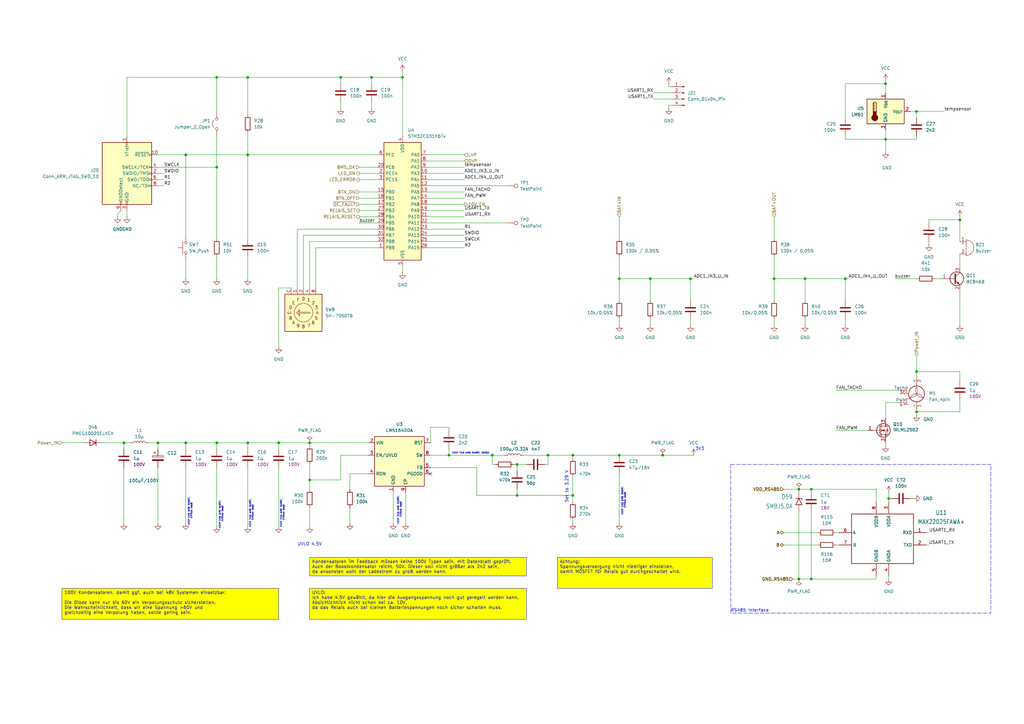
<source format=kicad_sch>
(kicad_sch
	(version 20250114)
	(generator "eeschema")
	(generator_version "9.0")
	(uuid "72baee58-3acb-4381-8344-e659d9461441")
	(paper "A3")
	(lib_symbols
		(symbol "Connector:Conn_01x04_Pin"
			(pin_names
				(offset 1.016)
				(hide yes)
			)
			(exclude_from_sim no)
			(in_bom yes)
			(on_board yes)
			(property "Reference" "J"
				(at 0 5.08 0)
				(effects
					(font
						(size 1.27 1.27)
					)
				)
			)
			(property "Value" "Conn_01x04_Pin"
				(at 0 -7.62 0)
				(effects
					(font
						(size 1.27 1.27)
					)
				)
			)
			(property "Footprint" ""
				(at 0 0 0)
				(effects
					(font
						(size 1.27 1.27)
					)
					(hide yes)
				)
			)
			(property "Datasheet" "~"
				(at 0 0 0)
				(effects
					(font
						(size 1.27 1.27)
					)
					(hide yes)
				)
			)
			(property "Description" "Generic connector, single row, 01x04, script generated"
				(at 0 0 0)
				(effects
					(font
						(size 1.27 1.27)
					)
					(hide yes)
				)
			)
			(property "ki_locked" ""
				(at 0 0 0)
				(effects
					(font
						(size 1.27 1.27)
					)
				)
			)
			(property "ki_keywords" "connector"
				(at 0 0 0)
				(effects
					(font
						(size 1.27 1.27)
					)
					(hide yes)
				)
			)
			(property "ki_fp_filters" "Connector*:*_1x??_*"
				(at 0 0 0)
				(effects
					(font
						(size 1.27 1.27)
					)
					(hide yes)
				)
			)
			(symbol "Conn_01x04_Pin_1_1"
				(rectangle
					(start 0.8636 2.667)
					(end 0 2.413)
					(stroke
						(width 0.1524)
						(type default)
					)
					(fill
						(type outline)
					)
				)
				(rectangle
					(start 0.8636 0.127)
					(end 0 -0.127)
					(stroke
						(width 0.1524)
						(type default)
					)
					(fill
						(type outline)
					)
				)
				(rectangle
					(start 0.8636 -2.413)
					(end 0 -2.667)
					(stroke
						(width 0.1524)
						(type default)
					)
					(fill
						(type outline)
					)
				)
				(rectangle
					(start 0.8636 -4.953)
					(end 0 -5.207)
					(stroke
						(width 0.1524)
						(type default)
					)
					(fill
						(type outline)
					)
				)
				(polyline
					(pts
						(xy 1.27 2.54) (xy 0.8636 2.54)
					)
					(stroke
						(width 0.1524)
						(type default)
					)
					(fill
						(type none)
					)
				)
				(polyline
					(pts
						(xy 1.27 0) (xy 0.8636 0)
					)
					(stroke
						(width 0.1524)
						(type default)
					)
					(fill
						(type none)
					)
				)
				(polyline
					(pts
						(xy 1.27 -2.54) (xy 0.8636 -2.54)
					)
					(stroke
						(width 0.1524)
						(type default)
					)
					(fill
						(type none)
					)
				)
				(polyline
					(pts
						(xy 1.27 -5.08) (xy 0.8636 -5.08)
					)
					(stroke
						(width 0.1524)
						(type default)
					)
					(fill
						(type none)
					)
				)
				(pin passive line
					(at 5.08 2.54 180)
					(length 3.81)
					(name "Pin_1"
						(effects
							(font
								(size 1.27 1.27)
							)
						)
					)
					(number "1"
						(effects
							(font
								(size 1.27 1.27)
							)
						)
					)
				)
				(pin passive line
					(at 5.08 0 180)
					(length 3.81)
					(name "Pin_2"
						(effects
							(font
								(size 1.27 1.27)
							)
						)
					)
					(number "2"
						(effects
							(font
								(size 1.27 1.27)
							)
						)
					)
				)
				(pin passive line
					(at 5.08 -2.54 180)
					(length 3.81)
					(name "Pin_3"
						(effects
							(font
								(size 1.27 1.27)
							)
						)
					)
					(number "3"
						(effects
							(font
								(size 1.27 1.27)
							)
						)
					)
				)
				(pin passive line
					(at 5.08 -5.08 180)
					(length 3.81)
					(name "Pin_4"
						(effects
							(font
								(size 1.27 1.27)
							)
						)
					)
					(number "4"
						(effects
							(font
								(size 1.27 1.27)
							)
						)
					)
				)
			)
			(embedded_fonts no)
		)
		(symbol "Connector:Conn_ARM_JTAG_SWD_10"
			(pin_names
				(offset 1.016)
			)
			(exclude_from_sim no)
			(in_bom yes)
			(on_board yes)
			(property "Reference" "J"
				(at -2.54 16.51 0)
				(effects
					(font
						(size 1.27 1.27)
					)
					(justify right)
				)
			)
			(property "Value" "Conn_ARM_JTAG_SWD_10"
				(at -2.54 13.97 0)
				(effects
					(font
						(size 1.27 1.27)
					)
					(justify right bottom)
				)
			)
			(property "Footprint" ""
				(at 0 0 0)
				(effects
					(font
						(size 1.27 1.27)
					)
					(hide yes)
				)
			)
			(property "Datasheet" "http://infocenter.arm.com/help/topic/com.arm.doc.ddi0314h/DDI0314H_coresight_components_trm.pdf"
				(at -8.89 -31.75 90)
				(effects
					(font
						(size 1.27 1.27)
					)
					(hide yes)
				)
			)
			(property "Description" "Cortex Debug Connector, standard ARM Cortex-M SWD and JTAG interface"
				(at 0 0 0)
				(effects
					(font
						(size 1.27 1.27)
					)
					(hide yes)
				)
			)
			(property "ki_keywords" "Cortex Debug Connector ARM SWD JTAG"
				(at 0 0 0)
				(effects
					(font
						(size 1.27 1.27)
					)
					(hide yes)
				)
			)
			(property "ki_fp_filters" "PinHeader?2x05?P1.27mm*"
				(at 0 0 0)
				(effects
					(font
						(size 1.27 1.27)
					)
					(hide yes)
				)
			)
			(symbol "Conn_ARM_JTAG_SWD_10_0_1"
				(rectangle
					(start -10.16 12.7)
					(end 10.16 -12.7)
					(stroke
						(width 0.254)
						(type default)
					)
					(fill
						(type background)
					)
				)
				(rectangle
					(start -2.794 -12.7)
					(end -2.286 -11.684)
					(stroke
						(width 0)
						(type default)
					)
					(fill
						(type none)
					)
				)
				(rectangle
					(start -0.254 12.7)
					(end 0.254 11.684)
					(stroke
						(width 0)
						(type default)
					)
					(fill
						(type none)
					)
				)
				(rectangle
					(start -0.254 -12.7)
					(end 0.254 -11.684)
					(stroke
						(width 0)
						(type default)
					)
					(fill
						(type none)
					)
				)
				(rectangle
					(start 9.144 2.286)
					(end 10.16 2.794)
					(stroke
						(width 0)
						(type default)
					)
					(fill
						(type none)
					)
				)
				(rectangle
					(start 10.16 7.874)
					(end 9.144 7.366)
					(stroke
						(width 0)
						(type default)
					)
					(fill
						(type none)
					)
				)
				(rectangle
					(start 10.16 -0.254)
					(end 9.144 0.254)
					(stroke
						(width 0)
						(type default)
					)
					(fill
						(type none)
					)
				)
				(rectangle
					(start 10.16 -2.794)
					(end 9.144 -2.286)
					(stroke
						(width 0)
						(type default)
					)
					(fill
						(type none)
					)
				)
			)
			(symbol "Conn_ARM_JTAG_SWD_10_1_1"
				(rectangle
					(start 9.144 -5.334)
					(end 10.16 -4.826)
					(stroke
						(width 0)
						(type default)
					)
					(fill
						(type none)
					)
				)
				(pin no_connect line
					(at -10.16 0 0)
					(length 2.54)
					(hide yes)
					(name "KEY"
						(effects
							(font
								(size 1.27 1.27)
							)
						)
					)
					(number "7"
						(effects
							(font
								(size 1.27 1.27)
							)
						)
					)
				)
				(pin passive line
					(at -2.54 -15.24 90)
					(length 2.54)
					(name "GNDDetect"
						(effects
							(font
								(size 1.27 1.27)
							)
						)
					)
					(number "9"
						(effects
							(font
								(size 1.27 1.27)
							)
						)
					)
				)
				(pin power_in line
					(at 0 15.24 270)
					(length 2.54)
					(name "VTref"
						(effects
							(font
								(size 1.27 1.27)
							)
						)
					)
					(number "1"
						(effects
							(font
								(size 1.27 1.27)
							)
						)
					)
				)
				(pin power_in line
					(at 0 -15.24 90)
					(length 2.54)
					(name "GND"
						(effects
							(font
								(size 1.27 1.27)
							)
						)
					)
					(number "3"
						(effects
							(font
								(size 1.27 1.27)
							)
						)
					)
				)
				(pin passive line
					(at 0 -15.24 90)
					(length 2.54)
					(hide yes)
					(name "GND"
						(effects
							(font
								(size 1.27 1.27)
							)
						)
					)
					(number "5"
						(effects
							(font
								(size 1.27 1.27)
							)
						)
					)
				)
				(pin open_collector line
					(at 12.7 7.62 180)
					(length 2.54)
					(name "~{RESET}"
						(effects
							(font
								(size 1.27 1.27)
							)
						)
					)
					(number "10"
						(effects
							(font
								(size 1.27 1.27)
							)
						)
					)
				)
				(pin output line
					(at 12.7 2.54 180)
					(length 2.54)
					(name "SWCLK/TCK"
						(effects
							(font
								(size 1.27 1.27)
							)
						)
					)
					(number "4"
						(effects
							(font
								(size 1.27 1.27)
							)
						)
					)
				)
				(pin bidirectional line
					(at 12.7 0 180)
					(length 2.54)
					(name "SWDIO/TMS"
						(effects
							(font
								(size 1.27 1.27)
							)
						)
					)
					(number "2"
						(effects
							(font
								(size 1.27 1.27)
							)
						)
					)
				)
				(pin input line
					(at 12.7 -2.54 180)
					(length 2.54)
					(name "SWO/TDO"
						(effects
							(font
								(size 1.27 1.27)
							)
						)
					)
					(number "6"
						(effects
							(font
								(size 1.27 1.27)
							)
						)
					)
				)
				(pin output line
					(at 12.7 -5.08 180)
					(length 2.54)
					(name "NC/TDI"
						(effects
							(font
								(size 1.27 1.27)
							)
						)
					)
					(number "8"
						(effects
							(font
								(size 1.27 1.27)
							)
						)
					)
				)
			)
			(embedded_fonts no)
		)
		(symbol "Connector:TestPoint"
			(pin_numbers
				(hide yes)
			)
			(pin_names
				(offset 0.762)
				(hide yes)
			)
			(exclude_from_sim no)
			(in_bom yes)
			(on_board yes)
			(property "Reference" "TP"
				(at 0 6.858 0)
				(effects
					(font
						(size 1.27 1.27)
					)
				)
			)
			(property "Value" "TestPoint"
				(at 0 5.08 0)
				(effects
					(font
						(size 1.27 1.27)
					)
				)
			)
			(property "Footprint" ""
				(at 5.08 0 0)
				(effects
					(font
						(size 1.27 1.27)
					)
					(hide yes)
				)
			)
			(property "Datasheet" "~"
				(at 5.08 0 0)
				(effects
					(font
						(size 1.27 1.27)
					)
					(hide yes)
				)
			)
			(property "Description" "test point"
				(at 0 0 0)
				(effects
					(font
						(size 1.27 1.27)
					)
					(hide yes)
				)
			)
			(property "ki_keywords" "test point tp"
				(at 0 0 0)
				(effects
					(font
						(size 1.27 1.27)
					)
					(hide yes)
				)
			)
			(property "ki_fp_filters" "Pin* Test*"
				(at 0 0 0)
				(effects
					(font
						(size 1.27 1.27)
					)
					(hide yes)
				)
			)
			(symbol "TestPoint_0_1"
				(circle
					(center 0 3.302)
					(radius 0.762)
					(stroke
						(width 0)
						(type default)
					)
					(fill
						(type none)
					)
				)
			)
			(symbol "TestPoint_1_1"
				(pin passive line
					(at 0 0 90)
					(length 2.54)
					(name "1"
						(effects
							(font
								(size 1.27 1.27)
							)
						)
					)
					(number "1"
						(effects
							(font
								(size 1.27 1.27)
							)
						)
					)
				)
			)
			(embedded_fonts no)
		)
		(symbol "Device:Buzzer"
			(pin_names
				(offset 0.0254)
				(hide yes)
			)
			(exclude_from_sim no)
			(in_bom yes)
			(on_board yes)
			(property "Reference" "BZ"
				(at 3.81 1.27 0)
				(effects
					(font
						(size 1.27 1.27)
					)
					(justify left)
				)
			)
			(property "Value" "Buzzer"
				(at 3.81 -1.27 0)
				(effects
					(font
						(size 1.27 1.27)
					)
					(justify left)
				)
			)
			(property "Footprint" ""
				(at -0.635 2.54 90)
				(effects
					(font
						(size 1.27 1.27)
					)
					(hide yes)
				)
			)
			(property "Datasheet" "~"
				(at -0.635 2.54 90)
				(effects
					(font
						(size 1.27 1.27)
					)
					(hide yes)
				)
			)
			(property "Description" "Buzzer, polarized"
				(at 0 0 0)
				(effects
					(font
						(size 1.27 1.27)
					)
					(hide yes)
				)
			)
			(property "ki_keywords" "quartz resonator ceramic"
				(at 0 0 0)
				(effects
					(font
						(size 1.27 1.27)
					)
					(hide yes)
				)
			)
			(property "ki_fp_filters" "*Buzzer*"
				(at 0 0 0)
				(effects
					(font
						(size 1.27 1.27)
					)
					(hide yes)
				)
			)
			(symbol "Buzzer_0_1"
				(polyline
					(pts
						(xy -1.651 1.905) (xy -1.143 1.905)
					)
					(stroke
						(width 0)
						(type default)
					)
					(fill
						(type none)
					)
				)
				(polyline
					(pts
						(xy -1.397 2.159) (xy -1.397 1.651)
					)
					(stroke
						(width 0)
						(type default)
					)
					(fill
						(type none)
					)
				)
				(arc
					(start 0 3.175)
					(mid 3.1612 0)
					(end 0 -3.175)
					(stroke
						(width 0)
						(type default)
					)
					(fill
						(type none)
					)
				)
				(polyline
					(pts
						(xy 0 3.175) (xy 0 -3.175)
					)
					(stroke
						(width 0)
						(type default)
					)
					(fill
						(type none)
					)
				)
			)
			(symbol "Buzzer_1_1"
				(pin passive line
					(at -2.54 2.54 0)
					(length 2.54)
					(name "+"
						(effects
							(font
								(size 1.27 1.27)
							)
						)
					)
					(number "1"
						(effects
							(font
								(size 1.27 1.27)
							)
						)
					)
				)
				(pin passive line
					(at -2.54 -2.54 0)
					(length 2.54)
					(name "-"
						(effects
							(font
								(size 1.27 1.27)
							)
						)
					)
					(number "2"
						(effects
							(font
								(size 1.27 1.27)
							)
						)
					)
				)
			)
			(embedded_fonts no)
		)
		(symbol "Device:C"
			(pin_numbers
				(hide yes)
			)
			(pin_names
				(offset 0.254)
			)
			(exclude_from_sim no)
			(in_bom yes)
			(on_board yes)
			(property "Reference" "C"
				(at 0.635 2.54 0)
				(effects
					(font
						(size 1.27 1.27)
					)
					(justify left)
				)
			)
			(property "Value" "C"
				(at 0.635 -2.54 0)
				(effects
					(font
						(size 1.27 1.27)
					)
					(justify left)
				)
			)
			(property "Footprint" ""
				(at 0.9652 -3.81 0)
				(effects
					(font
						(size 1.27 1.27)
					)
					(hide yes)
				)
			)
			(property "Datasheet" "~"
				(at 0 0 0)
				(effects
					(font
						(size 1.27 1.27)
					)
					(hide yes)
				)
			)
			(property "Description" "Unpolarized capacitor"
				(at 0 0 0)
				(effects
					(font
						(size 1.27 1.27)
					)
					(hide yes)
				)
			)
			(property "ki_keywords" "cap capacitor"
				(at 0 0 0)
				(effects
					(font
						(size 1.27 1.27)
					)
					(hide yes)
				)
			)
			(property "ki_fp_filters" "C_*"
				(at 0 0 0)
				(effects
					(font
						(size 1.27 1.27)
					)
					(hide yes)
				)
			)
			(symbol "C_0_1"
				(polyline
					(pts
						(xy -2.032 0.762) (xy 2.032 0.762)
					)
					(stroke
						(width 0.508)
						(type default)
					)
					(fill
						(type none)
					)
				)
				(polyline
					(pts
						(xy -2.032 -0.762) (xy 2.032 -0.762)
					)
					(stroke
						(width 0.508)
						(type default)
					)
					(fill
						(type none)
					)
				)
			)
			(symbol "C_1_1"
				(pin passive line
					(at 0 3.81 270)
					(length 2.794)
					(name "~"
						(effects
							(font
								(size 1.27 1.27)
							)
						)
					)
					(number "1"
						(effects
							(font
								(size 1.27 1.27)
							)
						)
					)
				)
				(pin passive line
					(at 0 -3.81 90)
					(length 2.794)
					(name "~"
						(effects
							(font
								(size 1.27 1.27)
							)
						)
					)
					(number "2"
						(effects
							(font
								(size 1.27 1.27)
							)
						)
					)
				)
			)
			(embedded_fonts no)
		)
		(symbol "Device:C_Polarized"
			(pin_numbers
				(hide yes)
			)
			(pin_names
				(offset 0.254)
			)
			(exclude_from_sim no)
			(in_bom yes)
			(on_board yes)
			(property "Reference" "C"
				(at 0.635 2.54 0)
				(effects
					(font
						(size 1.27 1.27)
					)
					(justify left)
				)
			)
			(property "Value" "C_Polarized"
				(at 0.635 -2.54 0)
				(effects
					(font
						(size 1.27 1.27)
					)
					(justify left)
				)
			)
			(property "Footprint" ""
				(at 0.9652 -3.81 0)
				(effects
					(font
						(size 1.27 1.27)
					)
					(hide yes)
				)
			)
			(property "Datasheet" "~"
				(at 0 0 0)
				(effects
					(font
						(size 1.27 1.27)
					)
					(hide yes)
				)
			)
			(property "Description" "Polarized capacitor"
				(at 0 0 0)
				(effects
					(font
						(size 1.27 1.27)
					)
					(hide yes)
				)
			)
			(property "ki_keywords" "cap capacitor"
				(at 0 0 0)
				(effects
					(font
						(size 1.27 1.27)
					)
					(hide yes)
				)
			)
			(property "ki_fp_filters" "CP_*"
				(at 0 0 0)
				(effects
					(font
						(size 1.27 1.27)
					)
					(hide yes)
				)
			)
			(symbol "C_Polarized_0_1"
				(rectangle
					(start -2.286 0.508)
					(end 2.286 1.016)
					(stroke
						(width 0)
						(type default)
					)
					(fill
						(type none)
					)
				)
				(polyline
					(pts
						(xy -1.778 2.286) (xy -0.762 2.286)
					)
					(stroke
						(width 0)
						(type default)
					)
					(fill
						(type none)
					)
				)
				(polyline
					(pts
						(xy -1.27 2.794) (xy -1.27 1.778)
					)
					(stroke
						(width 0)
						(type default)
					)
					(fill
						(type none)
					)
				)
				(rectangle
					(start 2.286 -0.508)
					(end -2.286 -1.016)
					(stroke
						(width 0)
						(type default)
					)
					(fill
						(type outline)
					)
				)
			)
			(symbol "C_Polarized_1_1"
				(pin passive line
					(at 0 3.81 270)
					(length 2.794)
					(name "~"
						(effects
							(font
								(size 1.27 1.27)
							)
						)
					)
					(number "1"
						(effects
							(font
								(size 1.27 1.27)
							)
						)
					)
				)
				(pin passive line
					(at 0 -3.81 90)
					(length 2.794)
					(name "~"
						(effects
							(font
								(size 1.27 1.27)
							)
						)
					)
					(number "2"
						(effects
							(font
								(size 1.27 1.27)
							)
						)
					)
				)
			)
			(embedded_fonts no)
		)
		(symbol "Device:D"
			(pin_numbers
				(hide yes)
			)
			(pin_names
				(offset 1.016)
				(hide yes)
			)
			(exclude_from_sim no)
			(in_bom yes)
			(on_board yes)
			(property "Reference" "D"
				(at 0 2.54 0)
				(effects
					(font
						(size 1.27 1.27)
					)
				)
			)
			(property "Value" "D"
				(at 0 -2.54 0)
				(effects
					(font
						(size 1.27 1.27)
					)
				)
			)
			(property "Footprint" ""
				(at 0 0 0)
				(effects
					(font
						(size 1.27 1.27)
					)
					(hide yes)
				)
			)
			(property "Datasheet" "~"
				(at 0 0 0)
				(effects
					(font
						(size 1.27 1.27)
					)
					(hide yes)
				)
			)
			(property "Description" "Diode"
				(at 0 0 0)
				(effects
					(font
						(size 1.27 1.27)
					)
					(hide yes)
				)
			)
			(property "Sim.Device" "D"
				(at 0 0 0)
				(effects
					(font
						(size 1.27 1.27)
					)
					(hide yes)
				)
			)
			(property "Sim.Pins" "1=K 2=A"
				(at 0 0 0)
				(effects
					(font
						(size 1.27 1.27)
					)
					(hide yes)
				)
			)
			(property "ki_keywords" "diode"
				(at 0 0 0)
				(effects
					(font
						(size 1.27 1.27)
					)
					(hide yes)
				)
			)
			(property "ki_fp_filters" "TO-???* *_Diode_* *SingleDiode* D_*"
				(at 0 0 0)
				(effects
					(font
						(size 1.27 1.27)
					)
					(hide yes)
				)
			)
			(symbol "D_0_1"
				(polyline
					(pts
						(xy -1.27 1.27) (xy -1.27 -1.27)
					)
					(stroke
						(width 0.254)
						(type default)
					)
					(fill
						(type none)
					)
				)
				(polyline
					(pts
						(xy 1.27 1.27) (xy 1.27 -1.27) (xy -1.27 0) (xy 1.27 1.27)
					)
					(stroke
						(width 0.254)
						(type default)
					)
					(fill
						(type none)
					)
				)
				(polyline
					(pts
						(xy 1.27 0) (xy -1.27 0)
					)
					(stroke
						(width 0)
						(type default)
					)
					(fill
						(type none)
					)
				)
			)
			(symbol "D_1_1"
				(pin passive line
					(at -3.81 0 0)
					(length 2.54)
					(name "K"
						(effects
							(font
								(size 1.27 1.27)
							)
						)
					)
					(number "1"
						(effects
							(font
								(size 1.27 1.27)
							)
						)
					)
				)
				(pin passive line
					(at 3.81 0 180)
					(length 2.54)
					(name "A"
						(effects
							(font
								(size 1.27 1.27)
							)
						)
					)
					(number "2"
						(effects
							(font
								(size 1.27 1.27)
							)
						)
					)
				)
			)
			(embedded_fonts no)
		)
		(symbol "Device:L"
			(pin_numbers
				(hide yes)
			)
			(pin_names
				(offset 1.016)
				(hide yes)
			)
			(exclude_from_sim no)
			(in_bom yes)
			(on_board yes)
			(property "Reference" "L"
				(at -1.27 0 90)
				(effects
					(font
						(size 1.27 1.27)
					)
				)
			)
			(property "Value" "L"
				(at 1.905 0 90)
				(effects
					(font
						(size 1.27 1.27)
					)
				)
			)
			(property "Footprint" ""
				(at 0 0 0)
				(effects
					(font
						(size 1.27 1.27)
					)
					(hide yes)
				)
			)
			(property "Datasheet" "~"
				(at 0 0 0)
				(effects
					(font
						(size 1.27 1.27)
					)
					(hide yes)
				)
			)
			(property "Description" "Inductor"
				(at 0 0 0)
				(effects
					(font
						(size 1.27 1.27)
					)
					(hide yes)
				)
			)
			(property "ki_keywords" "inductor choke coil reactor magnetic"
				(at 0 0 0)
				(effects
					(font
						(size 1.27 1.27)
					)
					(hide yes)
				)
			)
			(property "ki_fp_filters" "Choke_* *Coil* Inductor_* L_*"
				(at 0 0 0)
				(effects
					(font
						(size 1.27 1.27)
					)
					(hide yes)
				)
			)
			(symbol "L_0_1"
				(arc
					(start 0 2.54)
					(mid 0.6323 1.905)
					(end 0 1.27)
					(stroke
						(width 0)
						(type default)
					)
					(fill
						(type none)
					)
				)
				(arc
					(start 0 1.27)
					(mid 0.6323 0.635)
					(end 0 0)
					(stroke
						(width 0)
						(type default)
					)
					(fill
						(type none)
					)
				)
				(arc
					(start 0 0)
					(mid 0.6323 -0.635)
					(end 0 -1.27)
					(stroke
						(width 0)
						(type default)
					)
					(fill
						(type none)
					)
				)
				(arc
					(start 0 -1.27)
					(mid 0.6323 -1.905)
					(end 0 -2.54)
					(stroke
						(width 0)
						(type default)
					)
					(fill
						(type none)
					)
				)
			)
			(symbol "L_1_1"
				(pin passive line
					(at 0 3.81 270)
					(length 1.27)
					(name "1"
						(effects
							(font
								(size 1.27 1.27)
							)
						)
					)
					(number "1"
						(effects
							(font
								(size 1.27 1.27)
							)
						)
					)
				)
				(pin passive line
					(at 0 -3.81 90)
					(length 1.27)
					(name "2"
						(effects
							(font
								(size 1.27 1.27)
							)
						)
					)
					(number "2"
						(effects
							(font
								(size 1.27 1.27)
							)
						)
					)
				)
			)
			(embedded_fonts no)
		)
		(symbol "Device:R"
			(pin_numbers
				(hide yes)
			)
			(pin_names
				(offset 0)
			)
			(exclude_from_sim no)
			(in_bom yes)
			(on_board yes)
			(property "Reference" "R"
				(at 2.032 0 90)
				(effects
					(font
						(size 1.27 1.27)
					)
				)
			)
			(property "Value" "R"
				(at 0 0 90)
				(effects
					(font
						(size 1.27 1.27)
					)
				)
			)
			(property "Footprint" ""
				(at -1.778 0 90)
				(effects
					(font
						(size 1.27 1.27)
					)
					(hide yes)
				)
			)
			(property "Datasheet" "~"
				(at 0 0 0)
				(effects
					(font
						(size 1.27 1.27)
					)
					(hide yes)
				)
			)
			(property "Description" "Resistor"
				(at 0 0 0)
				(effects
					(font
						(size 1.27 1.27)
					)
					(hide yes)
				)
			)
			(property "ki_keywords" "R res resistor"
				(at 0 0 0)
				(effects
					(font
						(size 1.27 1.27)
					)
					(hide yes)
				)
			)
			(property "ki_fp_filters" "R_*"
				(at 0 0 0)
				(effects
					(font
						(size 1.27 1.27)
					)
					(hide yes)
				)
			)
			(symbol "R_0_1"
				(rectangle
					(start -1.016 -2.54)
					(end 1.016 2.54)
					(stroke
						(width 0.254)
						(type default)
					)
					(fill
						(type none)
					)
				)
			)
			(symbol "R_1_1"
				(pin passive line
					(at 0 3.81 270)
					(length 1.27)
					(name "~"
						(effects
							(font
								(size 1.27 1.27)
							)
						)
					)
					(number "1"
						(effects
							(font
								(size 1.27 1.27)
							)
						)
					)
				)
				(pin passive line
					(at 0 -3.81 90)
					(length 1.27)
					(name "~"
						(effects
							(font
								(size 1.27 1.27)
							)
						)
					)
					(number "2"
						(effects
							(font
								(size 1.27 1.27)
							)
						)
					)
				)
			)
			(embedded_fonts no)
		)
		(symbol "Diode:1.5KExxA"
			(pin_numbers
				(hide yes)
			)
			(pin_names
				(offset 1.016)
				(hide yes)
			)
			(exclude_from_sim no)
			(in_bom yes)
			(on_board yes)
			(property "Reference" "D"
				(at 0 2.54 0)
				(effects
					(font
						(size 1.27 1.27)
					)
				)
			)
			(property "Value" "1.5KExxA"
				(at 0 -2.54 0)
				(effects
					(font
						(size 1.27 1.27)
					)
				)
			)
			(property "Footprint" "Diode_THT:D_DO-201AE_P15.24mm_Horizontal"
				(at 0 -5.08 0)
				(effects
					(font
						(size 1.27 1.27)
					)
					(hide yes)
				)
			)
			(property "Datasheet" "https://www.vishay.com/docs/88301/15ke.pdf"
				(at -1.27 0 0)
				(effects
					(font
						(size 1.27 1.27)
					)
					(hide yes)
				)
			)
			(property "Description" "1500W unidirectional TVS diode, DO-201AE"
				(at 0 0 0)
				(effects
					(font
						(size 1.27 1.27)
					)
					(hide yes)
				)
			)
			(property "ki_keywords" "transient voltage suppressor TRANSZORB®"
				(at 0 0 0)
				(effects
					(font
						(size 1.27 1.27)
					)
					(hide yes)
				)
			)
			(property "ki_fp_filters" "D?DO?201AE*"
				(at 0 0 0)
				(effects
					(font
						(size 1.27 1.27)
					)
					(hide yes)
				)
			)
			(symbol "1.5KExxA_0_1"
				(polyline
					(pts
						(xy -0.762 1.27) (xy -1.27 1.27) (xy -1.27 -1.27)
					)
					(stroke
						(width 0.254)
						(type default)
					)
					(fill
						(type none)
					)
				)
				(polyline
					(pts
						(xy 1.27 1.27) (xy 1.27 -1.27) (xy -1.27 0) (xy 1.27 1.27)
					)
					(stroke
						(width 0.254)
						(type default)
					)
					(fill
						(type none)
					)
				)
			)
			(symbol "1.5KExxA_1_1"
				(pin passive line
					(at -3.81 0 0)
					(length 2.54)
					(name "A1"
						(effects
							(font
								(size 1.27 1.27)
							)
						)
					)
					(number "1"
						(effects
							(font
								(size 1.27 1.27)
							)
						)
					)
				)
				(pin passive line
					(at 3.81 0 180)
					(length 2.54)
					(name "A2"
						(effects
							(font
								(size 1.27 1.27)
							)
						)
					)
					(number "2"
						(effects
							(font
								(size 1.27 1.27)
							)
						)
					)
				)
			)
			(embedded_fonts no)
		)
		(symbol "Jumper:Jumper_2_Open"
			(pin_numbers
				(hide yes)
			)
			(pin_names
				(offset 0)
				(hide yes)
			)
			(exclude_from_sim no)
			(in_bom yes)
			(on_board yes)
			(property "Reference" "JP"
				(at 0 2.794 0)
				(effects
					(font
						(size 1.27 1.27)
					)
				)
			)
			(property "Value" "Jumper_2_Open"
				(at 0 -2.286 0)
				(effects
					(font
						(size 1.27 1.27)
					)
				)
			)
			(property "Footprint" ""
				(at 0 0 0)
				(effects
					(font
						(size 1.27 1.27)
					)
					(hide yes)
				)
			)
			(property "Datasheet" "~"
				(at 0 0 0)
				(effects
					(font
						(size 1.27 1.27)
					)
					(hide yes)
				)
			)
			(property "Description" "Jumper, 2-pole, open"
				(at 0 0 0)
				(effects
					(font
						(size 1.27 1.27)
					)
					(hide yes)
				)
			)
			(property "ki_keywords" "Jumper SPST"
				(at 0 0 0)
				(effects
					(font
						(size 1.27 1.27)
					)
					(hide yes)
				)
			)
			(property "ki_fp_filters" "Jumper* TestPoint*2Pads* TestPoint*Bridge*"
				(at 0 0 0)
				(effects
					(font
						(size 1.27 1.27)
					)
					(hide yes)
				)
			)
			(symbol "Jumper_2_Open_0_0"
				(circle
					(center -2.032 0)
					(radius 0.508)
					(stroke
						(width 0)
						(type default)
					)
					(fill
						(type none)
					)
				)
				(circle
					(center 2.032 0)
					(radius 0.508)
					(stroke
						(width 0)
						(type default)
					)
					(fill
						(type none)
					)
				)
			)
			(symbol "Jumper_2_Open_0_1"
				(arc
					(start -1.524 1.27)
					(mid 0 1.778)
					(end 1.524 1.27)
					(stroke
						(width 0)
						(type default)
					)
					(fill
						(type none)
					)
				)
			)
			(symbol "Jumper_2_Open_1_1"
				(pin passive line
					(at -5.08 0 0)
					(length 2.54)
					(name "A"
						(effects
							(font
								(size 1.27 1.27)
							)
						)
					)
					(number "1"
						(effects
							(font
								(size 1.27 1.27)
							)
						)
					)
				)
				(pin passive line
					(at 5.08 0 180)
					(length 2.54)
					(name "B"
						(effects
							(font
								(size 1.27 1.27)
							)
						)
					)
					(number "2"
						(effects
							(font
								(size 1.27 1.27)
							)
						)
					)
				)
			)
			(embedded_fonts no)
		)
		(symbol "MCU_ST_STM32C0:STM32C031K4Tx"
			(exclude_from_sim no)
			(in_bom yes)
			(on_board yes)
			(property "Reference" "U"
				(at -7.62 26.67 0)
				(effects
					(font
						(size 1.27 1.27)
					)
					(justify left)
				)
			)
			(property "Value" "STM32C031K4Tx"
				(at 2.54 26.67 0)
				(effects
					(font
						(size 1.27 1.27)
					)
					(justify left)
				)
			)
			(property "Footprint" "Package_QFP:LQFP-32_7x7mm_P0.8mm"
				(at -7.62 -22.86 0)
				(effects
					(font
						(size 1.27 1.27)
					)
					(justify right)
					(hide yes)
				)
			)
			(property "Datasheet" "https://www.st.com/resource/en/datasheet/stm32c031k4.pdf"
				(at 0 0 0)
				(effects
					(font
						(size 1.27 1.27)
					)
					(hide yes)
				)
			)
			(property "Description" "STMicroelectronics Arm Cortex-M0+ MCU, 16KB flash, 12KB RAM, 48 MHz, 2.0-3.6V, 30 GPIO, LQFP32"
				(at 0 0 0)
				(effects
					(font
						(size 1.27 1.27)
					)
					(hide yes)
				)
			)
			(property "ki_keywords" "Arm Cortex-M0+ STM32C0 STM32C0x1"
				(at 0 0 0)
				(effects
					(font
						(size 1.27 1.27)
					)
					(hide yes)
				)
			)
			(property "ki_fp_filters" "LQFP*7x7mm*P0.8mm*"
				(at 0 0 0)
				(effects
					(font
						(size 1.27 1.27)
					)
					(hide yes)
				)
			)
			(symbol "STM32C031K4Tx_0_1"
				(rectangle
					(start -7.62 -22.86)
					(end 7.62 25.4)
					(stroke
						(width 0.254)
						(type default)
					)
					(fill
						(type background)
					)
				)
			)
			(symbol "STM32C031K4Tx_1_1"
				(pin bidirectional line
					(at -10.16 20.32 0)
					(length 2.54)
					(name "PF2"
						(effects
							(font
								(size 1.27 1.27)
							)
						)
					)
					(number "6"
						(effects
							(font
								(size 1.27 1.27)
							)
						)
					)
					(alternate "RCC_MCO" bidirectional line)
					(alternate "TIM1_CH4" bidirectional line)
				)
				(pin bidirectional line
					(at -10.16 15.24 0)
					(length 2.54)
					(name "PC6"
						(effects
							(font
								(size 1.27 1.27)
							)
						)
					)
					(number "20"
						(effects
							(font
								(size 1.27 1.27)
							)
						)
					)
					(alternate "TIM3_CH1" bidirectional line)
				)
				(pin bidirectional line
					(at -10.16 12.7 0)
					(length 2.54)
					(name "PC14"
						(effects
							(font
								(size 1.27 1.27)
							)
						)
					)
					(number "2"
						(effects
							(font
								(size 1.27 1.27)
							)
						)
					)
					(alternate "I2C1_SDA" bidirectional line)
					(alternate "IR_OUT" bidirectional line)
					(alternate "RCC_OSCX_IN" bidirectional line)
					(alternate "TIM17_CH1" bidirectional line)
					(alternate "TIM1_BKIN2" bidirectional line)
					(alternate "TIM1_ETR" bidirectional line)
					(alternate "TIM3_CH2" bidirectional line)
					(alternate "USART1_TX" bidirectional line)
					(alternate "USART2_CK" bidirectional line)
					(alternate "USART2_DE" bidirectional line)
					(alternate "USART2_RTS" bidirectional line)
				)
				(pin bidirectional line
					(at -10.16 10.16 0)
					(length 2.54)
					(name "PC15"
						(effects
							(font
								(size 1.27 1.27)
							)
						)
					)
					(number "3"
						(effects
							(font
								(size 1.27 1.27)
							)
						)
					)
					(alternate "RCC_OSC32_EN" bidirectional line)
					(alternate "RCC_OSCX_OUT" bidirectional line)
					(alternate "RCC_OSC_EN" bidirectional line)
					(alternate "TIM1_ETR" bidirectional line)
					(alternate "TIM3_CH3" bidirectional line)
				)
				(pin bidirectional line
					(at -10.16 5.08 0)
					(length 2.54)
					(name "PB0"
						(effects
							(font
								(size 1.27 1.27)
							)
						)
					)
					(number "15"
						(effects
							(font
								(size 1.27 1.27)
							)
						)
					)
					(alternate "ADC1_IN17" bidirectional line)
					(alternate "I2S1_WS" bidirectional line)
					(alternate "SPI1_NSS" bidirectional line)
					(alternate "TIM1_CH2N" bidirectional line)
					(alternate "TIM3_CH3" bidirectional line)
				)
				(pin bidirectional line
					(at -10.16 2.54 0)
					(length 2.54)
					(name "PB1"
						(effects
							(font
								(size 1.27 1.27)
							)
						)
					)
					(number "16"
						(effects
							(font
								(size 1.27 1.27)
							)
						)
					)
					(alternate "ADC1_IN18" bidirectional line)
					(alternate "TIM14_CH1" bidirectional line)
					(alternate "TIM1_CH2N" bidirectional line)
					(alternate "TIM1_CH3N" bidirectional line)
					(alternate "TIM3_CH4" bidirectional line)
				)
				(pin bidirectional line
					(at -10.16 0 0)
					(length 2.54)
					(name "PB2"
						(effects
							(font
								(size 1.27 1.27)
							)
						)
					)
					(number "17"
						(effects
							(font
								(size 1.27 1.27)
							)
						)
					)
					(alternate "ADC1_IN19" bidirectional line)
					(alternate "RCC_MCO_2" bidirectional line)
					(alternate "USART1_RX" bidirectional line)
				)
				(pin bidirectional line
					(at -10.16 -2.54 0)
					(length 2.54)
					(name "PB3"
						(effects
							(font
								(size 1.27 1.27)
							)
						)
					)
					(number "27"
						(effects
							(font
								(size 1.27 1.27)
							)
						)
					)
					(alternate "I2S1_CK" bidirectional line)
					(alternate "SPI1_SCK" bidirectional line)
					(alternate "TIM1_CH2" bidirectional line)
					(alternate "TIM3_CH2" bidirectional line)
					(alternate "USART1_CK" bidirectional line)
					(alternate "USART1_DE" bidirectional line)
					(alternate "USART1_RTS" bidirectional line)
				)
				(pin bidirectional line
					(at -10.16 -5.08 0)
					(length 2.54)
					(name "PB4"
						(effects
							(font
								(size 1.27 1.27)
							)
						)
					)
					(number "28"
						(effects
							(font
								(size 1.27 1.27)
							)
						)
					)
					(alternate "I2S1_MCK" bidirectional line)
					(alternate "SPI1_MISO" bidirectional line)
					(alternate "TIM17_BKIN" bidirectional line)
					(alternate "TIM3_CH1" bidirectional line)
					(alternate "USART1_CTS" bidirectional line)
					(alternate "USART1_NSS" bidirectional line)
				)
				(pin bidirectional line
					(at -10.16 -7.62 0)
					(length 2.54)
					(name "PB5"
						(effects
							(font
								(size 1.27 1.27)
							)
						)
					)
					(number "29"
						(effects
							(font
								(size 1.27 1.27)
							)
						)
					)
					(alternate "I2C1_SMBA" bidirectional line)
					(alternate "I2S1_SD" bidirectional line)
					(alternate "PWR_WKUP6" bidirectional line)
					(alternate "SPI1_MOSI" bidirectional line)
					(alternate "TIM16_BKIN" bidirectional line)
					(alternate "TIM3_CH2" bidirectional line)
					(alternate "TIM3_CH3" bidirectional line)
				)
				(pin bidirectional line
					(at -10.16 -10.16 0)
					(length 2.54)
					(name "PB6"
						(effects
							(font
								(size 1.27 1.27)
							)
						)
					)
					(number "30"
						(effects
							(font
								(size 1.27 1.27)
							)
						)
					)
					(alternate "I2C1_SCL" bidirectional line)
					(alternate "I2C1_SMBA" bidirectional line)
					(alternate "I2S1_CK" bidirectional line)
					(alternate "I2S1_MCK" bidirectional line)
					(alternate "I2S1_SD" bidirectional line)
					(alternate "PWR_WKUP3" bidirectional line)
					(alternate "SPI1_MISO" bidirectional line)
					(alternate "SPI1_MOSI" bidirectional line)
					(alternate "SPI1_SCK" bidirectional line)
					(alternate "TIM16_BKIN" bidirectional line)
					(alternate "TIM16_CH1N" bidirectional line)
					(alternate "TIM17_BKIN" bidirectional line)
					(alternate "TIM1_CH2" bidirectional line)
					(alternate "TIM1_CH3" bidirectional line)
					(alternate "TIM3_CH1" bidirectional line)
					(alternate "TIM3_CH2" bidirectional line)
					(alternate "TIM3_CH3" bidirectional line)
					(alternate "USART1_CK" bidirectional line)
					(alternate "USART1_CTS" bidirectional line)
					(alternate "USART1_DE" bidirectional line)
					(alternate "USART1_NSS" bidirectional line)
					(alternate "USART1_RTS" bidirectional line)
					(alternate "USART1_TX" bidirectional line)
				)
				(pin bidirectional line
					(at -10.16 -12.7 0)
					(length 2.54)
					(name "PB7"
						(effects
							(font
								(size 1.27 1.27)
							)
						)
					)
					(number "31"
						(effects
							(font
								(size 1.27 1.27)
							)
						)
					)
					(alternate "I2C1_SCL" bidirectional line)
					(alternate "I2C1_SDA" bidirectional line)
					(alternate "RTC_REFIN" bidirectional line)
					(alternate "TIM16_CH1" bidirectional line)
					(alternate "TIM17_CH1N" bidirectional line)
					(alternate "TIM1_CH4" bidirectional line)
					(alternate "TIM3_CH1" bidirectional line)
					(alternate "TIM3_CH4" bidirectional line)
					(alternate "USART1_RX" bidirectional line)
					(alternate "USART2_CTS" bidirectional line)
					(alternate "USART2_NSS" bidirectional line)
				)
				(pin bidirectional line
					(at -10.16 -15.24 0)
					(length 2.54)
					(name "PB8"
						(effects
							(font
								(size 1.27 1.27)
							)
						)
					)
					(number "32"
						(effects
							(font
								(size 1.27 1.27)
							)
						)
					)
					(alternate "I2C1_SCL" bidirectional line)
					(alternate "TIM16_CH1" bidirectional line)
					(alternate "TIM3_CH1" bidirectional line)
					(alternate "USART2_CTS" bidirectional line)
					(alternate "USART2_NSS" bidirectional line)
				)
				(pin bidirectional line
					(at -10.16 -17.78 0)
					(length 2.54)
					(name "PB9"
						(effects
							(font
								(size 1.27 1.27)
							)
						)
					)
					(number "1"
						(effects
							(font
								(size 1.27 1.27)
							)
						)
					)
					(alternate "I2C1_SDA" bidirectional line)
					(alternate "IR_OUT" bidirectional line)
					(alternate "TIM17_CH1" bidirectional line)
					(alternate "TIM3_CH2" bidirectional line)
					(alternate "USART2_CK" bidirectional line)
					(alternate "USART2_DE" bidirectional line)
					(alternate "USART2_RTS" bidirectional line)
				)
				(pin power_in line
					(at 0 27.94 270)
					(length 2.54)
					(name "VDD"
						(effects
							(font
								(size 1.27 1.27)
							)
						)
					)
					(number "4"
						(effects
							(font
								(size 1.27 1.27)
							)
						)
					)
				)
				(pin power_in line
					(at 0 -25.4 90)
					(length 2.54)
					(name "VSS"
						(effects
							(font
								(size 1.27 1.27)
							)
						)
					)
					(number "5"
						(effects
							(font
								(size 1.27 1.27)
							)
						)
					)
				)
				(pin bidirectional line
					(at 10.16 20.32 180)
					(length 2.54)
					(name "PA0"
						(effects
							(font
								(size 1.27 1.27)
							)
						)
					)
					(number "7"
						(effects
							(font
								(size 1.27 1.27)
							)
						)
					)
					(alternate "ADC1_IN0" bidirectional line)
					(alternate "PWR_WKUP1" bidirectional line)
					(alternate "TIM16_CH1" bidirectional line)
					(alternate "TIM1_CH1" bidirectional line)
					(alternate "USART1_TX" bidirectional line)
					(alternate "USART2_CTS" bidirectional line)
					(alternate "USART2_NSS" bidirectional line)
				)
				(pin bidirectional line
					(at 10.16 17.78 180)
					(length 2.54)
					(name "PA1"
						(effects
							(font
								(size 1.27 1.27)
							)
						)
					)
					(number "8"
						(effects
							(font
								(size 1.27 1.27)
							)
						)
					)
					(alternate "ADC1_IN1" bidirectional line)
					(alternate "I2C1_SMBA" bidirectional line)
					(alternate "I2S1_CK" bidirectional line)
					(alternate "SPI1_SCK" bidirectional line)
					(alternate "TIM17_CH1" bidirectional line)
					(alternate "TIM1_CH2" bidirectional line)
					(alternate "USART1_RX" bidirectional line)
					(alternate "USART2_CK" bidirectional line)
					(alternate "USART2_DE" bidirectional line)
					(alternate "USART2_RTS" bidirectional line)
				)
				(pin bidirectional line
					(at 10.16 15.24 180)
					(length 2.54)
					(name "PA2"
						(effects
							(font
								(size 1.27 1.27)
							)
						)
					)
					(number "9"
						(effects
							(font
								(size 1.27 1.27)
							)
						)
					)
					(alternate "ADC1_IN2" bidirectional line)
					(alternate "I2S1_SD" bidirectional line)
					(alternate "PWR_WKUP4" bidirectional line)
					(alternate "RCC_LSCO" bidirectional line)
					(alternate "SPI1_MOSI" bidirectional line)
					(alternate "TIM16_CH1N" bidirectional line)
					(alternate "TIM1_CH3" bidirectional line)
					(alternate "TIM3_ETR" bidirectional line)
					(alternate "USART2_TX" bidirectional line)
				)
				(pin bidirectional line
					(at 10.16 12.7 180)
					(length 2.54)
					(name "PA3"
						(effects
							(font
								(size 1.27 1.27)
							)
						)
					)
					(number "10"
						(effects
							(font
								(size 1.27 1.27)
							)
						)
					)
					(alternate "ADC1_IN3" bidirectional line)
					(alternate "TIM1_CH1N" bidirectional line)
					(alternate "TIM1_CH4" bidirectional line)
					(alternate "USART2_RX" bidirectional line)
				)
				(pin bidirectional line
					(at 10.16 10.16 180)
					(length 2.54)
					(name "PA4"
						(effects
							(font
								(size 1.27 1.27)
							)
						)
					)
					(number "11"
						(effects
							(font
								(size 1.27 1.27)
							)
						)
					)
					(alternate "ADC1_IN4" bidirectional line)
					(alternate "I2S1_WS" bidirectional line)
					(alternate "PWR_WKUP2" bidirectional line)
					(alternate "RTC_OUT1" bidirectional line)
					(alternate "RTC_TS" bidirectional line)
					(alternate "SPI1_NSS" bidirectional line)
					(alternate "TIM14_CH1" bidirectional line)
					(alternate "TIM17_CH1N" bidirectional line)
					(alternate "TIM1_CH2N" bidirectional line)
					(alternate "USART2_TX" bidirectional line)
				)
				(pin bidirectional line
					(at 10.16 7.62 180)
					(length 2.54)
					(name "PA5"
						(effects
							(font
								(size 1.27 1.27)
							)
						)
					)
					(number "12"
						(effects
							(font
								(size 1.27 1.27)
							)
						)
					)
					(alternate "ADC1_IN5" bidirectional line)
					(alternate "I2S1_CK" bidirectional line)
					(alternate "SPI1_SCK" bidirectional line)
					(alternate "TIM1_CH1" bidirectional line)
					(alternate "TIM1_CH3N" bidirectional line)
					(alternate "USART2_RX" bidirectional line)
				)
				(pin bidirectional line
					(at 10.16 5.08 180)
					(length 2.54)
					(name "PA6"
						(effects
							(font
								(size 1.27 1.27)
							)
						)
					)
					(number "13"
						(effects
							(font
								(size 1.27 1.27)
							)
						)
					)
					(alternate "ADC1_IN6" bidirectional line)
					(alternate "I2S1_MCK" bidirectional line)
					(alternate "SPI1_MISO" bidirectional line)
					(alternate "TIM16_CH1" bidirectional line)
					(alternate "TIM1_BKIN" bidirectional line)
					(alternate "TIM3_CH1" bidirectional line)
				)
				(pin bidirectional line
					(at 10.16 2.54 180)
					(length 2.54)
					(name "PA7"
						(effects
							(font
								(size 1.27 1.27)
							)
						)
					)
					(number "14"
						(effects
							(font
								(size 1.27 1.27)
							)
						)
					)
					(alternate "ADC1_IN7" bidirectional line)
					(alternate "I2S1_SD" bidirectional line)
					(alternate "SPI1_MOSI" bidirectional line)
					(alternate "TIM14_CH1" bidirectional line)
					(alternate "TIM17_CH1" bidirectional line)
					(alternate "TIM1_CH1N" bidirectional line)
					(alternate "TIM3_CH2" bidirectional line)
				)
				(pin bidirectional line
					(at 10.16 0 180)
					(length 2.54)
					(name "PA8"
						(effects
							(font
								(size 1.27 1.27)
							)
						)
					)
					(number "18"
						(effects
							(font
								(size 1.27 1.27)
							)
						)
					)
					(alternate "ADC1_IN8" bidirectional line)
					(alternate "I2S1_WS" bidirectional line)
					(alternate "RCC_MCO" bidirectional line)
					(alternate "RCC_MCO_2" bidirectional line)
					(alternate "SPI1_NSS" bidirectional line)
					(alternate "TIM14_CH1" bidirectional line)
					(alternate "TIM1_CH1" bidirectional line)
					(alternate "TIM1_CH2N" bidirectional line)
					(alternate "TIM1_CH3N" bidirectional line)
					(alternate "TIM3_CH3" bidirectional line)
					(alternate "TIM3_CH4" bidirectional line)
					(alternate "USART1_RX" bidirectional line)
					(alternate "USART2_TX" bidirectional line)
				)
				(pin bidirectional line
					(at 10.16 -2.54 180)
					(length 2.54)
					(name "PA9"
						(effects
							(font
								(size 1.27 1.27)
							)
						)
					)
					(number "19"
						(effects
							(font
								(size 1.27 1.27)
							)
						)
					)
					(alternate "I2C1_SCL" bidirectional line)
					(alternate "RCC_MCO" bidirectional line)
					(alternate "TIM1_CH2" bidirectional line)
					(alternate "TIM3_ETR" bidirectional line)
					(alternate "USART1_TX" bidirectional line)
				)
				(pin bidirectional line
					(at 10.16 -5.08 180)
					(length 2.54)
					(name "PA10"
						(effects
							(font
								(size 1.27 1.27)
							)
						)
					)
					(number "21"
						(effects
							(font
								(size 1.27 1.27)
							)
						)
					)
					(alternate "I2C1_SDA" bidirectional line)
					(alternate "RCC_MCO_2" bidirectional line)
					(alternate "TIM17_BKIN" bidirectional line)
					(alternate "TIM1_CH3" bidirectional line)
					(alternate "USART1_RX" bidirectional line)
				)
				(pin bidirectional line
					(at 10.16 -7.62 180)
					(length 2.54)
					(name "PA11"
						(effects
							(font
								(size 1.27 1.27)
							)
						)
					)
					(number "22"
						(effects
							(font
								(size 1.27 1.27)
							)
						)
					)
					(alternate "ADC1_EXTI11" bidirectional line)
					(alternate "ADC1_IN11" bidirectional line)
					(alternate "I2S1_MCK" bidirectional line)
					(alternate "SPI1_MISO" bidirectional line)
					(alternate "TIM1_BKIN2" bidirectional line)
					(alternate "TIM1_CH4" bidirectional line)
					(alternate "USART1_CTS" bidirectional line)
					(alternate "USART1_NSS" bidirectional line)
				)
				(pin bidirectional line
					(at 10.16 -10.16 180)
					(length 2.54)
					(name "PA12"
						(effects
							(font
								(size 1.27 1.27)
							)
						)
					)
					(number "23"
						(effects
							(font
								(size 1.27 1.27)
							)
						)
					)
					(alternate "ADC1_IN12" bidirectional line)
					(alternate "I2S1_SD" bidirectional line)
					(alternate "I2S_CKIN" bidirectional line)
					(alternate "SPI1_MOSI" bidirectional line)
					(alternate "TIM1_ETR" bidirectional line)
					(alternate "USART1_CK" bidirectional line)
					(alternate "USART1_DE" bidirectional line)
					(alternate "USART1_RTS" bidirectional line)
				)
				(pin bidirectional line
					(at 10.16 -12.7 180)
					(length 2.54)
					(name "PA13"
						(effects
							(font
								(size 1.27 1.27)
							)
						)
					)
					(number "24"
						(effects
							(font
								(size 1.27 1.27)
							)
						)
					)
					(alternate "ADC1_IN13" bidirectional line)
					(alternate "DEBUG_SWDIO" bidirectional line)
					(alternate "IR_OUT" bidirectional line)
					(alternate "TIM3_ETR" bidirectional line)
					(alternate "USART2_RX" bidirectional line)
				)
				(pin bidirectional line
					(at 10.16 -15.24 180)
					(length 2.54)
					(name "PA14"
						(effects
							(font
								(size 1.27 1.27)
							)
						)
					)
					(number "25"
						(effects
							(font
								(size 1.27 1.27)
							)
						)
					)
					(alternate "ADC1_IN14" bidirectional line)
					(alternate "DEBUG_SWCLK" bidirectional line)
					(alternate "I2S1_WS" bidirectional line)
					(alternate "RCC_MCO_2" bidirectional line)
					(alternate "SPI1_NSS" bidirectional line)
					(alternate "TIM1_CH1" bidirectional line)
					(alternate "USART1_CK" bidirectional line)
					(alternate "USART1_DE" bidirectional line)
					(alternate "USART1_RTS" bidirectional line)
					(alternate "USART2_RX" bidirectional line)
					(alternate "USART2_TX" bidirectional line)
				)
				(pin bidirectional line
					(at 10.16 -17.78 180)
					(length 2.54)
					(name "PA15"
						(effects
							(font
								(size 1.27 1.27)
							)
						)
					)
					(number "26"
						(effects
							(font
								(size 1.27 1.27)
							)
						)
					)
					(alternate "I2S1_WS" bidirectional line)
					(alternate "RCC_MCO_2" bidirectional line)
					(alternate "SPI1_NSS" bidirectional line)
					(alternate "TIM1_CH1" bidirectional line)
					(alternate "USART1_CK" bidirectional line)
					(alternate "USART1_DE" bidirectional line)
					(alternate "USART1_RTS" bidirectional line)
					(alternate "USART2_RX" bidirectional line)
				)
			)
			(embedded_fonts no)
		)
		(symbol "Motor:Fan_4pin"
			(pin_names
				(offset 0)
			)
			(exclude_from_sim no)
			(in_bom yes)
			(on_board yes)
			(property "Reference" "M"
				(at 2.54 5.08 0)
				(effects
					(font
						(size 1.27 1.27)
					)
					(justify left)
				)
			)
			(property "Value" "Fan_4pin"
				(at 2.54 -2.54 0)
				(effects
					(font
						(size 1.27 1.27)
					)
					(justify left top)
				)
			)
			(property "Footprint" ""
				(at 0 0.254 0)
				(effects
					(font
						(size 1.27 1.27)
					)
					(hide yes)
				)
			)
			(property "Datasheet" "http://www.formfactors.org/developer%5Cspecs%5Crev1_2_public.pdf"
				(at 0 0.254 0)
				(effects
					(font
						(size 1.27 1.27)
					)
					(hide yes)
				)
			)
			(property "Description" "Fan, tacho output, PWM input, 4-pin connector"
				(at 0 0 0)
				(effects
					(font
						(size 1.27 1.27)
					)
					(hide yes)
				)
			)
			(property "ki_keywords" "Fan Motor tacho PWM"
				(at 0 0 0)
				(effects
					(font
						(size 1.27 1.27)
					)
					(hide yes)
				)
			)
			(property "ki_fp_filters" "FanPinHeader*P2.54mm*Vertical* PinHeader*P2.54mm*Vertical* TerminalBlock*"
				(at 0 0 0)
				(effects
					(font
						(size 1.27 1.27)
					)
					(hide yes)
				)
			)
			(symbol "Fan_4pin_0_0"
				(polyline
					(pts
						(xy -5.08 2.032) (xy -5.334 2.159)
					)
					(stroke
						(width 0)
						(type default)
					)
					(fill
						(type none)
					)
				)
				(polyline
					(pts
						(xy -5.08 2.032) (xy -5.207 1.778)
					)
					(stroke
						(width 0)
						(type default)
					)
					(fill
						(type none)
					)
				)
				(arc
					(start -4.572 1.524)
					(mid -5.08 1.0182)
					(end -5.588 1.524)
					(stroke
						(width 0)
						(type default)
					)
					(fill
						(type none)
					)
				)
				(arc
					(start -5.588 1.524)
					(mid -5.4392 1.8832)
					(end -5.08 2.032)
					(stroke
						(width 0)
						(type default)
					)
					(fill
						(type none)
					)
				)
				(polyline
					(pts
						(xy -4.064 2.54) (xy -4.064 1.016) (xy -3.302 1.016)
					)
					(stroke
						(width 0)
						(type default)
					)
					(fill
						(type none)
					)
				)
			)
			(symbol "Fan_4pin_0_1"
				(polyline
					(pts
						(xy -5.334 -3.302) (xy -5.08 -3.302) (xy -5.08 -3.048) (xy -4.826 -3.048) (xy -4.826 -3.302) (xy -4.318 -3.302)
						(xy -4.318 -3.048) (xy -4.064 -3.048) (xy -4.064 -3.302) (xy -3.556 -3.302)
					)
					(stroke
						(width 0)
						(type default)
					)
					(fill
						(type none)
					)
				)
				(polyline
					(pts
						(xy -4.064 2.54) (xy -5.08 2.54)
					)
					(stroke
						(width 0)
						(type default)
					)
					(fill
						(type none)
					)
				)
				(polyline
					(pts
						(xy -2.54 -1.016) (xy -4.064 -1.016) (xy -4.064 -2.54) (xy -5.08 -2.54)
					)
					(stroke
						(width 0)
						(type default)
					)
					(fill
						(type none)
					)
				)
				(arc
					(start 0 3.81)
					(mid -0.0015 0.9048)
					(end -2.54 -0.508)
					(stroke
						(width 0)
						(type default)
					)
					(fill
						(type none)
					)
				)
				(polyline
					(pts
						(xy 0 4.572) (xy 0 5.08)
					)
					(stroke
						(width 0)
						(type default)
					)
					(fill
						(type none)
					)
				)
				(polyline
					(pts
						(xy 0 4.2672) (xy 0 4.6228)
					)
					(stroke
						(width 0)
						(type default)
					)
					(fill
						(type none)
					)
				)
				(circle
					(center 0 1.016)
					(radius 3.2512)
					(stroke
						(width 0.254)
						(type default)
					)
					(fill
						(type none)
					)
				)
				(arc
					(start -2.54 -0.508)
					(mid 0 1.0618)
					(end 2.54 -0.508)
					(stroke
						(width 0)
						(type default)
					)
					(fill
						(type none)
					)
				)
				(polyline
					(pts
						(xy 0 -2.2352) (xy 0 -2.6416)
					)
					(stroke
						(width 0)
						(type default)
					)
					(fill
						(type none)
					)
				)
				(polyline
					(pts
						(xy 0 -5.08) (xy 0 -4.572)
					)
					(stroke
						(width 0)
						(type default)
					)
					(fill
						(type none)
					)
				)
				(arc
					(start 2.54 -0.508)
					(mid 0.047 0.9315)
					(end 0 3.81)
					(stroke
						(width 0)
						(type default)
					)
					(fill
						(type none)
					)
				)
			)
			(symbol "Fan_4pin_1_1"
				(pin passive line
					(at -7.62 2.54 0)
					(length 2.54)
					(name "Tacho"
						(effects
							(font
								(size 1.27 1.27)
							)
						)
					)
					(number "3"
						(effects
							(font
								(size 1.27 1.27)
							)
						)
					)
				)
				(pin input line
					(at -7.62 -2.54 0)
					(length 2.54)
					(name "PWM"
						(effects
							(font
								(size 1.27 1.27)
							)
						)
					)
					(number "4"
						(effects
							(font
								(size 1.27 1.27)
							)
						)
					)
				)
				(pin passive line
					(at 0 7.62 270)
					(length 2.54)
					(name "+"
						(effects
							(font
								(size 1.27 1.27)
							)
						)
					)
					(number "2"
						(effects
							(font
								(size 1.27 1.27)
							)
						)
					)
				)
				(pin passive line
					(at 0 -5.08 90)
					(length 2.54)
					(name "-"
						(effects
							(font
								(size 1.27 1.27)
							)
						)
					)
					(number "1"
						(effects
							(font
								(size 1.27 1.27)
							)
						)
					)
				)
			)
			(embedded_fonts no)
		)
		(symbol "Regulator_Switching:LM5164DDA"
			(exclude_from_sim no)
			(in_bom yes)
			(on_board yes)
			(property "Reference" "U"
				(at -8.89 11.43 0)
				(effects
					(font
						(size 1.27 1.27)
					)
				)
			)
			(property "Value" "LM5164DDA"
				(at 5.08 11.43 0)
				(effects
					(font
						(size 1.27 1.27)
					)
				)
			)
			(property "Footprint" "Package_SO:HSOP-8-1EP_3.9x4.9mm_P1.27mm_EP2.41x3.1mm_ThermalVias"
				(at 1.27 -11.43 0)
				(effects
					(font
						(size 1.27 1.27)
					)
					(hide yes)
				)
			)
			(property "Datasheet" "https://www.ti.com/lit/ds/symlink/lm5164.pdf?ts=1598311864250&ref_url=https%253A%252F%252Fwww.ti.com%252Fproduct%252FLM5164%253FHQS%253DTI-null-null-octopart-df-pf-null-wwe"
				(at -7.62 8.89 0)
				(effects
					(font
						(size 1.27 1.27)
					)
					(hide yes)
				)
			)
			(property "Description" "1A synchronous buck converter with ultra-low IQ, 6V - 100V input, adjustable output voltage, HSOP-8"
				(at 0 0 0)
				(effects
					(font
						(size 1.27 1.27)
					)
					(hide yes)
				)
			)
			(property "ki_keywords" "step-down dc-dc buck regulator adjustable"
				(at 0 0 0)
				(effects
					(font
						(size 1.27 1.27)
					)
					(hide yes)
				)
			)
			(property "ki_fp_filters" "HSOP*1EP*3.9x4.9*P1.27mm*"
				(at 0 0 0)
				(effects
					(font
						(size 1.27 1.27)
					)
					(hide yes)
				)
			)
			(symbol "LM5164DDA_1_1"
				(rectangle
					(start -10.16 10.16)
					(end 10.16 -10.16)
					(stroke
						(width 0.254)
						(type default)
					)
					(fill
						(type background)
					)
				)
				(pin power_in line
					(at -12.7 7.62 0)
					(length 2.54)
					(name "VIN"
						(effects
							(font
								(size 1.27 1.27)
							)
						)
					)
					(number "2"
						(effects
							(font
								(size 1.27 1.27)
							)
						)
					)
				)
				(pin input line
					(at -12.7 2.54 0)
					(length 2.54)
					(name "EN/UVLO"
						(effects
							(font
								(size 1.27 1.27)
							)
						)
					)
					(number "3"
						(effects
							(font
								(size 1.27 1.27)
							)
						)
					)
				)
				(pin passive line
					(at -12.7 -5.08 0)
					(length 2.54)
					(name "RON"
						(effects
							(font
								(size 1.27 1.27)
							)
						)
					)
					(number "4"
						(effects
							(font
								(size 1.27 1.27)
							)
						)
					)
				)
				(pin power_in line
					(at -2.54 -12.7 90)
					(length 2.54)
					(name "GND"
						(effects
							(font
								(size 1.27 1.27)
							)
						)
					)
					(number "1"
						(effects
							(font
								(size 1.27 1.27)
							)
						)
					)
				)
				(pin passive line
					(at 2.54 -12.7 90)
					(length 2.54)
					(name "EP"
						(effects
							(font
								(size 1.27 1.27)
							)
						)
					)
					(number "9"
						(effects
							(font
								(size 1.27 1.27)
							)
						)
					)
				)
				(pin passive line
					(at 12.7 7.62 180)
					(length 2.54)
					(name "BST"
						(effects
							(font
								(size 1.27 1.27)
							)
						)
					)
					(number "7"
						(effects
							(font
								(size 1.27 1.27)
							)
						)
					)
				)
				(pin power_out line
					(at 12.7 2.54 180)
					(length 2.54)
					(name "SW"
						(effects
							(font
								(size 1.27 1.27)
							)
						)
					)
					(number "8"
						(effects
							(font
								(size 1.27 1.27)
							)
						)
					)
				)
				(pin input line
					(at 12.7 -2.54 180)
					(length 2.54)
					(name "FB"
						(effects
							(font
								(size 1.27 1.27)
							)
						)
					)
					(number "5"
						(effects
							(font
								(size 1.27 1.27)
							)
						)
					)
				)
				(pin open_collector line
					(at 12.7 -5.08 180)
					(length 2.54)
					(name "PGOOD"
						(effects
							(font
								(size 1.27 1.27)
							)
						)
					)
					(number "6"
						(effects
							(font
								(size 1.27 1.27)
							)
						)
					)
				)
			)
			(embedded_fonts no)
		)
		(symbol "Sensor_Temperature:MCP9700x-HTT"
			(exclude_from_sim no)
			(in_bom yes)
			(on_board yes)
			(property "Reference" "U"
				(at -6.35 6.35 0)
				(effects
					(font
						(size 1.27 1.27)
					)
				)
			)
			(property "Value" "MCP9700x-HTT"
				(at 1.27 6.35 0)
				(effects
					(font
						(size 1.27 1.27)
					)
					(justify left)
				)
			)
			(property "Footprint" "Package_TO_SOT_SMD:SOT-23"
				(at 0 -10.16 0)
				(effects
					(font
						(size 1.27 1.27)
					)
					(hide yes)
				)
			)
			(property "Datasheet" "http://ww1.microchip.com/downloads/en/devicedoc/20001942g.pdf"
				(at -3.81 6.35 0)
				(effects
					(font
						(size 1.27 1.27)
					)
					(hide yes)
				)
			)
			(property "Description" "Low power, analog thermistor temperature sensor, ±4C accuracy, -40C to +150C, in SOT-23-3"
				(at 0 0 0)
				(effects
					(font
						(size 1.27 1.27)
					)
					(hide yes)
				)
			)
			(property "ki_keywords" "temperature sensor thermistor"
				(at 0 0 0)
				(effects
					(font
						(size 1.27 1.27)
					)
					(hide yes)
				)
			)
			(property "ki_fp_filters" "SOT?23*"
				(at 0 0 0)
				(effects
					(font
						(size 1.27 1.27)
					)
					(hide yes)
				)
			)
			(symbol "MCP9700x-HTT_0_1"
				(rectangle
					(start -7.62 5.08)
					(end 7.62 -5.08)
					(stroke
						(width 0.254)
						(type default)
					)
					(fill
						(type background)
					)
				)
				(polyline
					(pts
						(xy -5.08 3.175) (xy -5.08 0)
					)
					(stroke
						(width 0.254)
						(type default)
					)
					(fill
						(type none)
					)
				)
				(polyline
					(pts
						(xy -5.08 3.175) (xy -4.445 3.175)
					)
					(stroke
						(width 0.254)
						(type default)
					)
					(fill
						(type none)
					)
				)
				(polyline
					(pts
						(xy -5.08 2.54) (xy -4.445 2.54)
					)
					(stroke
						(width 0.254)
						(type default)
					)
					(fill
						(type none)
					)
				)
				(polyline
					(pts
						(xy -5.08 1.905) (xy -4.445 1.905)
					)
					(stroke
						(width 0.254)
						(type default)
					)
					(fill
						(type none)
					)
				)
				(polyline
					(pts
						(xy -5.08 1.27) (xy -4.445 1.27)
					)
					(stroke
						(width 0.254)
						(type default)
					)
					(fill
						(type none)
					)
				)
				(polyline
					(pts
						(xy -5.08 0.635) (xy -4.445 0.635)
					)
					(stroke
						(width 0.254)
						(type default)
					)
					(fill
						(type none)
					)
				)
				(arc
					(start -5.08 3.175)
					(mid -4.445 3.8073)
					(end -3.81 3.175)
					(stroke
						(width 0.254)
						(type default)
					)
					(fill
						(type none)
					)
				)
				(circle
					(center -4.445 -2.54)
					(radius 1.27)
					(stroke
						(width 0.254)
						(type default)
					)
					(fill
						(type outline)
					)
				)
				(polyline
					(pts
						(xy -3.81 3.175) (xy -3.81 0)
					)
					(stroke
						(width 0.254)
						(type default)
					)
					(fill
						(type none)
					)
				)
				(rectangle
					(start -3.81 -1.905)
					(end -5.08 0)
					(stroke
						(width 0.254)
						(type default)
					)
					(fill
						(type outline)
					)
				)
			)
			(symbol "MCP9700x-HTT_1_1"
				(pin power_in line
					(at 0 7.62 270)
					(length 2.54)
					(name "V_{DD}"
						(effects
							(font
								(size 1.27 1.27)
							)
						)
					)
					(number "1"
						(effects
							(font
								(size 1.27 1.27)
							)
						)
					)
				)
				(pin power_in line
					(at 0 -7.62 90)
					(length 2.54)
					(name "GND"
						(effects
							(font
								(size 1.27 1.27)
							)
						)
					)
					(number "3"
						(effects
							(font
								(size 1.27 1.27)
							)
						)
					)
				)
				(pin output line
					(at 10.16 0 180)
					(length 2.54)
					(name "V_{OUT}"
						(effects
							(font
								(size 1.27 1.27)
							)
						)
					)
					(number "2"
						(effects
							(font
								(size 1.27 1.27)
							)
						)
					)
				)
			)
			(embedded_fonts no)
		)
		(symbol "Switch:SW_Coded_SH-7050"
			(pin_names
				(hide yes)
			)
			(exclude_from_sim no)
			(in_bom yes)
			(on_board yes)
			(property "Reference" "SW"
				(at -7.62 8.89 0)
				(effects
					(font
						(size 1.27 1.27)
					)
					(justify left)
				)
			)
			(property "Value" "SW_Coded_SH-7050"
				(at -7.62 -8.89 0)
				(effects
					(font
						(size 1.27 1.27)
					)
					(justify left)
				)
			)
			(property "Footprint" ""
				(at -7.62 -11.43 0)
				(effects
					(font
						(size 1.27 1.27)
					)
					(justify left)
					(hide yes)
				)
			)
			(property "Datasheet" "https://www.nidec-copal-electronics.com/e/catalog/switch/sh-7000.pdf"
				(at 0 0 0)
				(effects
					(font
						(size 1.27 1.27)
					)
					(hide yes)
				)
			)
			(property "Description" "Rotary switch, 4-bit encoding, 16 positions, Real code"
				(at 0 0 0)
				(effects
					(font
						(size 1.27 1.27)
					)
					(hide yes)
				)
			)
			(property "ki_keywords" "rotary hex Real"
				(at 0 0 0)
				(effects
					(font
						(size 1.27 1.27)
					)
					(hide yes)
				)
			)
			(property "ki_fp_filters" "Nidec*Copal*SH*7010*"
				(at 0 0 0)
				(effects
					(font
						(size 1.27 1.27)
					)
					(hide yes)
				)
			)
			(symbol "SW_Coded_SH-7050_0_0"
				(text "8"
					(at -5.715 0 900)
					(effects
						(font
							(size 1.27 1.27)
						)
					)
				)
				(text "9"
					(at -5.2832 2.1844 675)
					(effects
						(font
							(size 1.27 1.27)
						)
					)
				)
				(text "7"
					(at -5.2832 -2.1844 1125)
					(effects
						(font
							(size 1.27 1.27)
						)
					)
				)
				(text "A"
					(at -4.0386 4.0386 450)
					(effects
						(font
							(size 1.27 1.27)
						)
					)
				)
				(text "6"
					(at -4.0386 -4.0386 1350)
					(effects
						(font
							(size 1.27 1.27)
						)
					)
				)
				(text "B"
					(at -2.1844 5.2832 225)
					(effects
						(font
							(size 1.27 1.27)
						)
					)
				)
				(text "5"
					(at -2.1844 -5.2832 1575)
					(effects
						(font
							(size 1.27 1.27)
						)
					)
				)
				(text "C"
					(at 0 5.715 0)
					(effects
						(font
							(size 1.27 1.27)
						)
					)
				)
				(text "4"
					(at 0 -5.715 1800)
					(effects
						(font
							(size 1.27 1.27)
						)
					)
				)
				(text "D"
					(at 2.1844 5.2832 3375)
					(effects
						(font
							(size 1.27 1.27)
						)
					)
				)
				(text "3"
					(at 2.1844 -5.2832 2025)
					(effects
						(font
							(size 1.27 1.27)
						)
					)
				)
				(text "E"
					(at 4.0386 4.0386 3150)
					(effects
						(font
							(size 1.27 1.27)
						)
					)
				)
				(text "2"
					(at 4.0386 -4.0386 2250)
					(effects
						(font
							(size 1.27 1.27)
						)
					)
				)
				(text "F"
					(at 5.2832 2.1844 2925)
					(effects
						(font
							(size 1.27 1.27)
						)
					)
				)
				(text "1"
					(at 5.2832 -2.1844 2475)
					(effects
						(font
							(size 1.27 1.27)
						)
					)
				)
				(text "0"
					(at 5.715 0 2700)
					(effects
						(font
							(size 1.27 1.27)
						)
					)
				)
			)
			(symbol "SW_Coded_SH-7050_0_1"
				(polyline
					(pts
						(xy -0.254 -2.54) (xy -0.254 2.032) (xy -0.762 1.524) (xy -1.27 1.524) (xy 0 2.794) (xy 1.27 1.524)
						(xy 0.762 1.524) (xy 0.254 2.032) (xy 0.254 -2.54) (xy -0.254 -2.54) (xy -0.254 -2.54)
					)
					(stroke
						(width 0)
						(type default)
					)
					(fill
						(type none)
					)
				)
				(circle
					(center 0 0)
					(radius 3.81)
					(stroke
						(width 0)
						(type default)
					)
					(fill
						(type none)
					)
				)
				(rectangle
					(start 7.62 7.62)
					(end -7.62 -7.62)
					(stroke
						(width 0.254)
						(type default)
					)
					(fill
						(type background)
					)
				)
			)
			(symbol "SW_Coded_SH-7050_1_1"
				(pin passive line
					(at 10.16 5.08 180)
					(length 2.54)
					(name "C"
						(effects
							(font
								(size 1.27 1.27)
							)
						)
					)
					(number "C"
						(effects
							(font
								(size 1.27 1.27)
							)
						)
					)
				)
				(pin passive line
					(at 10.16 2.54 180)
					(length 2.54)
					(name "1"
						(effects
							(font
								(size 1.27 1.27)
							)
						)
					)
					(number "1"
						(effects
							(font
								(size 1.27 1.27)
							)
						)
					)
				)
				(pin passive line
					(at 10.16 0 180)
					(length 2.54)
					(name "2"
						(effects
							(font
								(size 1.27 1.27)
							)
						)
					)
					(number "2"
						(effects
							(font
								(size 1.27 1.27)
							)
						)
					)
				)
				(pin passive line
					(at 10.16 -2.54 180)
					(length 2.54)
					(name "4"
						(effects
							(font
								(size 1.27 1.27)
							)
						)
					)
					(number "4"
						(effects
							(font
								(size 1.27 1.27)
							)
						)
					)
				)
				(pin passive line
					(at 10.16 -5.08 180)
					(length 2.54)
					(name "8"
						(effects
							(font
								(size 1.27 1.27)
							)
						)
					)
					(number "8"
						(effects
							(font
								(size 1.27 1.27)
							)
						)
					)
				)
			)
			(embedded_fonts no)
		)
		(symbol "Switch:SW_Push"
			(pin_numbers
				(hide yes)
			)
			(pin_names
				(offset 1.016)
				(hide yes)
			)
			(exclude_from_sim no)
			(in_bom yes)
			(on_board yes)
			(property "Reference" "SW"
				(at 1.27 2.54 0)
				(effects
					(font
						(size 1.27 1.27)
					)
					(justify left)
				)
			)
			(property "Value" "SW_Push"
				(at 0 -1.524 0)
				(effects
					(font
						(size 1.27 1.27)
					)
				)
			)
			(property "Footprint" ""
				(at 0 5.08 0)
				(effects
					(font
						(size 1.27 1.27)
					)
					(hide yes)
				)
			)
			(property "Datasheet" "~"
				(at 0 5.08 0)
				(effects
					(font
						(size 1.27 1.27)
					)
					(hide yes)
				)
			)
			(property "Description" "Push button switch, generic, two pins"
				(at 0 0 0)
				(effects
					(font
						(size 1.27 1.27)
					)
					(hide yes)
				)
			)
			(property "ki_keywords" "switch normally-open pushbutton push-button"
				(at 0 0 0)
				(effects
					(font
						(size 1.27 1.27)
					)
					(hide yes)
				)
			)
			(symbol "SW_Push_0_1"
				(circle
					(center -2.032 0)
					(radius 0.508)
					(stroke
						(width 0)
						(type default)
					)
					(fill
						(type none)
					)
				)
				(polyline
					(pts
						(xy 0 1.27) (xy 0 3.048)
					)
					(stroke
						(width 0)
						(type default)
					)
					(fill
						(type none)
					)
				)
				(circle
					(center 2.032 0)
					(radius 0.508)
					(stroke
						(width 0)
						(type default)
					)
					(fill
						(type none)
					)
				)
				(polyline
					(pts
						(xy 2.54 1.27) (xy -2.54 1.27)
					)
					(stroke
						(width 0)
						(type default)
					)
					(fill
						(type none)
					)
				)
				(pin passive line
					(at -5.08 0 0)
					(length 2.54)
					(name "1"
						(effects
							(font
								(size 1.27 1.27)
							)
						)
					)
					(number "1"
						(effects
							(font
								(size 1.27 1.27)
							)
						)
					)
				)
				(pin passive line
					(at 5.08 0 180)
					(length 2.54)
					(name "2"
						(effects
							(font
								(size 1.27 1.27)
							)
						)
					)
					(number "2"
						(effects
							(font
								(size 1.27 1.27)
							)
						)
					)
				)
			)
			(embedded_fonts no)
		)
		(symbol "Transistor_BJT:Q_NPN_BEC"
			(pin_names
				(offset 0)
				(hide yes)
			)
			(exclude_from_sim no)
			(in_bom yes)
			(on_board yes)
			(property "Reference" "Q"
				(at 5.08 1.27 0)
				(effects
					(font
						(size 1.27 1.27)
					)
					(justify left)
				)
			)
			(property "Value" "Q_NPN_BEC"
				(at 5.08 -1.27 0)
				(effects
					(font
						(size 1.27 1.27)
					)
					(justify left)
				)
			)
			(property "Footprint" ""
				(at 5.08 2.54 0)
				(effects
					(font
						(size 1.27 1.27)
					)
					(hide yes)
				)
			)
			(property "Datasheet" "~"
				(at 0 0 0)
				(effects
					(font
						(size 1.27 1.27)
					)
					(hide yes)
				)
			)
			(property "Description" "NPN transistor, base/emitter/collector"
				(at 0 0 0)
				(effects
					(font
						(size 1.27 1.27)
					)
					(hide yes)
				)
			)
			(property "ki_keywords" "BJT"
				(at 0 0 0)
				(effects
					(font
						(size 1.27 1.27)
					)
					(hide yes)
				)
			)
			(symbol "Q_NPN_BEC_0_1"
				(polyline
					(pts
						(xy -2.54 0) (xy 0.635 0)
					)
					(stroke
						(width 0)
						(type default)
					)
					(fill
						(type none)
					)
				)
				(polyline
					(pts
						(xy 0.635 1.905) (xy 0.635 -1.905)
					)
					(stroke
						(width 0.508)
						(type default)
					)
					(fill
						(type none)
					)
				)
				(circle
					(center 1.27 0)
					(radius 2.8194)
					(stroke
						(width 0.254)
						(type default)
					)
					(fill
						(type none)
					)
				)
			)
			(symbol "Q_NPN_BEC_1_1"
				(polyline
					(pts
						(xy 0.635 0.635) (xy 2.54 2.54)
					)
					(stroke
						(width 0)
						(type default)
					)
					(fill
						(type none)
					)
				)
				(polyline
					(pts
						(xy 0.635 -0.635) (xy 2.54 -2.54)
					)
					(stroke
						(width 0)
						(type default)
					)
					(fill
						(type none)
					)
				)
				(polyline
					(pts
						(xy 1.27 -1.778) (xy 1.778 -1.27) (xy 2.286 -2.286) (xy 1.27 -1.778)
					)
					(stroke
						(width 0)
						(type default)
					)
					(fill
						(type outline)
					)
				)
				(pin input line
					(at -5.08 0 0)
					(length 2.54)
					(name "B"
						(effects
							(font
								(size 1.27 1.27)
							)
						)
					)
					(number "1"
						(effects
							(font
								(size 1.27 1.27)
							)
						)
					)
				)
				(pin passive line
					(at 2.54 5.08 270)
					(length 2.54)
					(name "C"
						(effects
							(font
								(size 1.27 1.27)
							)
						)
					)
					(number "3"
						(effects
							(font
								(size 1.27 1.27)
							)
						)
					)
				)
				(pin passive line
					(at 2.54 -5.08 90)
					(length 2.54)
					(name "E"
						(effects
							(font
								(size 1.27 1.27)
							)
						)
					)
					(number "2"
						(effects
							(font
								(size 1.27 1.27)
							)
						)
					)
				)
			)
			(embedded_fonts no)
		)
		(symbol "Transistor_FET:IRLML0030"
			(pin_names
				(offset 0)
				(hide yes)
			)
			(exclude_from_sim no)
			(in_bom yes)
			(on_board yes)
			(property "Reference" "Q"
				(at 5.08 1.905 0)
				(effects
					(font
						(size 1.27 1.27)
					)
					(justify left)
				)
			)
			(property "Value" "IRLML0030"
				(at 5.08 0 0)
				(effects
					(font
						(size 1.27 1.27)
					)
					(justify left)
				)
			)
			(property "Footprint" "Package_TO_SOT_SMD:SOT-23"
				(at 5.08 -1.905 0)
				(effects
					(font
						(size 1.27 1.27)
						(italic yes)
					)
					(justify left)
					(hide yes)
				)
			)
			(property "Datasheet" "https://www.infineon.com/dgdl/irlml0030pbf.pdf?fileId=5546d462533600a401535664773825df"
				(at 5.08 -3.81 0)
				(effects
					(font
						(size 1.27 1.27)
					)
					(justify left)
					(hide yes)
				)
			)
			(property "Description" "5.3A Id, 30V Vds, 27mOhm Rds, N-Channel HEXFET Power MOSFET, SOT-23"
				(at 0 0 0)
				(effects
					(font
						(size 1.27 1.27)
					)
					(hide yes)
				)
			)
			(property "ki_keywords" "N-Channel HEXFET MOSFET Logic-Level"
				(at 0 0 0)
				(effects
					(font
						(size 1.27 1.27)
					)
					(hide yes)
				)
			)
			(property "ki_fp_filters" "SOT?23*"
				(at 0 0 0)
				(effects
					(font
						(size 1.27 1.27)
					)
					(hide yes)
				)
			)
			(symbol "IRLML0030_0_1"
				(polyline
					(pts
						(xy 0.254 1.905) (xy 0.254 -1.905)
					)
					(stroke
						(width 0.254)
						(type default)
					)
					(fill
						(type none)
					)
				)
				(polyline
					(pts
						(xy 0.254 0) (xy -2.54 0)
					)
					(stroke
						(width 0)
						(type default)
					)
					(fill
						(type none)
					)
				)
				(polyline
					(pts
						(xy 0.762 2.286) (xy 0.762 1.27)
					)
					(stroke
						(width 0.254)
						(type default)
					)
					(fill
						(type none)
					)
				)
				(polyline
					(pts
						(xy 0.762 0.508) (xy 0.762 -0.508)
					)
					(stroke
						(width 0.254)
						(type default)
					)
					(fill
						(type none)
					)
				)
				(polyline
					(pts
						(xy 0.762 -1.27) (xy 0.762 -2.286)
					)
					(stroke
						(width 0.254)
						(type default)
					)
					(fill
						(type none)
					)
				)
				(polyline
					(pts
						(xy 0.762 -1.778) (xy 3.302 -1.778) (xy 3.302 1.778) (xy 0.762 1.778)
					)
					(stroke
						(width 0)
						(type default)
					)
					(fill
						(type none)
					)
				)
				(polyline
					(pts
						(xy 1.016 0) (xy 2.032 0.381) (xy 2.032 -0.381) (xy 1.016 0)
					)
					(stroke
						(width 0)
						(type default)
					)
					(fill
						(type outline)
					)
				)
				(circle
					(center 1.651 0)
					(radius 2.794)
					(stroke
						(width 0.254)
						(type default)
					)
					(fill
						(type none)
					)
				)
				(polyline
					(pts
						(xy 2.54 2.54) (xy 2.54 1.778)
					)
					(stroke
						(width 0)
						(type default)
					)
					(fill
						(type none)
					)
				)
				(circle
					(center 2.54 1.778)
					(radius 0.254)
					(stroke
						(width 0)
						(type default)
					)
					(fill
						(type outline)
					)
				)
				(circle
					(center 2.54 -1.778)
					(radius 0.254)
					(stroke
						(width 0)
						(type default)
					)
					(fill
						(type outline)
					)
				)
				(polyline
					(pts
						(xy 2.54 -2.54) (xy 2.54 0) (xy 0.762 0)
					)
					(stroke
						(width 0)
						(type default)
					)
					(fill
						(type none)
					)
				)
				(polyline
					(pts
						(xy 2.921 0.381) (xy 3.683 0.381)
					)
					(stroke
						(width 0)
						(type default)
					)
					(fill
						(type none)
					)
				)
				(polyline
					(pts
						(xy 3.302 0.381) (xy 2.921 -0.254) (xy 3.683 -0.254) (xy 3.302 0.381)
					)
					(stroke
						(width 0)
						(type default)
					)
					(fill
						(type none)
					)
				)
			)
			(symbol "IRLML0030_1_1"
				(pin input line
					(at -5.08 0 0)
					(length 2.54)
					(name "G"
						(effects
							(font
								(size 1.27 1.27)
							)
						)
					)
					(number "1"
						(effects
							(font
								(size 1.27 1.27)
							)
						)
					)
				)
				(pin passive line
					(at 2.54 5.08 270)
					(length 2.54)
					(name "D"
						(effects
							(font
								(size 1.27 1.27)
							)
						)
					)
					(number "3"
						(effects
							(font
								(size 1.27 1.27)
							)
						)
					)
				)
				(pin passive line
					(at 2.54 -5.08 90)
					(length 2.54)
					(name "S"
						(effects
							(font
								(size 1.27 1.27)
							)
						)
					)
					(number "2"
						(effects
							(font
								(size 1.27 1.27)
							)
						)
					)
				)
			)
			(embedded_fonts no)
		)
		(symbol "myGreenMeterLibInport:MAXIM_MAX22025"
			(exclude_from_sim no)
			(in_bom yes)
			(on_board yes)
			(property "Reference" "IC"
				(at 7.62 15.24 0)
				(effects
					(font
						(size 1.778 1.5113)
					)
					(justify left bottom)
				)
			)
			(property "Value" ""
				(at 7.62 12.7 0)
				(effects
					(font
						(size 1.778 1.5113)
					)
					(justify left bottom)
				)
			)
			(property "Footprint" "greenMeter_v3:MAXIM_SO08-208"
				(at 0 0 0)
				(effects
					(font
						(size 1.27 1.27)
					)
					(hide yes)
				)
			)
			(property "Datasheet" ""
				(at 0 0 0)
				(effects
					(font
						(size 1.27 1.27)
					)
					(hide yes)
				)
			)
			(property "Description" "Compact, Isolated, Half-Duplex RS-485/RS-422 Transceivers with AutoDirection Control"
				(at 0 0 0)
				(effects
					(font
						(size 1.27 1.27)
					)
					(hide yes)
				)
			)
			(property "ki_locked" ""
				(at 0 0 0)
				(effects
					(font
						(size 1.27 1.27)
					)
				)
			)
			(symbol "MAXIM_MAX22025_1_0"
				(polyline
					(pts
						(xy -12.7 10.16) (xy 12.7 10.16)
					)
					(stroke
						(width 0.254)
						(type solid)
					)
					(fill
						(type none)
					)
				)
				(polyline
					(pts
						(xy -12.7 -10.16) (xy -12.7 10.16)
					)
					(stroke
						(width 0.254)
						(type solid)
					)
					(fill
						(type none)
					)
				)
				(polyline
					(pts
						(xy 12.7 10.16) (xy 12.7 -10.16)
					)
					(stroke
						(width 0.254)
						(type solid)
					)
					(fill
						(type none)
					)
				)
				(polyline
					(pts
						(xy 12.7 -10.16) (xy -12.7 -10.16)
					)
					(stroke
						(width 0.254)
						(type solid)
					)
					(fill
						(type none)
					)
				)
				(pin output line
					(at -17.78 2.54 0)
					(length 5.08)
					(name "RXD"
						(effects
							(font
								(size 1.27 1.27)
							)
						)
					)
					(number "1"
						(effects
							(font
								(size 1.27 1.27)
							)
						)
					)
				)
				(pin input line
					(at -17.78 -2.54 0)
					(length 5.08)
					(name "TXD"
						(effects
							(font
								(size 1.27 1.27)
							)
						)
					)
					(number "2"
						(effects
							(font
								(size 1.27 1.27)
							)
						)
					)
				)
				(pin power_in line
					(at -2.54 15.24 270)
					(length 5.08)
					(name "VDDA"
						(effects
							(font
								(size 1.27 1.27)
							)
						)
					)
					(number "3"
						(effects
							(font
								(size 1.27 1.27)
							)
						)
					)
				)
				(pin power_in line
					(at -2.54 -15.24 90)
					(length 5.08)
					(name "GNDA"
						(effects
							(font
								(size 1.27 1.27)
							)
						)
					)
					(number "4"
						(effects
							(font
								(size 1.27 1.27)
							)
						)
					)
				)
				(pin power_in line
					(at 2.54 15.24 270)
					(length 5.08)
					(name "VDDB"
						(effects
							(font
								(size 1.27 1.27)
							)
						)
					)
					(number "8"
						(effects
							(font
								(size 1.27 1.27)
							)
						)
					)
				)
				(pin power_in line
					(at 2.54 -15.24 90)
					(length 5.08)
					(name "GNDB"
						(effects
							(font
								(size 1.27 1.27)
							)
						)
					)
					(number "5"
						(effects
							(font
								(size 1.27 1.27)
							)
						)
					)
				)
				(pin bidirectional line
					(at 17.78 2.54 180)
					(length 5.08)
					(name "A"
						(effects
							(font
								(size 1.27 1.27)
							)
						)
					)
					(number "6"
						(effects
							(font
								(size 1.27 1.27)
							)
						)
					)
				)
				(pin bidirectional line
					(at 17.78 -2.54 180)
					(length 5.08)
					(name "B"
						(effects
							(font
								(size 1.27 1.27)
							)
						)
					)
					(number "7"
						(effects
							(font
								(size 1.27 1.27)
							)
						)
					)
				)
			)
			(embedded_fonts no)
		)
		(symbol "power:GND"
			(power)
			(pin_numbers
				(hide yes)
			)
			(pin_names
				(offset 0)
				(hide yes)
			)
			(exclude_from_sim no)
			(in_bom yes)
			(on_board yes)
			(property "Reference" "#PWR"
				(at 0 -6.35 0)
				(effects
					(font
						(size 1.27 1.27)
					)
					(hide yes)
				)
			)
			(property "Value" "GND"
				(at 0 -3.81 0)
				(effects
					(font
						(size 1.27 1.27)
					)
				)
			)
			(property "Footprint" ""
				(at 0 0 0)
				(effects
					(font
						(size 1.27 1.27)
					)
					(hide yes)
				)
			)
			(property "Datasheet" ""
				(at 0 0 0)
				(effects
					(font
						(size 1.27 1.27)
					)
					(hide yes)
				)
			)
			(property "Description" "Power symbol creates a global label with name \"GND\" , ground"
				(at 0 0 0)
				(effects
					(font
						(size 1.27 1.27)
					)
					(hide yes)
				)
			)
			(property "ki_keywords" "global power"
				(at 0 0 0)
				(effects
					(font
						(size 1.27 1.27)
					)
					(hide yes)
				)
			)
			(symbol "GND_0_1"
				(polyline
					(pts
						(xy 0 0) (xy 0 -1.27) (xy 1.27 -1.27) (xy 0 -2.54) (xy -1.27 -1.27) (xy 0 -1.27)
					)
					(stroke
						(width 0)
						(type default)
					)
					(fill
						(type none)
					)
				)
			)
			(symbol "GND_1_1"
				(pin power_in line
					(at 0 0 270)
					(length 0)
					(name "~"
						(effects
							(font
								(size 1.27 1.27)
							)
						)
					)
					(number "1"
						(effects
							(font
								(size 1.27 1.27)
							)
						)
					)
				)
			)
			(embedded_fonts no)
		)
		(symbol "power:PWR_FLAG"
			(power)
			(pin_numbers
				(hide yes)
			)
			(pin_names
				(offset 0)
				(hide yes)
			)
			(exclude_from_sim no)
			(in_bom yes)
			(on_board yes)
			(property "Reference" "#FLG"
				(at 0 1.905 0)
				(effects
					(font
						(size 1.27 1.27)
					)
					(hide yes)
				)
			)
			(property "Value" "PWR_FLAG"
				(at 0 3.81 0)
				(effects
					(font
						(size 1.27 1.27)
					)
				)
			)
			(property "Footprint" ""
				(at 0 0 0)
				(effects
					(font
						(size 1.27 1.27)
					)
					(hide yes)
				)
			)
			(property "Datasheet" "~"
				(at 0 0 0)
				(effects
					(font
						(size 1.27 1.27)
					)
					(hide yes)
				)
			)
			(property "Description" "Special symbol for telling ERC where power comes from"
				(at 0 0 0)
				(effects
					(font
						(size 1.27 1.27)
					)
					(hide yes)
				)
			)
			(property "ki_keywords" "flag power"
				(at 0 0 0)
				(effects
					(font
						(size 1.27 1.27)
					)
					(hide yes)
				)
			)
			(symbol "PWR_FLAG_0_0"
				(pin power_out line
					(at 0 0 90)
					(length 0)
					(name "~"
						(effects
							(font
								(size 1.27 1.27)
							)
						)
					)
					(number "1"
						(effects
							(font
								(size 1.27 1.27)
							)
						)
					)
				)
			)
			(symbol "PWR_FLAG_0_1"
				(polyline
					(pts
						(xy 0 0) (xy 0 1.27) (xy -1.016 1.905) (xy 0 2.54) (xy 1.016 1.905) (xy 0 1.27)
					)
					(stroke
						(width 0)
						(type default)
					)
					(fill
						(type none)
					)
				)
			)
			(embedded_fonts no)
		)
		(symbol "power:VCC"
			(power)
			(pin_numbers
				(hide yes)
			)
			(pin_names
				(offset 0)
				(hide yes)
			)
			(exclude_from_sim no)
			(in_bom yes)
			(on_board yes)
			(property "Reference" "#PWR"
				(at 0 -3.81 0)
				(effects
					(font
						(size 1.27 1.27)
					)
					(hide yes)
				)
			)
			(property "Value" "VCC"
				(at 0 3.556 0)
				(effects
					(font
						(size 1.27 1.27)
					)
				)
			)
			(property "Footprint" ""
				(at 0 0 0)
				(effects
					(font
						(size 1.27 1.27)
					)
					(hide yes)
				)
			)
			(property "Datasheet" ""
				(at 0 0 0)
				(effects
					(font
						(size 1.27 1.27)
					)
					(hide yes)
				)
			)
			(property "Description" "Power symbol creates a global label with name \"VCC\""
				(at 0 0 0)
				(effects
					(font
						(size 1.27 1.27)
					)
					(hide yes)
				)
			)
			(property "ki_keywords" "global power"
				(at 0 0 0)
				(effects
					(font
						(size 1.27 1.27)
					)
					(hide yes)
				)
			)
			(symbol "VCC_0_1"
				(polyline
					(pts
						(xy -0.762 1.27) (xy 0 2.54)
					)
					(stroke
						(width 0)
						(type default)
					)
					(fill
						(type none)
					)
				)
				(polyline
					(pts
						(xy 0 2.54) (xy 0.762 1.27)
					)
					(stroke
						(width 0)
						(type default)
					)
					(fill
						(type none)
					)
				)
				(polyline
					(pts
						(xy 0 0) (xy 0 2.54)
					)
					(stroke
						(width 0)
						(type default)
					)
					(fill
						(type none)
					)
				)
			)
			(symbol "VCC_1_1"
				(pin power_in line
					(at 0 0 90)
					(length 0)
					(name "~"
						(effects
							(font
								(size 1.27 1.27)
							)
						)
					)
					(number "1"
						(effects
							(font
								(size 1.27 1.27)
							)
						)
					)
				)
			)
			(embedded_fonts no)
		)
	)
	(rectangle
		(start 299.72 190.5)
		(end 406.4 251.46)
		(stroke
			(width 0)
			(type dash)
		)
		(fill
			(type none)
		)
		(uuid 185b1eb1-0525-4636-b99f-5f7bc0b65e4d)
	)
	(text "KEEP THIS WIRE SHORT, NOISE!"
		(exclude_from_sim no)
		(at 193.04 185.928 0)
		(effects
			(font
				(size 0.635 0.635)
			)
		)
		(uuid "0c1ba1e7-913a-4f85-949a-f9051fd6da16")
	)
	(text "KEEP THIS WIRE SHORT, \nCritical loop!"
		(exclude_from_sim no)
		(at 103.124 210.312 90)
		(effects
			(font
				(size 0.635 0.635)
			)
		)
		(uuid "0dab8e5f-2c4d-4ba2-90fc-e53d8d58845e")
	)
	(text "KEEP THIS WIRE SHORT, \nCritical loop!"
		(exclude_from_sim no)
		(at 77.978 209.55 90)
		(effects
			(font
				(size 0.635 0.635)
			)
		)
		(uuid "4a42d42f-392c-4f2b-aac7-c299e4da78b3")
	)
	(text "KEEP THIS WIRE SHORT, \nCritical loop!"
		(exclude_from_sim no)
		(at 163.83 209.042 90)
		(effects
			(font
				(size 0.635 0.635)
			)
		)
		(uuid "4cee8417-2cad-4fd4-a262-6efa234148c8")
	)
	(text "KEEP THIS WIRE SHORT, \nCritical loop!"
		(exclude_from_sim no)
		(at 255.778 205.232 90)
		(effects
			(font
				(size 0.635 0.635)
			)
		)
		(uuid "8cf632f2-1dda-4f8f-bd8b-b91f08cd6b31")
	)
	(text "RS485 Interface"
		(exclude_from_sim no)
		(at 299.72 251.206 0)
		(effects
			(font
				(size 1.27 1.27)
			)
			(justify left bottom)
		)
		(uuid "b3147dba-2c4e-451f-b9e9-9dfd9ae77d23")
	)
	(text "UVLO 4,5V\n"
		(exclude_from_sim no)
		(at 127 223.266 0)
		(effects
			(font
				(size 1.27 1.27)
			)
		)
		(uuid "b38af98b-2e7c-496f-a6c2-c30f07714e7f")
	)
	(text "3V3"
		(exclude_from_sim no)
		(at 287.02 184.15 0)
		(effects
			(font
				(size 1.27 1.27)
			)
		)
		(uuid "c15bb1fa-abb4-4657-b8a0-39d92fc35cb5")
	)
	(text "Set to 3,29 V\n"
		(exclude_from_sim no)
		(at 233.172 206.248 90)
		(effects
			(font
				(size 1.27 1.27)
			)
			(justify left bottom)
		)
		(uuid "cd8dd574-b4a2-4eab-ae3e-9f63aa201f99")
	)
	(text "KEEP THIS WIRE SHORT, \nCritical loop!"
		(exclude_from_sim no)
		(at 90.678 210.82 90)
		(effects
			(font
				(size 0.635 0.635)
			)
		)
		(uuid "cdbba976-7bc7-428f-ba3d-e272517a790d")
	)
	(text "KEEP THIS WIRE SHORT, \nCritical loop!"
		(exclude_from_sim no)
		(at 115.824 210.312 90)
		(effects
			(font
				(size 0.635 0.635)
			)
		)
		(uuid "d2b629b9-51ec-4843-a73f-528964fe2a87")
	)
	(text_box "Achtung:\nSpannungsversorgung nicht niedriger einstellen,\ndamit MOSFET für Relais gut durchgeschaltet wird."
		(exclude_from_sim no)
		(at 228.6 228.6 0)
		(size 63.5 12.7)
		(margins 0.9525 0.9525 0.9525 0.9525)
		(stroke
			(width 0)
			(type default)
		)
		(fill
			(type color)
			(color 255 255 0 1)
		)
		(effects
			(font
				(size 1.27 1.27)
			)
			(justify left top)
		)
		(uuid "250c9837-6a12-46ab-a844-9526b39700a4")
	)
	(text_box "UVLO:\nIch habe 4,5V gewählt, da hier die Ausgangsspannung noch gut geregelt werden kann.\nAbsichtichtlich nicht schon bei ca. 10V, \nda das Relais auch bei kleinen Batteriespannungen noch sicher schalten muss."
		(exclude_from_sim no)
		(at 127 241.3 0)
		(size 88.9 12.7)
		(margins 0.9525 0.9525 0.9525 0.9525)
		(stroke
			(width 0)
			(type default)
		)
		(fill
			(type color)
			(color 255 255 0 1)
		)
		(effects
			(font
				(size 1.27 1.27)
			)
			(justify left top)
		)
		(uuid "396c7d99-f294-4e2b-a384-aa379724f5d7")
	)
	(text_box "100V Kondensatoren, damit ggf. auch bei 48V Systemen einsetzbar.\n\nDie Diode kann nur bis 60V ein Verpolungsschutz sicherstellen.\nDie Wahrscheinlichkeit, dass wir eine Spannung >60V und \ngleichzeitig eine Verpolung haben, sollte gering sein. \n\n\n"
		(exclude_from_sim no)
		(at 25.4 241.3 0)
		(size 88.9 12.7)
		(margins 0.9525 0.9525 0.9525 0.9525)
		(stroke
			(width 0)
			(type default)
		)
		(fill
			(type color)
			(color 255 255 0 1)
		)
		(effects
			(font
				(size 1.27 1.27)
			)
			(justify left top)
		)
		(uuid "b25f5e0c-111d-485f-b0d2-d9bc7f2976f5")
	)
	(text_box "Kondensatoren im Feedback müssen keine 100V Typen sein, mit Datenblatt geprüft.\nAuch der Boostkondensator reicht, 50V. Dieser soll nicht größer als 2n2 sein, \nda ansonsten wohl der Ladestrom zu groß werden kann."
		(exclude_from_sim no)
		(at 127 228.6 0)
		(size 88.9 7.62)
		(margins 0.9525 0.9525 0.9525 0.9525)
		(stroke
			(width 0)
			(type default)
		)
		(fill
			(type color)
			(color 255 255 0 1)
		)
		(effects
			(font
				(size 1.27 1.27)
			)
			(justify left top)
		)
		(uuid "b3a905ef-c453-4bff-90bf-384e3985d561")
	)
	(junction
		(at 101.6 181.61)
		(diameter 0)
		(color 0 0 0 0)
		(uuid "031e99c7-1334-487c-b491-9344ff206217")
	)
	(junction
		(at 330.2 114.3)
		(diameter 0)
		(color 0 0 0 0)
		(uuid "04907080-b7ba-4282-8c0a-861d9834e646")
	)
	(junction
		(at 50.8 181.61)
		(diameter 0)
		(color 0 0 0 0)
		(uuid "0661b8aa-1123-403c-85fc-f27a29578d8f")
	)
	(junction
		(at 201.93 186.69)
		(diameter 0)
		(color 0 0 0 0)
		(uuid "0911c946-1942-4e69-8cb8-69ed18d4b63d")
	)
	(junction
		(at 332.74 200.66)
		(diameter 0)
		(color 0 0 0 0)
		(uuid "187d8c37-087f-40e5-b833-ac5babb8a567")
	)
	(junction
		(at 152.4 31.75)
		(diameter 0)
		(color 0 0 0 0)
		(uuid "1d81fdb0-1f8d-49fe-b533-e624b074e6ab")
	)
	(junction
		(at 363.22 57.15)
		(diameter 0)
		(color 0 0 0 0)
		(uuid "2c33d003-b0cb-49c4-a5aa-5ea6365fb7a2")
	)
	(junction
		(at 346.71 114.3)
		(diameter 0)
		(color 0 0 0 0)
		(uuid "3774c470-9de2-4695-a5ba-093b316e8bfd")
	)
	(junction
		(at 393.7 90.17)
		(diameter 0)
		(color 0 0 0 0)
		(uuid "3d28e06d-ef3c-4dfe-9268-71df8388f94f")
	)
	(junction
		(at 165.1 31.75)
		(diameter 0)
		(color 0 0 0 0)
		(uuid "406e4348-f96f-496a-be02-490d2c697d86")
	)
	(junction
		(at 234.95 203.2)
		(diameter 0)
		(color 0 0 0 0)
		(uuid "42aea57d-f581-4c3c-9b80-4d4aeb9bd443")
	)
	(junction
		(at 375.92 45.72)
		(diameter 0)
		(color 0 0 0 0)
		(uuid "445ee360-b8ff-47b3-ad42-8aad2c6e44e8")
	)
	(junction
		(at 271.78 186.69)
		(diameter 0)
		(color 0 0 0 0)
		(uuid "460d0899-7fd0-424c-845b-1a7a05eafc8a")
	)
	(junction
		(at 88.9 31.75)
		(diameter 0)
		(color 0 0 0 0)
		(uuid "50c47c85-9749-4cda-a929-b952f2d1ccbc")
	)
	(junction
		(at 317.5 114.3)
		(diameter 0)
		(color 0 0 0 0)
		(uuid "54fcd9df-f406-49c9-ab46-e83b00f076b6")
	)
	(junction
		(at 266.7 114.3)
		(diameter 0)
		(color 0 0 0 0)
		(uuid "5bb8d874-b18b-4358-9b16-8417040c3b92")
	)
	(junction
		(at 64.77 181.61)
		(diameter 0)
		(color 0 0 0 0)
		(uuid "5e214b5f-359b-434f-97c3-7ae52144dd04")
	)
	(junction
		(at 184.15 186.69)
		(diameter 0)
		(color 0 0 0 0)
		(uuid "645adfbe-1b7f-44e4-a8a7-3c3163b45922")
	)
	(junction
		(at 88.9 181.61)
		(diameter 0)
		(color 0 0 0 0)
		(uuid "688ac344-4098-433f-9d45-7dffe899ac1f")
	)
	(junction
		(at 234.95 186.69)
		(diameter 0)
		(color 0 0 0 0)
		(uuid "697d70ba-709a-4253-bbcd-eb17d3e3de41")
	)
	(junction
		(at 101.6 31.75)
		(diameter 0)
		(color 0 0 0 0)
		(uuid "6c76f909-e3b1-4207-9f72-e24aaffad327")
	)
	(junction
		(at 76.2 63.5)
		(diameter 0)
		(color 0 0 0 0)
		(uuid "7c1ece02-aec1-409b-bf5d-17faf49a4c20")
	)
	(junction
		(at 212.09 203.2)
		(diameter 0)
		(color 0 0 0 0)
		(uuid "7e98824b-cb7c-4a4f-a4b5-beb7403f7cda")
	)
	(junction
		(at 127 196.85)
		(diameter 0)
		(color 0 0 0 0)
		(uuid "800a71e2-1e09-4266-ba21-da2aa6aa8963")
	)
	(junction
		(at 254 114.3)
		(diameter 0)
		(color 0 0 0 0)
		(uuid "81421007-5ecd-4a27-9569-bd47eb66875b")
	)
	(junction
		(at 127 181.61)
		(diameter 0)
		(color 0 0 0 0)
		(uuid "8cbb9e0e-9110-44af-9d91-c33771deb387")
	)
	(junction
		(at 283.21 114.3)
		(diameter 0)
		(color 0 0 0 0)
		(uuid "8d23a081-dd90-428f-b815-1dff5481728b")
	)
	(junction
		(at 101.6 63.5)
		(diameter 0)
		(color 0 0 0 0)
		(uuid "8eb08446-40fa-4536-8360-a0896c84578b")
	)
	(junction
		(at 375.92 152.4)
		(diameter 0)
		(color 0 0 0 0)
		(uuid "94993220-a5cf-4bb5-b0e6-e95401a51079")
	)
	(junction
		(at 224.79 186.69)
		(diameter 0)
		(color 0 0 0 0)
		(uuid "98bf522e-b331-4373-8cb8-ad8e4e7e161d")
	)
	(junction
		(at 212.09 190.5)
		(diameter 0)
		(color 0 0 0 0)
		(uuid "9f93f2d7-2a25-435b-afe1-3463387588c7")
	)
	(junction
		(at 364.49 204.47)
		(diameter 0)
		(color 0 0 0 0)
		(uuid "a16d5033-e900-489e-afc7-082d69750e00")
	)
	(junction
		(at 254 186.69)
		(diameter 0)
		(color 0 0 0 0)
		(uuid "b2caab09-f6a7-487c-8383-c486e9a275bd")
	)
	(junction
		(at 375.92 168.91)
		(diameter 0)
		(color 0 0 0 0)
		(uuid "cd62b41c-783d-43ed-9cee-818b42f02d02")
	)
	(junction
		(at 76.2 181.61)
		(diameter 0)
		(color 0 0 0 0)
		(uuid "d2f841b1-1dd7-4a67-9256-c26baa1015cd")
	)
	(junction
		(at 327.66 237.49)
		(diameter 0)
		(color 0 0 0 0)
		(uuid "da1f7dd7-56d0-4577-8782-410b8da56cee")
	)
	(junction
		(at 363.22 34.29)
		(diameter 0)
		(color 0 0 0 0)
		(uuid "e0bb8467-ed2c-4a70-a03a-203a89faee05")
	)
	(junction
		(at 139.7 31.75)
		(diameter 0)
		(color 0 0 0 0)
		(uuid "e10a78bc-b5da-43b4-8ade-56c4dbd16d04")
	)
	(junction
		(at 114.3 181.61)
		(diameter 0)
		(color 0 0 0 0)
		(uuid "e56c57aa-cdcb-4cc6-8479-bf8518cf46a4")
	)
	(junction
		(at 88.9 68.58)
		(diameter 0)
		(color 0 0 0 0)
		(uuid "ede1bb7d-5ecf-4c78-af00-6710c767d937")
	)
	(junction
		(at 332.74 237.49)
		(diameter 0)
		(color 0 0 0 0)
		(uuid "f4325a54-7804-4f5b-8252-3ca665010d3e")
	)
	(junction
		(at 327.66 200.66)
		(diameter 0)
		(color 0 0 0 0)
		(uuid "f8cc5aeb-0c70-4108-88e4-bfb4b250d545")
	)
	(no_connect
		(at 176.53 194.31)
		(uuid "feace803-1a85-4aba-99c7-d366dd4a2bcb")
	)
	(wire
		(pts
			(xy 121.92 93.98) (xy 121.92 118.11)
		)
		(stroke
			(width 0)
			(type default)
		)
		(uuid "00611a73-f0e1-474a-ac28-9f270fe1dd14")
	)
	(wire
		(pts
			(xy 184.15 186.69) (xy 201.93 186.69)
		)
		(stroke
			(width 0)
			(type default)
		)
		(uuid "00c8b53b-bfc5-44c1-8cf6-b7b94e8c0e2a")
	)
	(wire
		(pts
			(xy 175.26 73.66) (xy 190.5 73.66)
		)
		(stroke
			(width 0)
			(type default)
		)
		(uuid "038bfe01-27ff-41f8-a1e4-4f93b0777d84")
	)
	(wire
		(pts
			(xy 154.94 81.28) (xy 147.32 81.28)
		)
		(stroke
			(width 0)
			(type default)
		)
		(uuid "03a7a0de-dc0d-47b5-b86d-41c7fe1bbcfe")
	)
	(wire
		(pts
			(xy 367.03 114.3) (xy 375.92 114.3)
		)
		(stroke
			(width 0)
			(type default)
		)
		(uuid "04302740-fe81-4692-9b60-cfbee6ba0076")
	)
	(wire
		(pts
			(xy 175.26 93.98) (xy 190.5 93.98)
		)
		(stroke
			(width 0)
			(type default)
		)
		(uuid "04d3d0cb-0392-482b-9c32-7fae0e90df30")
	)
	(wire
		(pts
			(xy 184.15 175.26) (xy 176.53 175.26)
		)
		(stroke
			(width 0)
			(type default)
		)
		(uuid "056ed935-7d9b-4e02-86ed-381a47485525")
	)
	(wire
		(pts
			(xy 317.5 114.3) (xy 317.5 123.19)
		)
		(stroke
			(width 0)
			(type default)
		)
		(uuid "05e15348-3c09-4fbb-83d2-1a641247e921")
	)
	(wire
		(pts
			(xy 129.54 101.6) (xy 129.54 118.11)
		)
		(stroke
			(width 0)
			(type default)
		)
		(uuid "089c311d-77fe-4c30-9b64-0ae41e94ce4f")
	)
	(wire
		(pts
			(xy 332.74 200.66) (xy 359.41 200.66)
		)
		(stroke
			(width 0)
			(type default)
		)
		(uuid "09c671cc-aa2d-4d37-94cf-8d8ca5027bb7")
	)
	(wire
		(pts
			(xy 175.26 91.44) (xy 208.28 91.44)
		)
		(stroke
			(width 0)
			(type default)
		)
		(uuid "09cbd050-4d1b-4da2-9d68-bf654906df45")
	)
	(wire
		(pts
			(xy 375.92 55.88) (xy 375.92 57.15)
		)
		(stroke
			(width 0)
			(type default)
		)
		(uuid "0a123c73-cbc0-415d-961d-e94117718b84")
	)
	(wire
		(pts
			(xy 254 114.3) (xy 266.7 114.3)
		)
		(stroke
			(width 0)
			(type default)
		)
		(uuid "0b3a98e2-d1a5-4403-a43b-c3eaadfd0322")
	)
	(wire
		(pts
			(xy 154.94 78.74) (xy 147.32 78.74)
		)
		(stroke
			(width 0)
			(type default)
		)
		(uuid "0b945832-90fd-4525-a980-0e3ea7f2c08b")
	)
	(wire
		(pts
			(xy 127 208.28) (xy 127 215.9)
		)
		(stroke
			(width 0)
			(type default)
		)
		(uuid "0be3c784-8d82-4c9c-91dc-ec6d4b84c052")
	)
	(wire
		(pts
			(xy 212.09 203.2) (xy 195.58 203.2)
		)
		(stroke
			(width 0)
			(type default)
		)
		(uuid "0e79b5c6-e207-45d8-9d38-e4c9593a3a72")
	)
	(wire
		(pts
			(xy 101.6 63.5) (xy 154.94 63.5)
		)
		(stroke
			(width 0)
			(type default)
		)
		(uuid "0fbb63e6-340a-4584-b7f1-972fd2022d66")
	)
	(wire
		(pts
			(xy 375.92 45.72) (xy 387.35 45.72)
		)
		(stroke
			(width 0)
			(type default)
		)
		(uuid "1042bea1-98b7-4f03-8615-12949e393b29")
	)
	(wire
		(pts
			(xy 393.7 104.14) (xy 393.7 109.22)
		)
		(stroke
			(width 0)
			(type default)
		)
		(uuid "11189ec7-8012-40f2-9c19-ff7cdd207890")
	)
	(wire
		(pts
			(xy 393.7 163.83) (xy 393.7 168.91)
		)
		(stroke
			(width 0)
			(type default)
		)
		(uuid "113ec79c-ee16-4494-b1ef-586d8545a1b5")
	)
	(wire
		(pts
			(xy 266.7 114.3) (xy 266.7 123.19)
		)
		(stroke
			(width 0)
			(type default)
		)
		(uuid "121caf49-0a98-4d81-83e9-fe023558aabc")
	)
	(wire
		(pts
			(xy 76.2 63.5) (xy 76.2 96.52)
		)
		(stroke
			(width 0)
			(type default)
		)
		(uuid "1277bcbf-c365-453d-a7a2-97dc2583ee09")
	)
	(wire
		(pts
			(xy 64.77 181.61) (xy 64.77 184.15)
		)
		(stroke
			(width 0)
			(type default)
		)
		(uuid "12f009a1-8b52-4c15-946c-cb5352a39b0e")
	)
	(wire
		(pts
			(xy 64.77 191.77) (xy 64.77 214.63)
		)
		(stroke
			(width 0)
			(type default)
		)
		(uuid "13b539d2-4575-4c20-b9c3-e7558b49b4c1")
	)
	(wire
		(pts
			(xy 165.1 29.21) (xy 165.1 31.75)
		)
		(stroke
			(width 0)
			(type default)
		)
		(uuid "13e98c7a-f937-4341-9a67-51594b18969b")
	)
	(wire
		(pts
			(xy 64.77 68.58) (xy 88.9 68.58)
		)
		(stroke
			(width 0)
			(type default)
		)
		(uuid "14d8ed5a-2e28-4221-985e-10ded78ed548")
	)
	(wire
		(pts
			(xy 234.95 186.69) (xy 254 186.69)
		)
		(stroke
			(width 0)
			(type default)
		)
		(uuid "15962876-befb-48d7-841e-c3245b7395fa")
	)
	(wire
		(pts
			(xy 317.5 130.81) (xy 317.5 133.35)
		)
		(stroke
			(width 0)
			(type default)
		)
		(uuid "16c1a9f6-8b9e-4db4-a1ec-9f87319109a0")
	)
	(wire
		(pts
			(xy 60.96 181.61) (xy 64.77 181.61)
		)
		(stroke
			(width 0)
			(type default)
		)
		(uuid "17dcf5f2-d161-46e1-b454-4cf7183899df")
	)
	(wire
		(pts
			(xy 139.7 186.69) (xy 139.7 196.85)
		)
		(stroke
			(width 0)
			(type default)
		)
		(uuid "188da046-10bb-4a88-b76c-399da1a21675")
	)
	(wire
		(pts
			(xy 346.71 130.81) (xy 346.71 133.35)
		)
		(stroke
			(width 0)
			(type default)
		)
		(uuid "1a0da767-52fb-4538-85ae-22b8294ba2f2")
	)
	(wire
		(pts
			(xy 139.7 31.75) (xy 139.7 34.29)
		)
		(stroke
			(width 0)
			(type default)
		)
		(uuid "1b7bb571-57f1-431b-a367-2f523917e309")
	)
	(wire
		(pts
			(xy 88.9 181.61) (xy 101.6 181.61)
		)
		(stroke
			(width 0)
			(type default)
		)
		(uuid "1c26824b-9082-49bc-9f48-ff751f82e13f")
	)
	(wire
		(pts
			(xy 381 90.17) (xy 381 91.44)
		)
		(stroke
			(width 0)
			(type default)
		)
		(uuid "1d95541c-d60a-4d88-a464-55909e4c5291")
	)
	(wire
		(pts
			(xy 393.7 119.38) (xy 393.7 133.35)
		)
		(stroke
			(width 0)
			(type default)
		)
		(uuid "1de474be-1841-43ef-8880-97395d263ea0")
	)
	(wire
		(pts
			(xy 330.2 114.3) (xy 330.2 123.19)
		)
		(stroke
			(width 0)
			(type default)
		)
		(uuid "1ecbdd44-1f6e-4f97-9387-35fdbad29079")
	)
	(wire
		(pts
			(xy 254 186.69) (xy 271.78 186.69)
		)
		(stroke
			(width 0)
			(type default)
		)
		(uuid "1fdeb448-fa60-4d8a-8aba-10b2ca5bf8ea")
	)
	(wire
		(pts
			(xy 175.26 66.04) (xy 190.5 66.04)
		)
		(stroke
			(width 0)
			(type default)
		)
		(uuid "1fffbde6-3835-424c-bb02-69d46e3be41a")
	)
	(wire
		(pts
			(xy 381 99.06) (xy 381 100.33)
		)
		(stroke
			(width 0)
			(type default)
		)
		(uuid "211fc0f4-40b4-4cab-b7e7-c3de8819229a")
	)
	(wire
		(pts
			(xy 101.6 105.41) (xy 101.6 114.3)
		)
		(stroke
			(width 0)
			(type default)
		)
		(uuid "233ded05-e92f-4234-8b1b-dcbbc615cdd1")
	)
	(wire
		(pts
			(xy 234.95 213.36) (xy 234.95 214.63)
		)
		(stroke
			(width 0)
			(type default)
		)
		(uuid "23c8b352-2ee5-4e71-9747-2ed9ffe2fcd8")
	)
	(wire
		(pts
			(xy 346.71 55.88) (xy 346.71 57.15)
		)
		(stroke
			(width 0)
			(type default)
		)
		(uuid "241faa11-4181-4a75-b1eb-3ccc939ceda6")
	)
	(wire
		(pts
			(xy 175.26 81.28) (xy 190.5 81.28)
		)
		(stroke
			(width 0)
			(type default)
		)
		(uuid "24ea8340-29c8-4f03-9943-d95e317d51a3")
	)
	(wire
		(pts
			(xy 379.73 223.52) (xy 381 223.52)
		)
		(stroke
			(width 0)
			(type default)
		)
		(uuid "25478f0d-e63c-4893-9f32-42a2d8b94fc3")
	)
	(wire
		(pts
			(xy 165.1 111.76) (xy 165.1 109.22)
		)
		(stroke
			(width 0)
			(type default)
		)
		(uuid "26d18522-2b05-4c28-950f-67f768c1e7f1")
	)
	(wire
		(pts
			(xy 210.82 190.5) (xy 212.09 190.5)
		)
		(stroke
			(width 0)
			(type default)
		)
		(uuid "2b2f78b9-7ecc-4b2d-8b9e-297fe85ff7a0")
	)
	(wire
		(pts
			(xy 364.49 205.74) (xy 364.49 204.47)
		)
		(stroke
			(width 0)
			(type default)
		)
		(uuid "2b401b35-9340-4176-a308-5c659b13707b")
	)
	(wire
		(pts
			(xy 88.9 105.41) (xy 88.9 114.3)
		)
		(stroke
			(width 0)
			(type default)
		)
		(uuid "2c109eec-aaf6-4ef2-be8f-33cde2f5ff03")
	)
	(wire
		(pts
			(xy 175.26 71.12) (xy 190.5 71.12)
		)
		(stroke
			(width 0)
			(type default)
		)
		(uuid "2dd3ea8c-9d3e-4206-948a-42d9828f9f5b")
	)
	(wire
		(pts
			(xy 101.6 191.77) (xy 101.6 215.9)
		)
		(stroke
			(width 0)
			(type default)
		)
		(uuid "3029f4fc-9666-4836-91a8-bf4b1f4cef68")
	)
	(wire
		(pts
			(xy 375.92 152.4) (xy 375.92 154.94)
		)
		(stroke
			(width 0)
			(type default)
		)
		(uuid "313eb045-2783-460b-a202-05567d8efa04")
	)
	(wire
		(pts
			(xy 152.4 41.91) (xy 152.4 44.45)
		)
		(stroke
			(width 0)
			(type default)
		)
		(uuid "31675906-675e-4891-a0ba-fc10d5054c80")
	)
	(wire
		(pts
			(xy 224.79 186.69) (xy 234.95 186.69)
		)
		(stroke
			(width 0)
			(type default)
		)
		(uuid "3489435e-edd5-4dfe-9155-97bb632ca5a5")
	)
	(wire
		(pts
			(xy 64.77 181.61) (xy 76.2 181.61)
		)
		(stroke
			(width 0)
			(type default)
		)
		(uuid "3549bd19-1a02-4b23-99a3-8fe6da996dea")
	)
	(wire
		(pts
			(xy 317.5 114.3) (xy 330.2 114.3)
		)
		(stroke
			(width 0)
			(type default)
		)
		(uuid "36c14e8e-e29f-44ec-9f0e-6e2b2b092d88")
	)
	(wire
		(pts
			(xy 175.26 63.5) (xy 190.5 63.5)
		)
		(stroke
			(width 0)
			(type default)
		)
		(uuid "36fe3b64-4c07-42aa-a4e2-a9fb7f1e7fb4")
	)
	(wire
		(pts
			(xy 234.95 187.96) (xy 234.95 186.69)
		)
		(stroke
			(width 0)
			(type default)
		)
		(uuid "37844dbd-e61f-4225-8847-6f5ef48561b0")
	)
	(wire
		(pts
			(xy 317.5 105.41) (xy 317.5 114.3)
		)
		(stroke
			(width 0)
			(type default)
		)
		(uuid "399f4c93-afee-41cc-9b24-8bc530fc258b")
	)
	(wire
		(pts
			(xy 363.22 57.15) (xy 363.22 53.34)
		)
		(stroke
			(width 0)
			(type default)
		)
		(uuid "3bc4449a-5306-4fee-b4f9-e2e58b08218a")
	)
	(wire
		(pts
			(xy 154.94 88.9) (xy 147.32 88.9)
		)
		(stroke
			(width 0)
			(type default)
		)
		(uuid "3be734a2-1242-4490-becf-8c4105ba381a")
	)
	(wire
		(pts
			(xy 101.6 181.61) (xy 101.6 184.15)
		)
		(stroke
			(width 0)
			(type default)
		)
		(uuid "3c35e641-61f8-4b70-b667-55a0484cf9c3")
	)
	(wire
		(pts
			(xy 267.97 40.64) (xy 275.59 40.64)
		)
		(stroke
			(width 0)
			(type default)
		)
		(uuid "3dc31824-385e-410c-b9d7-838b5d1a41ef")
	)
	(wire
		(pts
			(xy 50.8 181.61) (xy 53.34 181.61)
		)
		(stroke
			(width 0)
			(type default)
		)
		(uuid "3e5a1fa0-d0c5-4510-bd01-f56feb0fe322")
	)
	(wire
		(pts
			(xy 88.9 31.75) (xy 101.6 31.75)
		)
		(stroke
			(width 0)
			(type default)
		)
		(uuid "3ea30372-8c5a-42cf-862b-d25b3ddea47f")
	)
	(wire
		(pts
			(xy 254 130.81) (xy 254 133.35)
		)
		(stroke
			(width 0)
			(type default)
		)
		(uuid "3ee9342f-5fa9-43e7-b136-34fa9ad331bf")
	)
	(wire
		(pts
			(xy 76.2 63.5) (xy 101.6 63.5)
		)
		(stroke
			(width 0)
			(type default)
		)
		(uuid "3ef7edc3-da4e-4ecb-b21b-67eb8f66c536")
	)
	(wire
		(pts
			(xy 154.94 73.66) (xy 147.32 73.66)
		)
		(stroke
			(width 0)
			(type default)
		)
		(uuid "4336c1b4-39c0-4131-a812-abb84e193a84")
	)
	(wire
		(pts
			(xy 143.51 208.28) (xy 143.51 214.63)
		)
		(stroke
			(width 0)
			(type default)
		)
		(uuid "447ba383-f3ad-42be-a62c-e261d8b3fc81")
	)
	(wire
		(pts
			(xy 381 90.17) (xy 393.7 90.17)
		)
		(stroke
			(width 0)
			(type default)
		)
		(uuid "44a6a4a0-9428-47de-a393-dc86b282db4c")
	)
	(wire
		(pts
			(xy 267.97 38.1) (xy 275.59 38.1)
		)
		(stroke
			(width 0)
			(type default)
		)
		(uuid "45337bfe-efb7-4c06-ac02-a82127e9bee3")
	)
	(wire
		(pts
			(xy 330.2 114.3) (xy 346.71 114.3)
		)
		(stroke
			(width 0)
			(type default)
		)
		(uuid "459f0be2-8247-4b43-a9cd-4875f90147df")
	)
	(wire
		(pts
			(xy 154.94 86.36) (xy 147.32 86.36)
		)
		(stroke
			(width 0)
			(type default)
		)
		(uuid "46462dc7-9866-4045-98e6-e98ae6fa8307")
	)
	(wire
		(pts
			(xy 346.71 114.3) (xy 346.71 123.19)
		)
		(stroke
			(width 0)
			(type default)
		)
		(uuid "469934c9-6a3d-4a29-92c4-86bf11961d0f")
	)
	(wire
		(pts
			(xy 317.5 88.9) (xy 317.5 97.79)
		)
		(stroke
			(width 0)
			(type default)
		)
		(uuid "4c5d78ad-19b0-46a9-a14e-d6c958dfb6eb")
	)
	(wire
		(pts
			(xy 375.92 168.91) (xy 393.7 168.91)
		)
		(stroke
			(width 0)
			(type default)
		)
		(uuid "504c156f-5a5c-4350-918a-74b78e745395")
	)
	(wire
		(pts
			(xy 64.77 76.2) (xy 67.31 76.2)
		)
		(stroke
			(width 0)
			(type default)
		)
		(uuid "513baea1-aabb-44cd-bb28-314c04304761")
	)
	(wire
		(pts
			(xy 114.3 118.11) (xy 119.38 118.11)
		)
		(stroke
			(width 0)
			(type default)
		)
		(uuid "52815aed-7d18-4885-992b-3116105029cb")
	)
	(wire
		(pts
			(xy 363.22 34.29) (xy 363.22 38.1)
		)
		(stroke
			(width 0)
			(type default)
		)
		(uuid "53b28609-0a24-4a9b-8077-f5e297b9fb3c")
	)
	(wire
		(pts
			(xy 363.22 171.45) (xy 363.22 165.1)
		)
		(stroke
			(width 0)
			(type default)
		)
		(uuid "53e2e840-fd73-4598-9f4a-362019b2c53f")
	)
	(wire
		(pts
			(xy 48.26 87.63) (xy 49.53 86.36)
		)
		(stroke
			(width 0)
			(type default)
		)
		(uuid "543acffa-3d80-4a65-9a7c-a0c2e7e26c7d")
	)
	(wire
		(pts
			(xy 154.94 68.58) (xy 147.32 68.58)
		)
		(stroke
			(width 0)
			(type default)
		)
		(uuid "552f432d-978c-42ea-9175-44219a2f30d5")
	)
	(wire
		(pts
			(xy 363.22 181.61) (xy 363.22 182.88)
		)
		(stroke
			(width 0)
			(type default)
		)
		(uuid "5552e762-50c4-4698-989e-8cfb0a10f99e")
	)
	(wire
		(pts
			(xy 121.92 93.98) (xy 154.94 93.98)
		)
		(stroke
			(width 0)
			(type default)
		)
		(uuid "57a30e6e-014f-4db4-a0a3-00cdbbd2dfe8")
	)
	(wire
		(pts
			(xy 212.09 190.5) (xy 215.9 190.5)
		)
		(stroke
			(width 0)
			(type default)
		)
		(uuid "57e1fff2-1321-4736-87fe-fbaa77806d51")
	)
	(wire
		(pts
			(xy 379.73 218.44) (xy 381 218.44)
		)
		(stroke
			(width 0)
			(type default)
		)
		(uuid "5854d870-86bf-4bd5-bc8d-e35b771ba37c")
	)
	(wire
		(pts
			(xy 254 114.3) (xy 254 123.19)
		)
		(stroke
			(width 0)
			(type default)
		)
		(uuid "5cb01dea-8e2e-42c0-b1f9-0007ffd530a9")
	)
	(wire
		(pts
			(xy 48.26 88.9) (xy 48.26 87.63)
		)
		(stroke
			(width 0)
			(type default)
		)
		(uuid "5ee5bf23-608e-4ae2-9baf-cc3b0d97498a")
	)
	(wire
		(pts
			(xy 321.31 223.52) (xy 335.28 223.52)
		)
		(stroke
			(width 0)
			(type default)
		)
		(uuid "61153313-08fd-411e-ad3b-a749a2547a52")
	)
	(wire
		(pts
			(xy 327.66 237.49) (xy 332.74 237.49)
		)
		(stroke
			(width 0)
			(type default)
		)
		(uuid "65ad8443-0282-46e5-8d4a-3ca018bf05cf")
	)
	(wire
		(pts
			(xy 76.2 181.61) (xy 76.2 184.15)
		)
		(stroke
			(width 0)
			(type default)
		)
		(uuid "67a96f4e-6a75-4b71-9e45-f83a64eda375")
	)
	(wire
		(pts
			(xy 64.77 73.66) (xy 67.31 73.66)
		)
		(stroke
			(width 0)
			(type default)
		)
		(uuid "68c1e2d7-58b4-4101-8a42-704f5bbd32d3")
	)
	(wire
		(pts
			(xy 327.66 200.66) (xy 327.66 201.93)
		)
		(stroke
			(width 0)
			(type default)
		)
		(uuid "691bc0f1-0885-4f1d-bddf-efe8b096deaa")
	)
	(wire
		(pts
			(xy 274.32 43.18) (xy 274.32 44.45)
		)
		(stroke
			(width 0)
			(type default)
		)
		(uuid "6a5b86ba-b3c6-4343-b9a7-2b6f13657c1a")
	)
	(wire
		(pts
			(xy 139.7 186.69) (xy 151.13 186.69)
		)
		(stroke
			(width 0)
			(type default)
		)
		(uuid "6c9f02bb-107b-4fca-86c6-e4dd75f5dfe2")
	)
	(wire
		(pts
			(xy 147.32 91.44) (xy 154.94 91.44)
		)
		(stroke
			(width 0)
			(type default)
		)
		(uuid "6d7edc90-f585-455a-8323-a19bb2e77c81")
	)
	(wire
		(pts
			(xy 154.94 71.12) (xy 147.32 71.12)
		)
		(stroke
			(width 0)
			(type default)
		)
		(uuid "6e16101c-0191-4294-9bbd-7e22d693b92e")
	)
	(wire
		(pts
			(xy 224.79 186.69) (xy 214.63 186.69)
		)
		(stroke
			(width 0)
			(type default)
		)
		(uuid "6e717b09-9373-4497-a80b-be3b1a029e6c")
	)
	(wire
		(pts
			(xy 342.9 223.52) (xy 344.17 223.52)
		)
		(stroke
			(width 0)
			(type default)
		)
		(uuid "6f155bb7-d18e-4f1c-b938-4c46a7aa7dc7")
	)
	(wire
		(pts
			(xy 76.2 181.61) (xy 88.9 181.61)
		)
		(stroke
			(width 0)
			(type default)
		)
		(uuid "70494ccd-a228-48b0-be2d-d0bc68e05dd9")
	)
	(wire
		(pts
			(xy 52.07 31.75) (xy 88.9 31.75)
		)
		(stroke
			(width 0)
			(type default)
		)
		(uuid "71239e93-fe2e-4d44-bfe2-278d61cf8d83")
	)
	(wire
		(pts
			(xy 254 88.9) (xy 254 97.79)
		)
		(stroke
			(width 0)
			(type default)
		)
		(uuid "71745cf4-d400-4cee-b3b6-0fb0affac8e4")
	)
	(wire
		(pts
			(xy 254 105.41) (xy 254 114.3)
		)
		(stroke
			(width 0)
			(type default)
		)
		(uuid "7194fb8b-8989-479a-a7cd-2372c382771a")
	)
	(wire
		(pts
			(xy 393.7 90.17) (xy 393.7 99.06)
		)
		(stroke
			(width 0)
			(type default)
		)
		(uuid "75b1f30e-0430-4c52-abf4-3675f441d41d")
	)
	(wire
		(pts
			(xy 363.22 57.15) (xy 363.22 62.23)
		)
		(stroke
			(width 0)
			(type default)
		)
		(uuid "75ecfcc7-2875-4884-8611-fb4002df0819")
	)
	(wire
		(pts
			(xy 373.38 45.72) (xy 375.92 45.72)
		)
		(stroke
			(width 0)
			(type default)
		)
		(uuid "7679ed29-1d11-4871-838e-72d60ee9cf92")
	)
	(wire
		(pts
			(xy 201.93 186.69) (xy 207.01 186.69)
		)
		(stroke
			(width 0)
			(type default)
		)
		(uuid "76f3d1a8-d96e-46c7-b3ce-fc3bffd7b8f2")
	)
	(wire
		(pts
			(xy 127 196.85) (xy 127 200.66)
		)
		(stroke
			(width 0)
			(type default)
		)
		(uuid "77542a80-fc19-4672-b61d-e9f5f1951b40")
	)
	(wire
		(pts
			(xy 393.7 152.4) (xy 393.7 156.21)
		)
		(stroke
			(width 0)
			(type default)
		)
		(uuid "781668a2-3950-43ed-9d6e-b54723354872")
	)
	(wire
		(pts
			(xy 52.07 31.75) (xy 52.07 55.88)
		)
		(stroke
			(width 0)
			(type default)
		)
		(uuid "78d8c6d6-7fa0-4521-a1db-83110d12bc76")
	)
	(wire
		(pts
			(xy 129.54 101.6) (xy 154.94 101.6)
		)
		(stroke
			(width 0)
			(type default)
		)
		(uuid "7b004ced-9b19-4cf0-b077-c09e09ae6418")
	)
	(wire
		(pts
			(xy 274.32 34.29) (xy 274.32 35.56)
		)
		(stroke
			(width 0)
			(type default)
		)
		(uuid "7c720d57-840d-4d09-962f-f67d9692691d")
	)
	(wire
		(pts
			(xy 143.51 200.66) (xy 143.51 194.31)
		)
		(stroke
			(width 0)
			(type default)
		)
		(uuid "7da390a1-aaaa-4e2a-8826-c4dc2294a4aa")
	)
	(wire
		(pts
			(xy 176.53 186.69) (xy 184.15 186.69)
		)
		(stroke
			(width 0)
			(type default)
		)
		(uuid "7ea5f477-41f0-4615-9d51-beb2e84c84d5")
	)
	(wire
		(pts
			(xy 88.9 181.61) (xy 88.9 184.15)
		)
		(stroke
			(width 0)
			(type default)
		)
		(uuid "7fec7b84-e290-4e74-b4c8-343bb6c82ad2")
	)
	(wire
		(pts
			(xy 175.26 88.9) (xy 190.5 88.9)
		)
		(stroke
			(width 0)
			(type default)
		)
		(uuid "808fe051-28c7-41f1-924d-92f854e7c655")
	)
	(wire
		(pts
			(xy 175.26 96.52) (xy 190.5 96.52)
		)
		(stroke
			(width 0)
			(type default)
		)
		(uuid "86599440-c705-41fc-80d9-abf3d04842f6")
	)
	(wire
		(pts
			(xy 266.7 114.3) (xy 283.21 114.3)
		)
		(stroke
			(width 0)
			(type default)
		)
		(uuid "877e69e1-9a81-43f7-bce0-92160b37f9d8")
	)
	(wire
		(pts
			(xy 175.26 68.58) (xy 190.5 68.58)
		)
		(stroke
			(width 0)
			(type default)
		)
		(uuid "87bc5b3c-90b0-4fe0-8d2b-6dfcea79e6d5")
	)
	(wire
		(pts
			(xy 101.6 31.75) (xy 139.7 31.75)
		)
		(stroke
			(width 0)
			(type default)
		)
		(uuid "88f05943-a1bf-4dfc-a0a4-04548ee1f6ba")
	)
	(wire
		(pts
			(xy 195.58 203.2) (xy 195.58 191.77)
		)
		(stroke
			(width 0)
			(type default)
		)
		(uuid "89cc808d-eedc-4789-84b0-59cf273353ce")
	)
	(wire
		(pts
			(xy 88.9 31.75) (xy 88.9 45.72)
		)
		(stroke
			(width 0)
			(type default)
		)
		(uuid "8ab92eb9-711f-462a-8533-7759e18eb875")
	)
	(wire
		(pts
			(xy 147.32 83.82) (xy 154.94 83.82)
		)
		(stroke
			(width 0)
			(type default)
		)
		(uuid "8ba08c91-8855-4e6b-860b-58ec93259933")
	)
	(wire
		(pts
			(xy 52.07 86.36) (xy 52.07 88.9)
		)
		(stroke
			(width 0)
			(type default)
		)
		(uuid "8c5e9c0e-25ba-4135-ba8c-551f7f4cdb63")
	)
	(wire
		(pts
			(xy 101.6 181.61) (xy 114.3 181.61)
		)
		(stroke
			(width 0)
			(type default)
		)
		(uuid "8ce05793-a398-49b5-b8d1-9e8a044c1ad3")
	)
	(wire
		(pts
			(xy 346.71 57.15) (xy 363.22 57.15)
		)
		(stroke
			(width 0)
			(type default)
		)
		(uuid "8ce41d70-3608-4c6b-9e61-e8a1b60354a0")
	)
	(wire
		(pts
			(xy 88.9 68.58) (xy 88.9 97.79)
		)
		(stroke
			(width 0)
			(type default)
		)
		(uuid "8ed74e7a-b26f-46a2-8c9e-9370b0c994b0")
	)
	(wire
		(pts
			(xy 76.2 106.68) (xy 76.2 114.3)
		)
		(stroke
			(width 0)
			(type default)
		)
		(uuid "8f8c7698-8ec0-482f-bdb9-8ee9982954df")
	)
	(wire
		(pts
			(xy 175.26 101.6) (xy 190.5 101.6)
		)
		(stroke
			(width 0)
			(type default)
		)
		(uuid "906d1265-549e-47af-afd0-495eb8b6b4d3")
	)
	(wire
		(pts
			(xy 283.21 114.3) (xy 283.21 123.19)
		)
		(stroke
			(width 0)
			(type default)
		)
		(uuid "90ab0007-7266-4cce-96a3-e38e769ef67f")
	)
	(wire
		(pts
			(xy 363.22 165.1) (xy 368.3 165.1)
		)
		(stroke
			(width 0)
			(type default)
		)
		(uuid "92999e90-76da-42ec-8307-d0c434a4f944")
	)
	(wire
		(pts
			(xy 393.7 152.4) (xy 375.92 152.4)
		)
		(stroke
			(width 0)
			(type default)
		)
		(uuid "92d0e085-85a5-4aa6-a698-a969a7bfd750")
	)
	(wire
		(pts
			(xy 114.3 181.61) (xy 114.3 184.15)
		)
		(stroke
			(width 0)
			(type default)
		)
		(uuid "93eae4ef-ff82-40a1-a176-4214a1c046b7")
	)
	(wire
		(pts
			(xy 346.71 34.29) (xy 363.22 34.29)
		)
		(stroke
			(width 0)
			(type default)
		)
		(uuid "94185ec8-8173-4ba8-b339-24734a7e559f")
	)
	(wire
		(pts
			(xy 124.46 96.52) (xy 124.46 118.11)
		)
		(stroke
			(width 0)
			(type default)
		)
		(uuid "945b078e-639e-4e50-aec7-8c542938ed83")
	)
	(wire
		(pts
			(xy 175.26 76.2) (xy 208.28 76.2)
		)
		(stroke
			(width 0)
			(type default)
		)
		(uuid "973c6bcd-6082-45bc-9c02-826cbb17569c")
	)
	(wire
		(pts
			(xy 88.9 191.77) (xy 88.9 215.9)
		)
		(stroke
			(width 0)
			(type default)
		)
		(uuid "977db01c-3820-4c92-b488-9bcc5c0a727e")
	)
	(wire
		(pts
			(xy 342.9 176.53) (xy 355.6 176.53)
		)
		(stroke
			(width 0)
			(type default)
		)
		(uuid "984e591b-1057-448c-b5a8-229514974e70")
	)
	(wire
		(pts
			(xy 359.41 205.74) (xy 359.41 200.66)
		)
		(stroke
			(width 0)
			(type default)
		)
		(uuid "9867ae0a-77d0-44f5-85e1-4a872b41a2df")
	)
	(wire
		(pts
			(xy 342.9 218.44) (xy 344.17 218.44)
		)
		(stroke
			(width 0)
			(type default)
		)
		(uuid "9aa115e2-d3e4-41e0-b397-85b3b1194e39")
	)
	(wire
		(pts
			(xy 127 99.06) (xy 154.94 99.06)
		)
		(stroke
			(width 0)
			(type default)
		)
		(uuid "9b2df5ac-18cd-44fb-98eb-c54a62c6ca4c")
	)
	(wire
		(pts
			(xy 271.78 186.69) (xy 284.48 186.69)
		)
		(stroke
			(width 0)
			(type default)
		)
		(uuid "9b9db86b-ccb2-4a78-ad80-343dbbfa15a4")
	)
	(wire
		(pts
			(xy 64.77 63.5) (xy 76.2 63.5)
		)
		(stroke
			(width 0)
			(type default)
		)
		(uuid "9d57c11d-2e25-4642-ad2b-1019c4c7c2ed")
	)
	(wire
		(pts
			(xy 212.09 200.66) (xy 212.09 203.2)
		)
		(stroke
			(width 0)
			(type default)
		)
		(uuid "9ec6dbb3-62e1-4fe7-9506-ea657976004c")
	)
	(wire
		(pts
			(xy 375.92 168.91) (xy 375.92 170.18)
		)
		(stroke
			(width 0)
			(type default)
		)
		(uuid "9fa04b42-bf96-4878-a9ce-b4056886083e")
	)
	(wire
		(pts
			(xy 212.09 203.2) (xy 234.95 203.2)
		)
		(stroke
			(width 0)
			(type default)
		)
		(uuid "9fc1956d-52a7-4b37-b5dc-adc4de778a49")
	)
	(wire
		(pts
			(xy 175.26 86.36) (xy 190.5 86.36)
		)
		(stroke
			(width 0)
			(type default)
		)
		(uuid "9fc227a7-712f-40f5-ad64-c033b697772a")
	)
	(wire
		(pts
			(xy 50.8 191.77) (xy 50.8 214.63)
		)
		(stroke
			(width 0)
			(type default)
		)
		(uuid "a1e3033c-1534-42c7-b2db-908812a5f8ef")
	)
	(wire
		(pts
			(xy 266.7 130.81) (xy 266.7 133.35)
		)
		(stroke
			(width 0)
			(type default)
		)
		(uuid "a2f94cfb-22a4-4c38-87c6-26ae0e8b9d37")
	)
	(wire
		(pts
			(xy 152.4 31.75) (xy 165.1 31.75)
		)
		(stroke
			(width 0)
			(type default)
		)
		(uuid "a36005fc-8b91-46b5-9977-121023b5f65c")
	)
	(wire
		(pts
			(xy 127 181.61) (xy 151.13 181.61)
		)
		(stroke
			(width 0)
			(type default)
		)
		(uuid "a4c9359c-4e98-4896-b3c4-b4a931702668")
	)
	(wire
		(pts
			(xy 101.6 31.75) (xy 101.6 46.99)
		)
		(stroke
			(width 0)
			(type default)
		)
		(uuid "a5e8ace5-ba89-4291-81f3-14062495b0d5")
	)
	(wire
		(pts
			(xy 274.32 35.56) (xy 275.59 35.56)
		)
		(stroke
			(width 0)
			(type default)
		)
		(uuid "a68ef193-563e-4b57-92ef-fbdebb6b8c6d")
	)
	(wire
		(pts
			(xy 165.1 31.75) (xy 165.1 55.88)
		)
		(stroke
			(width 0)
			(type default)
		)
		(uuid "a8b95740-23c3-422e-9f64-602d6cbff1c1")
	)
	(wire
		(pts
			(xy 201.93 186.69) (xy 201.93 190.5)
		)
		(stroke
			(width 0)
			(type default)
		)
		(uuid "aa718735-8e96-4902-8e4e-ed8c95a98e37")
	)
	(wire
		(pts
			(xy 346.71 114.3) (xy 347.98 114.3)
		)
		(stroke
			(width 0)
			(type default)
		)
		(uuid "ab23b192-6244-4afe-8bce-0cd09f15e036")
	)
	(wire
		(pts
			(xy 127 190.5) (xy 127 196.85)
		)
		(stroke
			(width 0)
			(type default)
		)
		(uuid "ac66b3c9-08ab-433b-b5b7-f3cb539d4d3b")
	)
	(wire
		(pts
			(xy 76.2 191.77) (xy 76.2 214.63)
		)
		(stroke
			(width 0)
			(type default)
		)
		(uuid "ac7bbd1f-4818-4034-9824-40a8f2cf37e1")
	)
	(wire
		(pts
			(xy 152.4 31.75) (xy 152.4 34.29)
		)
		(stroke
			(width 0)
			(type default)
		)
		(uuid "ae3b4ab5-1bfe-472d-9b47-7d653d7ba64a")
	)
	(wire
		(pts
			(xy 127 99.06) (xy 127 118.11)
		)
		(stroke
			(width 0)
			(type default)
		)
		(uuid "b0cb94fe-4e58-4872-9b31-d9133e4037c3")
	)
	(wire
		(pts
			(xy 321.31 218.44) (xy 335.28 218.44)
		)
		(stroke
			(width 0)
			(type default)
		)
		(uuid "b147bce5-83de-4798-9374-827d006813ee")
	)
	(wire
		(pts
			(xy 342.9 160.02) (xy 368.3 160.02)
		)
		(stroke
			(width 0)
			(type default)
		)
		(uuid "b1a3bbc0-2a3c-4a89-bb79-3d5a5d4eba05")
	)
	(wire
		(pts
			(xy 332.74 209.55) (xy 332.74 237.49)
		)
		(stroke
			(width 0)
			(type default)
		)
		(uuid "b255140e-c5c3-4459-bde7-3970c09d8d97")
	)
	(wire
		(pts
			(xy 363.22 33.02) (xy 363.22 34.29)
		)
		(stroke
			(width 0)
			(type default)
		)
		(uuid "b3645af4-6700-4e8e-9f21-68bde3efe00d")
	)
	(wire
		(pts
			(xy 365.76 204.47) (xy 364.49 204.47)
		)
		(stroke
			(width 0)
			(type default)
		)
		(uuid "b44f37f0-c0d5-4106-93b8-19d4bcb8126d")
	)
	(wire
		(pts
			(xy 386.08 114.3) (xy 383.54 114.3)
		)
		(stroke
			(width 0)
			(type default)
		)
		(uuid "b4b59f34-9880-4786-b1f2-3bf0cebc4c14")
	)
	(wire
		(pts
			(xy 332.74 237.49) (xy 359.41 237.49)
		)
		(stroke
			(width 0)
			(type default)
		)
		(uuid "b5cea9bb-c7cf-42b9-bec8-0fff86bc7125")
	)
	(wire
		(pts
			(xy 393.7 88.9) (xy 393.7 90.17)
		)
		(stroke
			(width 0)
			(type default)
		)
		(uuid "b9c9cdb4-12f8-429a-8022-9878116cd10f")
	)
	(wire
		(pts
			(xy 184.15 184.15) (xy 184.15 186.69)
		)
		(stroke
			(width 0)
			(type default)
		)
		(uuid "bb1d0788-ef5e-41bb-b81a-e10a1ac4accc")
	)
	(wire
		(pts
			(xy 254 194.31) (xy 254 214.63)
		)
		(stroke
			(width 0)
			(type default)
		)
		(uuid "bba8ad3a-6b56-4ba4-aa6c-5f733deae989")
	)
	(wire
		(pts
			(xy 176.53 175.26) (xy 176.53 181.61)
		)
		(stroke
			(width 0)
			(type default)
		)
		(uuid "bc714e9d-949a-499c-a898-37ae6ba6e668")
	)
	(wire
		(pts
			(xy 41.91 181.61) (xy 50.8 181.61)
		)
		(stroke
			(width 0)
			(type default)
		)
		(uuid "bd39cc25-1fff-45f8-b3c9-94278c7a37c2")
	)
	(wire
		(pts
			(xy 234.95 195.58) (xy 234.95 203.2)
		)
		(stroke
			(width 0)
			(type default)
		)
		(uuid "bf027bb2-d0ec-4c13-a673-1144368c1704")
	)
	(wire
		(pts
			(xy 327.66 209.55) (xy 327.66 237.49)
		)
		(stroke
			(width 0)
			(type default)
		)
		(uuid "bf8a93e6-3dcd-4d38-9ff5-324d76630ed7")
	)
	(wire
		(pts
			(xy 359.41 236.22) (xy 359.41 237.49)
		)
		(stroke
			(width 0)
			(type default)
		)
		(uuid "c500c4f2-e470-4273-8a09-9f9988c92d3c")
	)
	(wire
		(pts
			(xy 139.7 41.91) (xy 139.7 44.45)
		)
		(stroke
			(width 0)
			(type default)
		)
		(uuid "c7e5589b-eb0d-4e97-967d-9f3c2b64cd7c")
	)
	(wire
		(pts
			(xy 274.32 43.18) (xy 275.59 43.18)
		)
		(stroke
			(width 0)
			(type default)
		)
		(uuid "c9a55a44-28e8-49da-bce4-2b00c69c3420")
	)
	(wire
		(pts
			(xy 127 196.85) (xy 139.7 196.85)
		)
		(stroke
			(width 0)
			(type default)
		)
		(uuid "ca1cf132-8594-41e5-bc97-62c2d16a7dd4")
	)
	(wire
		(pts
			(xy 114.3 181.61) (xy 127 181.61)
		)
		(stroke
			(width 0)
			(type default)
		)
		(uuid "ca7ad78e-78d4-43b2-b3a3-e17fe03b8c94")
	)
	(wire
		(pts
			(xy 184.15 175.26) (xy 184.15 176.53)
		)
		(stroke
			(width 0)
			(type default)
		)
		(uuid "cac782c8-d7eb-4073-b45c-d13d03e9a7b1")
	)
	(wire
		(pts
			(xy 114.3 118.11) (xy 114.3 142.24)
		)
		(stroke
			(width 0)
			(type default)
		)
		(uuid "cb6f8c01-bcd6-461d-92ec-28fa8c1d8dd8")
	)
	(wire
		(pts
			(xy 363.22 57.15) (xy 375.92 57.15)
		)
		(stroke
			(width 0)
			(type default)
		)
		(uuid "cee0aa86-e474-4ad6-99f4-18ee71ffde5d")
	)
	(wire
		(pts
			(xy 375.92 146.05) (xy 375.92 152.4)
		)
		(stroke
			(width 0)
			(type default)
		)
		(uuid "cee0c67d-7c17-49e7-b5c3-f2693f2f3e9e")
	)
	(wire
		(pts
			(xy 143.51 194.31) (xy 151.13 194.31)
		)
		(stroke
			(width 0)
			(type default)
		)
		(uuid "cfbf1476-5d2f-422f-94e2-e39765f57555")
	)
	(wire
		(pts
			(xy 321.31 200.66) (xy 327.66 200.66)
		)
		(stroke
			(width 0)
			(type default)
		)
		(uuid "cff8f529-b8ab-4bc6-b7bd-1e7b71514e15")
	)
	(wire
		(pts
			(xy 124.46 96.52) (xy 154.94 96.52)
		)
		(stroke
			(width 0)
			(type default)
		)
		(uuid "d0038357-16d9-459d-9129-59bcd86e56ca")
	)
	(wire
		(pts
			(xy 212.09 190.5) (xy 212.09 193.04)
		)
		(stroke
			(width 0)
			(type default)
		)
		(uuid "d212d06b-9388-4495-b016-831959c3b3a9")
	)
	(wire
		(pts
			(xy 166.37 201.93) (xy 166.37 214.63)
		)
		(stroke
			(width 0)
			(type default)
		)
		(uuid "d3559bad-97c5-4ee6-bcf4-040ea9ff7d49")
	)
	(wire
		(pts
			(xy 373.38 204.47) (xy 374.65 204.47)
		)
		(stroke
			(width 0)
			(type default)
		)
		(uuid "d59fc3ce-9a56-408a-94ca-91739206522b")
	)
	(wire
		(pts
			(xy 223.52 190.5) (xy 224.79 190.5)
		)
		(stroke
			(width 0)
			(type default)
		)
		(uuid "d686b3c7-2a5c-4d78-b4f1-86d0cb78dee3")
	)
	(wire
		(pts
			(xy 364.49 201.93) (xy 364.49 204.47)
		)
		(stroke
			(width 0)
			(type default)
		)
		(uuid "d7306072-fbad-4edd-b0d1-5da9a9ca32d5")
	)
	(wire
		(pts
			(xy 64.77 71.12) (xy 67.31 71.12)
		)
		(stroke
			(width 0)
			(type default)
		)
		(uuid "d8041827-09f1-4bf6-9399-31b9e51171c0")
	)
	(wire
		(pts
			(xy 50.8 181.61) (xy 50.8 184.15)
		)
		(stroke
			(width 0)
			(type default)
		)
		(uuid "d92c341e-8c94-46d0-9272-90697352cc4b")
	)
	(wire
		(pts
			(xy 283.21 130.81) (xy 283.21 133.35)
		)
		(stroke
			(width 0)
			(type default)
		)
		(uuid "dbeb4b89-513d-4c0c-9e78-6ea0375c52e8")
	)
	(wire
		(pts
			(xy 327.66 200.66) (xy 332.74 200.66)
		)
		(stroke
			(width 0)
			(type default)
		)
		(uuid "ddb1055b-3a0e-4592-a03a-1558a6c549b2")
	)
	(wire
		(pts
			(xy 203.2 190.5) (xy 201.93 190.5)
		)
		(stroke
			(width 0)
			(type default)
		)
		(uuid "dfcb3b0f-48c9-471d-91c2-261f646c55d8")
	)
	(wire
		(pts
			(xy 139.7 31.75) (xy 152.4 31.75)
		)
		(stroke
			(width 0)
			(type default)
		)
		(uuid "e016e49a-9f60-4084-b533-059f32744e5b")
	)
	(wire
		(pts
			(xy 161.29 201.93) (xy 161.29 214.63)
		)
		(stroke
			(width 0)
			(type default)
		)
		(uuid "e0caab2c-0c9b-4e38-862b-f25f7efc9c2c")
	)
	(wire
		(pts
			(xy 332.74 201.93) (xy 332.74 200.66)
		)
		(stroke
			(width 0)
			(type default)
		)
		(uuid "e283079a-9a89-43a5-87ae-2b279bdd09cf")
	)
	(wire
		(pts
			(xy 175.26 83.82) (xy 190.5 83.82)
		)
		(stroke
			(width 0)
			(type default)
		)
		(uuid "e501a279-1569-4f51-b28c-3206e813ce0b")
	)
	(wire
		(pts
			(xy 127 181.61) (xy 127 182.88)
		)
		(stroke
			(width 0)
			(type default)
		)
		(uuid "e55aed4d-94b0-4730-b6ce-6015ef630c40")
	)
	(wire
		(pts
			(xy 375.92 167.64) (xy 375.92 168.91)
		)
		(stroke
			(width 0)
			(type default)
		)
		(uuid "e818deed-5aa6-4670-a65c-44cb3f1c8f50")
	)
	(wire
		(pts
			(xy 175.26 99.06) (xy 190.5 99.06)
		)
		(stroke
			(width 0)
			(type default)
		)
		(uuid "e890f69e-9d80-4bd1-9f6e-ed572659a209")
	)
	(wire
		(pts
			(xy 224.79 186.69) (xy 224.79 190.5)
		)
		(stroke
			(width 0)
			(type default)
		)
		(uuid "e8cf70db-dfcf-41c6-b7ed-6354c8befa00")
	)
	(wire
		(pts
			(xy 375.92 45.72) (xy 375.92 48.26)
		)
		(stroke
			(width 0)
			(type default)
		)
		(uuid "ea28a0bd-b00b-43f5-bfa9-738a43d40644")
	)
	(wire
		(pts
			(xy 114.3 191.77) (xy 114.3 215.9)
		)
		(stroke
			(width 0)
			(type default)
		)
		(uuid "ebb1ad19-f91b-4121-8a7a-00cb123fd7ec")
	)
	(wire
		(pts
			(xy 88.9 55.88) (xy 88.9 68.58)
		)
		(stroke
			(width 0)
			(type default)
		)
		(uuid "ec63101f-5c36-4a7b-b96d-6f7e371c217c")
	)
	(wire
		(pts
			(xy 325.12 237.49) (xy 327.66 237.49)
		)
		(stroke
			(width 0)
			(type default)
		)
		(uuid "ecfb3dfd-377b-4829-8721-d444d8c46fdb")
	)
	(wire
		(pts
			(xy 195.58 191.77) (xy 176.53 191.77)
		)
		(stroke
			(width 0)
			(type default)
		)
		(uuid "efe24930-cac1-4820-9b61-d6d3403cc2d7")
	)
	(wire
		(pts
			(xy 283.21 114.3) (xy 284.48 114.3)
		)
		(stroke
			(width 0)
			(type default)
		)
		(uuid "f09e8b60-75f0-45e0-9922-cedb6e9a6978")
	)
	(wire
		(pts
			(xy 25.4 181.61) (xy 34.29 181.61)
		)
		(stroke
			(width 0)
			(type default)
		)
		(uuid "f0c71f80-d8a4-4000-82f6-617e2782727c")
	)
	(wire
		(pts
			(xy 346.71 48.26) (xy 346.71 34.29)
		)
		(stroke
			(width 0)
			(type default)
		)
		(uuid "f1400ea6-a9be-45d5-b9ee-ebe405cde465")
	)
	(wire
		(pts
			(xy 364.49 236.22) (xy 364.49 237.49)
		)
		(stroke
			(width 0)
			(type default)
		)
		(uuid "f2091348-e8b8-46ed-96fe-5a70aa217a5c")
	)
	(wire
		(pts
			(xy 175.26 78.74) (xy 190.5 78.74)
		)
		(stroke
			(width 0)
			(type default)
		)
		(uuid "f3e45314-24bd-422e-b84e-628a301b1dd3")
	)
	(wire
		(pts
			(xy 234.95 203.2) (xy 234.95 205.74)
		)
		(stroke
			(width 0)
			(type default)
		)
		(uuid "f9eacb41-8f84-4977-afe3-4f5c9bcc75c3")
	)
	(wire
		(pts
			(xy 101.6 54.61) (xy 101.6 63.5)
		)
		(stroke
			(width 0)
			(type default)
		)
		(uuid "fceb74fd-cd75-456e-a84c-d222bddfb403")
	)
	(wire
		(pts
			(xy 330.2 130.81) (xy 330.2 133.35)
		)
		(stroke
			(width 0)
			(type default)
		)
		(uuid "fd62c559-d5a2-4fef-8708-60c3d9ad8ef7")
	)
	(wire
		(pts
			(xy 101.6 63.5) (xy 101.6 97.79)
		)
		(stroke
			(width 0)
			(type default)
		)
		(uuid "fee68d86-f063-4982-884f-5e877d64b044")
	)
	(label "R2"
		(at 190.5 101.6 0)
		(effects
			(font
				(size 1.27 1.27)
			)
			(justify left bottom)
		)
		(uuid "01a47d06-7af5-46e4-920c-d87da88d0a09")
	)
	(label "ADC1_IN4_U_OUT"
		(at 347.98 114.3 0)
		(effects
			(font
				(size 1.27 1.27)
			)
			(justify left bottom)
		)
		(uuid "13b3e4c8-1782-40fa-960a-14bcf9c01982")
	)
	(label "SWDIO"
		(at 190.5 96.52 0)
		(effects
			(font
				(size 1.27 1.27)
			)
			(justify left bottom)
		)
		(uuid "15afd46c-aeb4-4cd3-aef5-95932df9b394")
	)
	(label "FAN_TACHO"
		(at 190.5 78.74 0)
		(effects
			(font
				(size 1.27 1.27)
			)
			(justify left bottom)
		)
		(uuid "1fa83c56-6f48-4b45-8664-fa77ed24c4d1")
	)
	(label "R2"
		(at 67.31 76.2 0)
		(effects
			(font
				(size 1.27 1.27)
			)
			(justify left bottom)
		)
		(uuid "3772ed63-ecaa-4559-a9d0-efba565abec2")
	)
	(label "tempsensor"
		(at 387.35 45.72 0)
		(effects
			(font
				(size 1.27 1.27)
			)
			(justify left bottom)
		)
		(uuid "3f0af900-0523-4ac7-8fe2-f9f09e9ab711")
	)
	(label "FAN_TACHO"
		(at 342.9 160.02 0)
		(effects
			(font
				(size 1.27 1.27)
			)
			(justify left bottom)
		)
		(uuid "55a2bec1-ad03-4f0b-b714-a99266741f6b")
	)
	(label "R1"
		(at 67.31 73.66 0)
		(effects
			(font
				(size 1.27 1.27)
			)
			(justify left bottom)
		)
		(uuid "584f9304-89b9-4c15-93f6-99544237e848")
	)
	(label "SWCLK"
		(at 190.5 99.06 0)
		(effects
			(font
				(size 1.27 1.27)
			)
			(justify left bottom)
		)
		(uuid "684c84fa-a714-4fa4-9a23-8f318642c031")
	)
	(label "USART1_TX"
		(at 267.97 40.64 180)
		(effects
			(font
				(size 1.27 1.27)
			)
			(justify right bottom)
		)
		(uuid "6a686aea-a660-4952-9872-4b3a113f1fae")
	)
	(label "USART1_RX"
		(at 267.97 38.1 180)
		(effects
			(font
				(size 1.27 1.27)
			)
			(justify right bottom)
		)
		(uuid "6ee45f74-2c6c-442b-a875-3f785679cad8")
	)
	(label "buzzer"
		(at 147.32 91.44 0)
		(effects
			(font
				(size 1.27 1.27)
			)
			(justify left bottom)
		)
		(uuid "703af45d-2c4c-424c-bbe9-1d29e47a471e")
	)
	(label "R1"
		(at 190.5 93.98 0)
		(effects
			(font
				(size 1.27 1.27)
			)
			(justify left bottom)
		)
		(uuid "775d68b8-81ea-4eda-8094-1b612e1e31d4")
	)
	(label "USART1_TX"
		(at 381 223.52 0)
		(effects
			(font
				(size 1.27 1.27)
			)
			(justify left bottom)
		)
		(uuid "79ff3443-bf41-4c49-b714-b585d4a09c94")
	)
	(label "FAN_PWM"
		(at 190.5 81.28 0)
		(effects
			(font
				(size 1.27 1.27)
			)
			(justify left bottom)
		)
		(uuid "9719d213-e77b-409a-bd8a-5d8ee0aefa95")
	)
	(label "ADC1_IN3_U_IN"
		(at 190.5 71.12 0)
		(effects
			(font
				(size 1.27 1.27)
			)
			(justify left bottom)
		)
		(uuid "9d604c77-1564-45b4-8879-50bdbe358767")
	)
	(label "ADC1_IN4_U_OUT"
		(at 190.5 73.66 0)
		(effects
			(font
				(size 1.27 1.27)
			)
			(justify left bottom)
		)
		(uuid "aae92437-d285-4e45-8076-82b8ff410d4c")
	)
	(label "USART1_RX"
		(at 381 218.44 0)
		(effects
			(font
				(size 1.27 1.27)
			)
			(justify left bottom)
		)
		(uuid "ba368f82-5426-488a-98e9-4e90ffd33f97")
	)
	(label "tempsensor"
		(at 190.5 68.58 0)
		(effects
			(font
				(size 1.27 1.27)
			)
			(justify left bottom)
		)
		(uuid "c7b83fdc-e2c9-4988-abcc-1331b7f4850f")
	)
	(label "SWDIO"
		(at 67.31 71.12 0)
		(effects
			(font
				(size 1.27 1.27)
			)
			(justify left bottom)
		)
		(uuid "c843d4f8-9493-4b08-b69d-5b1a085afee4")
	)
	(label "SWCLK"
		(at 67.31 68.58 0)
		(effects
			(font
				(size 1.27 1.27)
			)
			(justify left bottom)
		)
		(uuid "c985b03c-f4ec-438b-8fbc-d2c725585ecb")
	)
	(label "FAN_PWM"
		(at 342.9 176.53 0)
		(effects
			(font
				(size 1.27 1.27)
			)
			(justify left bottom)
		)
		(uuid "c9ec195d-8368-4175-9e10-9bcfe24e4715")
	)
	(label "USART1_TX"
		(at 190.5 86.36 0)
		(effects
			(font
				(size 1.27 1.27)
			)
			(justify left bottom)
		)
		(uuid "ccc60589-0824-4d86-87db-5a973305a493")
	)
	(label "buzzer"
		(at 367.03 114.3 0)
		(effects
			(font
				(size 1.27 1.27)
			)
			(justify left bottom)
		)
		(uuid "d66f5072-0ae7-46bb-b778-2bef0e2c8718")
	)
	(label "ADC1_IN3_U_IN"
		(at 284.48 114.3 0)
		(effects
			(font
				(size 1.27 1.27)
			)
			(justify left bottom)
		)
		(uuid "d98f1314-ff31-467a-b072-86e88ea60541")
	)
	(label "USART1_RX"
		(at 190.5 88.9 0)
		(effects
			(font
				(size 1.27 1.27)
			)
			(justify left bottom)
		)
		(uuid "dd036e5f-31c4-4f76-a3e5-05e117f8d2b0")
	)
	(hierarchical_label "OVP"
		(shape input)
		(at 190.5 66.04 0)
		(effects
			(font
				(size 1.27 1.27)
			)
			(justify left)
		)
		(uuid "0025e731-d3e8-41a2-baef-ec0496478fec")
	)
	(hierarchical_label "BMS_OK"
		(shape input)
		(at 147.32 68.58 180)
		(effects
			(font
				(size 1.27 1.27)
			)
			(justify right)
		)
		(uuid "0b2818f2-05a3-4508-b8f8-376b24bb8407")
	)
	(hierarchical_label "RELAIS_RESET"
		(shape output)
		(at 147.32 88.9 180)
		(effects
			(font
				(size 1.27 1.27)
			)
			(justify right)
		)
		(uuid "13e6a05a-8ccc-407a-b8e2-90cd1b810545")
	)
	(hierarchical_label "Power_IN"
		(shape input)
		(at 375.92 146.05 90)
		(effects
			(font
				(size 1.27 1.27)
			)
			(justify left)
		)
		(uuid "21df8462-2b2e-4446-a6ef-f9328bdc6c20")
	)
	(hierarchical_label "10V_EN"
		(shape output)
		(at 190.5 83.82 0)
		(effects
			(font
				(size 1.27 1.27)
			)
			(justify left)
		)
		(uuid "27bccfff-3e02-4fa7-a6ee-cce4a0fa4d62")
	)
	(hierarchical_label "GND_RS485"
		(shape input)
		(at 325.12 237.49 180)
		(effects
			(font
				(size 1.27 1.27)
				(thickness 0.254)
				(bold yes)
			)
			(justify right)
		)
		(uuid "4df60e07-7bc0-456f-b95d-7548006e198d")
	)
	(hierarchical_label "Power_IN"
		(shape input)
		(at 25.4 181.61 180)
		(effects
			(font
				(size 1.27 1.27)
			)
			(justify right)
		)
		(uuid "5fc0507e-ced4-481e-b326-dd4e750c36b5")
	)
	(hierarchical_label "A"
		(shape bidirectional)
		(at 321.31 218.44 180)
		(effects
			(font
				(size 1.27 1.27)
				(thickness 0.254)
				(bold yes)
			)
			(justify right)
		)
		(uuid "722f0ddb-bc5f-4da9-93bd-1127c5b4d27c")
	)
	(hierarchical_label "RELAIS_SET"
		(shape output)
		(at 147.32 86.36 180)
		(effects
			(font
				(size 1.27 1.27)
			)
			(justify right)
		)
		(uuid "8d06db28-d3d0-4c78-8871-54c41bf8bb1d")
	)
	(hierarchical_label "LED_ERROR"
		(shape output)
		(at 147.32 73.66 180)
		(effects
			(font
				(size 1.27 1.27)
			)
			(justify right)
		)
		(uuid "8d4d27b9-8bed-4794-b3f0-136af895e1b2")
	)
	(hierarchical_label "VDD_RS485"
		(shape input)
		(at 321.31 200.66 180)
		(effects
			(font
				(size 1.27 1.27)
				(thickness 0.254)
				(bold yes)
			)
			(justify right)
		)
		(uuid "98a1e722-92d6-4f15-b6e5-058ae26af025")
	)
	(hierarchical_label "B"
		(shape bidirectional)
		(at 321.31 223.52 180)
		(effects
			(font
				(size 1.27 1.27)
				(thickness 0.254)
				(bold yes)
			)
			(justify right)
		)
		(uuid "9e6601a0-ea63-4136-a9a1-8afbcd16e35a")
	)
	(hierarchical_label "BAT+OUT"
		(shape input)
		(at 317.5 88.9 90)
		(effects
			(font
				(size 1.27 1.27)
			)
			(justify left)
		)
		(uuid "a0884a92-ec05-4126-bdc2-308d340f76eb")
	)
	(hierarchical_label "BAT+IN"
		(shape input)
		(at 254 88.9 90)
		(effects
			(font
				(size 1.27 1.27)
			)
			(justify left)
		)
		(uuid "a8e279c6-706a-4ac8-b4ae-8117a36ea6d4")
	)
	(hierarchical_label "BTN_OFF"
		(shape input)
		(at 147.32 81.28 180)
		(effects
			(font
				(size 1.27 1.27)
			)
			(justify right)
		)
		(uuid "b3bb59f1-ff3a-4d11-85ed-ef1af13622ec")
	)
	(hierarchical_label "~{OC_FAULT}"
		(shape input)
		(at 147.32 83.82 180)
		(effects
			(font
				(size 1.27 1.27)
			)
			(justify right)
		)
		(uuid "cb60f480-b253-4a94-a989-7975e184f498")
	)
	(hierarchical_label "BTN_ON"
		(shape input)
		(at 147.32 78.74 180)
		(effects
			(font
				(size 1.27 1.27)
			)
			(justify right)
		)
		(uuid "d35094fa-1787-47f4-8f88-6e2da998d9e8")
	)
	(hierarchical_label "LED_ON"
		(shape output)
		(at 147.32 71.12 180)
		(effects
			(font
				(size 1.27 1.27)
			)
			(justify right)
		)
		(uuid "e469a902-fffd-493d-826b-6d2806b103d1")
	)
	(hierarchical_label "LVP"
		(shape input)
		(at 190.5 63.5 0)
		(effects
			(font
				(size 1.27 1.27)
			)
			(justify left)
		)
		(uuid "e6989bfc-fd8d-49f7-8162-47754520a81e")
	)
	(symbol
		(lib_id "Device:C")
		(at 393.7 160.02 0)
		(unit 1)
		(exclude_from_sim no)
		(in_bom yes)
		(on_board yes)
		(dnp no)
		(fields_autoplaced yes)
		(uuid "02e8a5ed-a32c-40ec-8d42-a2b05ee9bb23")
		(property "Reference" "C29"
			(at 397.51 157.48 0)
			(effects
				(font
					(size 1.27 1.27)
				)
				(justify left)
			)
		)
		(property "Value" "1µ"
			(at 397.51 160.02 0)
			(effects
				(font
					(size 1.27 1.27)
				)
				(justify left)
			)
		)
		(property "Footprint" "Capacitor_SMD:C_1210_3225Metric"
			(at 394.6652 163.83 0)
			(effects
				(font
					(size 1.27 1.27)
				)
				(hide yes)
			)
		)
		(property "Datasheet" "~"
			(at 393.7 160.02 0)
			(effects
				(font
					(size 1.27 1.27)
				)
				(hide yes)
			)
		)
		(property "Description" "1µ0 100V 10% X7R 1210 SMD"
			(at 393.7 160.02 0)
			(effects
				(font
					(size 1.27 1.27)
				)
				(hide yes)
			)
		)
		(property "Voltage" "100V"
			(at 397.51 162.56 0)
			(effects
				(font
					(size 1.27 1.27)
				)
				(justify left)
			)
		)
		(property "ECS Art#" "C216"
			(at 393.7 160.02 0)
			(effects
				(font
					(size 1.27 1.27)
				)
				(hide yes)
			)
		)
		(property "HAN" "CL32B105KCJSNNE"
			(at 393.7 160.02 0)
			(effects
				(font
					(size 1.27 1.27)
				)
				(hide yes)
			)
		)
		(property "Toleranz" ""
			(at 393.7 160.02 0)
			(effects
				(font
					(size 1.27 1.27)
				)
			)
		)
		(property "Hersteller" "SAMSUNG"
			(at 393.7 160.02 0)
			(effects
				(font
					(size 1.27 1.27)
				)
				(hide yes)
			)
		)
		(pin "1"
			(uuid "5242c92c-6c90-432f-8bf8-e8a01709392d")
		)
		(pin "2"
			(uuid "95426e23-d486-4149-9e46-31f46631b54a")
		)
		(instances
			(project "powerPro"
				(path "/c138cc6a-756d-4318-83c4-a5413b81ee5f/da0337db-fd16-47c3-bf41-7e0ddfb2a982"
					(reference "C29")
					(unit 1)
				)
			)
		)
	)
	(symbol
		(lib_id "power:VCC")
		(at 274.32 34.29 0)
		(unit 1)
		(exclude_from_sim no)
		(in_bom yes)
		(on_board yes)
		(dnp no)
		(fields_autoplaced yes)
		(uuid "0da4324b-37c8-40e4-bde5-069dd83c00d4")
		(property "Reference" "#PWR0115"
			(at 274.32 38.1 0)
			(effects
				(font
					(size 1.27 1.27)
				)
				(hide yes)
			)
		)
		(property "Value" "VCC"
			(at 274.32 29.21 0)
			(effects
				(font
					(size 1.27 1.27)
				)
			)
		)
		(property "Footprint" ""
			(at 274.32 34.29 0)
			(effects
				(font
					(size 1.27 1.27)
				)
				(hide yes)
			)
		)
		(property "Datasheet" ""
			(at 274.32 34.29 0)
			(effects
				(font
					(size 1.27 1.27)
				)
				(hide yes)
			)
		)
		(property "Description" "Power symbol creates a global label with name \"VCC\""
			(at 274.32 34.29 0)
			(effects
				(font
					(size 1.27 1.27)
				)
				(hide yes)
			)
		)
		(pin "1"
			(uuid "d6a653ad-c159-47f0-af4b-65aa348d58f1")
		)
		(instances
			(project "powerPro"
				(path "/c138cc6a-756d-4318-83c4-a5413b81ee5f/da0337db-fd16-47c3-bf41-7e0ddfb2a982"
					(reference "#PWR0115")
					(unit 1)
				)
			)
		)
	)
	(symbol
		(lib_id "Device:C")
		(at 283.21 127 0)
		(unit 1)
		(exclude_from_sim no)
		(in_bom yes)
		(on_board yes)
		(dnp no)
		(fields_autoplaced yes)
		(uuid "0fe65b6f-cfb9-464e-97f4-3d7e35adbf45")
		(property "Reference" "C24"
			(at 287.02 125.7299 0)
			(effects
				(font
					(size 1.27 1.27)
				)
				(justify left)
			)
		)
		(property "Value" "100n"
			(at 287.02 128.2699 0)
			(effects
				(font
					(size 1.27 1.27)
				)
				(justify left)
			)
		)
		(property "Footprint" "Capacitor_SMD:C_0603_1608Metric"
			(at 284.1752 130.81 0)
			(effects
				(font
					(size 1.27 1.27)
				)
				(hide yes)
			)
		)
		(property "Datasheet" "~"
			(at 283.21 127 0)
			(effects
				(font
					(size 1.27 1.27)
				)
				(hide yes)
			)
		)
		(property "Description" "100n 10% 100V X7R 0603 SMD"
			(at 283.21 127 0)
			(effects
				(font
					(size 1.27 1.27)
				)
				(hide yes)
			)
		)
		(property "ECS Art#" "C457"
			(at 283.21 127 0)
			(effects
				(font
					(size 1.27 1.27)
				)
				(hide yes)
			)
		)
		(property "HAN" "CC0603KRX7R0BB104"
			(at 283.21 127 0)
			(effects
				(font
					(size 1.27 1.27)
				)
				(hide yes)
			)
		)
		(property "Hersteller" "YAGEO"
			(at 283.21 127 0)
			(effects
				(font
					(size 1.27 1.27)
				)
				(hide yes)
			)
		)
		(property "Voltage" "100V"
			(at 283.21 127 0)
			(effects
				(font
					(size 1.27 1.27)
				)
				(hide yes)
			)
		)
		(pin "1"
			(uuid "1f52ae90-debf-4849-95ed-5553415c3403")
		)
		(pin "2"
			(uuid "c7b3554b-f51a-48c6-bcbf-39973e3d8f73")
		)
		(instances
			(project "powerPro"
				(path "/c138cc6a-756d-4318-83c4-a5413b81ee5f/da0337db-fd16-47c3-bf41-7e0ddfb2a982"
					(reference "C24")
					(unit 1)
				)
			)
		)
	)
	(symbol
		(lib_id "Device:C")
		(at 346.71 127 0)
		(unit 1)
		(exclude_from_sim no)
		(in_bom yes)
		(on_board yes)
		(dnp no)
		(fields_autoplaced yes)
		(uuid "0feab2dd-2264-4085-a705-1556b34c18a8")
		(property "Reference" "C26"
			(at 350.52 125.7299 0)
			(effects
				(font
					(size 1.27 1.27)
				)
				(justify left)
			)
		)
		(property "Value" "100n"
			(at 350.52 128.2699 0)
			(effects
				(font
					(size 1.27 1.27)
				)
				(justify left)
			)
		)
		(property "Footprint" "Capacitor_SMD:C_0603_1608Metric"
			(at 347.6752 130.81 0)
			(effects
				(font
					(size 1.27 1.27)
				)
				(hide yes)
			)
		)
		(property "Datasheet" "~"
			(at 346.71 127 0)
			(effects
				(font
					(size 1.27 1.27)
				)
				(hide yes)
			)
		)
		(property "Description" "100n 10% 100V X7R 0603 SMD"
			(at 346.71 127 0)
			(effects
				(font
					(size 1.27 1.27)
				)
				(hide yes)
			)
		)
		(property "ECS Art#" "C457"
			(at 346.71 127 0)
			(effects
				(font
					(size 1.27 1.27)
				)
				(hide yes)
			)
		)
		(property "HAN" "CC0603KRX7R0BB104"
			(at 346.71 127 0)
			(effects
				(font
					(size 1.27 1.27)
				)
				(hide yes)
			)
		)
		(property "Hersteller" "YAGEO"
			(at 346.71 127 0)
			(effects
				(font
					(size 1.27 1.27)
				)
				(hide yes)
			)
		)
		(property "Voltage" "100V"
			(at 346.71 127 0)
			(effects
				(font
					(size 1.27 1.27)
				)
				(hide yes)
			)
		)
		(pin "1"
			(uuid "2c2aa683-4301-4e32-866c-ee155806c6d7")
		)
		(pin "2"
			(uuid "4d973ac4-21ab-4b51-96f6-a6029e80a36f")
		)
		(instances
			(project "powerPro"
				(path "/c138cc6a-756d-4318-83c4-a5413b81ee5f/da0337db-fd16-47c3-bf41-7e0ddfb2a982"
					(reference "C26")
					(unit 1)
				)
			)
		)
	)
	(symbol
		(lib_id "myGreenMeterLibInport:MAXIM_MAX22025")
		(at 361.95 220.98 0)
		(mirror y)
		(unit 1)
		(exclude_from_sim no)
		(in_bom yes)
		(on_board yes)
		(dnp no)
		(fields_autoplaced yes)
		(uuid "1249300b-f901-418a-945d-d1b17f4ff70f")
		(property "Reference" "U11"
			(at 386.08 210.2165 0)
			(effects
				(font
					(size 1.778 1.5113)
				)
			)
		)
		(property "Value" "MAX22025FAWA+"
			(at 386.08 214.0265 0)
			(effects
				(font
					(size 1.778 1.5113)
				)
			)
		)
		(property "Footprint" "Package_SO:SOIC-8_5.3x5.3mm_P1.27mm"
			(at 361.95 220.98 0)
			(effects
				(font
					(size 1.27 1.27)
				)
				(hide yes)
			)
		)
		(property "Datasheet" "https://www.analog.com/media/en/technical-documentation/data-sheets/MAX22025-MAX22028F.pdf"
			(at 361.95 220.98 0)
			(effects
				(font
					(size 1.27 1.27)
				)
				(hide yes)
			)
		)
		(property "Description" "MAX22025FAWA+ TREIBER/ISOLIERT/SOIC-Wide-8 SMD"
			(at 361.95 220.98 0)
			(effects
				(font
					(size 1.27 1.27)
				)
				(hide yes)
			)
		)
		(property "Sim.Device" ""
			(at 361.95 220.98 0)
			(effects
				(font
					(size 1.27 1.27)
				)
				(hide yes)
			)
		)
		(property "Sim.Pins" ""
			(at 361.95 220.98 0)
			(effects
				(font
					(size 1.27 1.27)
				)
				(hide yes)
			)
		)
		(property "ECS Art#" "IC375"
			(at 361.95 220.98 0)
			(effects
				(font
					(size 1.27 1.27)
				)
				(hide yes)
			)
		)
		(property "HAN" "MAX22025FAWA+"
			(at 361.95 220.98 0)
			(effects
				(font
					(size 1.27 1.27)
				)
				(hide yes)
			)
		)
		(property "Hersteller" "Analog Devices"
			(at 361.95 220.98 0)
			(effects
				(font
					(size 1.27 1.27)
				)
				(hide yes)
			)
		)
		(property "Voltage" ""
			(at 361.95 220.98 0)
			(effects
				(font
					(size 1.27 1.27)
				)
				(hide yes)
			)
		)
		(property "Toleranz" ""
			(at 361.95 220.98 0)
			(effects
				(font
					(size 1.27 1.27)
				)
				(hide yes)
			)
		)
		(pin "2"
			(uuid "4fce1a68-d3ec-4a50-b7a6-846f81923bde")
		)
		(pin "7"
			(uuid "6feeb649-51ba-434c-9c27-d035f10ae1e2")
		)
		(pin "4"
			(uuid "ec4e8889-ceec-479f-b4ac-f43a4eb8394d")
		)
		(pin "3"
			(uuid "10a96575-f227-4bde-bc17-7be8f9ba33c7")
		)
		(pin "6"
			(uuid "01b7c62d-abff-4668-a8cb-0a8f5a797484")
		)
		(pin "8"
			(uuid "abf21fdc-4cff-4a86-92fc-fa0f1f3e60df")
		)
		(pin "5"
			(uuid "c5bf194c-5534-45a3-9965-051625c6b799")
		)
		(pin "1"
			(uuid "ae252cfb-b889-48f2-8c59-e7dac9058b9e")
		)
		(instances
			(project "powerPro"
				(path "/c138cc6a-756d-4318-83c4-a5413b81ee5f/da0337db-fd16-47c3-bf41-7e0ddfb2a982"
					(reference "U11")
					(unit 1)
				)
			)
		)
	)
	(symbol
		(lib_id "Device:C")
		(at 101.6 101.6 0)
		(unit 1)
		(exclude_from_sim no)
		(in_bom yes)
		(on_board yes)
		(dnp no)
		(fields_autoplaced yes)
		(uuid "129c282f-d7e0-4c0d-8fb9-add9146cab65")
		(property "Reference" "C15"
			(at 105.41 100.3299 0)
			(effects
				(font
					(size 1.27 1.27)
				)
				(justify left)
			)
		)
		(property "Value" "100n"
			(at 105.41 102.8699 0)
			(effects
				(font
					(size 1.27 1.27)
				)
				(justify left)
			)
		)
		(property "Footprint" "Capacitor_SMD:C_0603_1608Metric"
			(at 102.5652 105.41 0)
			(effects
				(font
					(size 1.27 1.27)
				)
				(hide yes)
			)
		)
		(property "Datasheet" "~"
			(at 101.6 101.6 0)
			(effects
				(font
					(size 1.27 1.27)
				)
				(hide yes)
			)
		)
		(property "Description" "100n 10% 100V X7R 0603 SMD"
			(at 101.6 101.6 0)
			(effects
				(font
					(size 1.27 1.27)
				)
				(hide yes)
			)
		)
		(property "ECS Art#" "C457"
			(at 101.6 101.6 0)
			(effects
				(font
					(size 1.27 1.27)
				)
				(hide yes)
			)
		)
		(property "HAN" "CC0603KRX7R0BB104"
			(at 101.6 101.6 0)
			(effects
				(font
					(size 1.27 1.27)
				)
				(hide yes)
			)
		)
		(property "Hersteller" "YAGEO"
			(at 101.6 101.6 0)
			(effects
				(font
					(size 1.27 1.27)
				)
				(hide yes)
			)
		)
		(property "Voltage" "100V"
			(at 101.6 101.6 0)
			(effects
				(font
					(size 1.27 1.27)
				)
				(hide yes)
			)
		)
		(pin "1"
			(uuid "7e2d184e-2ed3-411f-b558-e3753883c091")
		)
		(pin "2"
			(uuid "de982abc-fc5e-458b-b4df-f28a16a5561d")
		)
		(instances
			(project "protection"
				(path "/c138cc6a-756d-4318-83c4-a5413b81ee5f/da0337db-fd16-47c3-bf41-7e0ddfb2a982"
					(reference "C15")
					(unit 1)
				)
			)
		)
	)
	(symbol
		(lib_id "Device:R")
		(at 254 127 180)
		(unit 1)
		(exclude_from_sim no)
		(in_bom yes)
		(on_board yes)
		(dnp no)
		(fields_autoplaced yes)
		(uuid "12f6d066-cf25-4e12-9539-8f93693a476c")
		(property "Reference" "R36"
			(at 251.46 125.7299 0)
			(effects
				(font
					(size 1.27 1.27)
				)
				(justify left)
			)
		)
		(property "Value" "10k/0,05%"
			(at 251.46 128.2699 0)
			(effects
				(font
					(size 1.27 1.27)
				)
				(justify left)
			)
		)
		(property "Footprint" "Resistor_SMD:R_0603_1608Metric_Pad0.98x0.95mm_HandSolder"
			(at 255.778 127 90)
			(effects
				(font
					(size 1.27 1.27)
				)
				(hide yes)
			)
		)
		(property "Datasheet" "~"
			(at 254 127 0)
			(effects
				(font
					(size 1.27 1.27)
				)
				(hide yes)
			)
		)
		(property "Description" "10K0 0,1W 0,05% 10ppm 0603 SMD"
			(at 254 127 0)
			(effects
				(font
					(size 1.27 1.27)
				)
				(hide yes)
			)
		)
		(property "ECS Art#" "R869"
			(at 254 127 0)
			(effects
				(font
					(size 1.27 1.27)
				)
				(hide yes)
			)
		)
		(property "HAN" "RG1608N-103-W-T1 "
			(at 254 127 0)
			(effects
				(font
					(size 1.27 1.27)
				)
				(hide yes)
			)
		)
		(property "Hersteller" "susumu"
			(at 254 127 0)
			(effects
				(font
					(size 1.27 1.27)
				)
				(hide yes)
			)
		)
		(pin "1"
			(uuid "cdff5593-a5cc-4a66-8517-903a5108cfa5")
		)
		(pin "2"
			(uuid "c48d8d5a-90c5-4294-8b39-2a0e2e263d55")
		)
		(instances
			(project "powerPro"
				(path "/c138cc6a-756d-4318-83c4-a5413b81ee5f/da0337db-fd16-47c3-bf41-7e0ddfb2a982"
					(reference "R36")
					(unit 1)
				)
			)
		)
	)
	(symbol
		(lib_id "Device:C")
		(at 369.57 204.47 90)
		(unit 1)
		(exclude_from_sim no)
		(in_bom yes)
		(on_board yes)
		(dnp no)
		(uuid "141c3232-43b9-474e-be67-f76977bec2d5")
		(property "Reference" "C72"
			(at 369.57 196.85 90)
			(effects
				(font
					(size 1.27 1.27)
				)
			)
		)
		(property "Value" "100n"
			(at 369.57 199.39 90)
			(effects
				(font
					(size 1.27 1.27)
				)
			)
		)
		(property "Footprint" "Capacitor_SMD:C_0603_1608Metric"
			(at 373.38 203.5048 0)
			(effects
				(font
					(size 1.27 1.27)
				)
				(hide yes)
			)
		)
		(property "Datasheet" "~"
			(at 369.57 204.47 0)
			(effects
				(font
					(size 1.27 1.27)
				)
				(hide yes)
			)
		)
		(property "Description" "100n 10% 50V X7R 0603 SMD"
			(at 369.57 204.47 0)
			(effects
				(font
					(size 1.27 1.27)
				)
				(hide yes)
			)
		)
		(property "ECS Art#" "C067"
			(at 369.57 204.47 0)
			(effects
				(font
					(size 1.27 1.27)
				)
				(hide yes)
			)
		)
		(property "HAN" "CL10B104KB8NNNC"
			(at 369.57 204.47 0)
			(effects
				(font
					(size 1.27 1.27)
				)
				(hide yes)
			)
		)
		(property "Hersteller" "SAMSUNG"
			(at 369.57 204.47 0)
			(effects
				(font
					(size 1.27 1.27)
				)
				(hide yes)
			)
		)
		(property "Voltage" "50V"
			(at 369.57 204.47 0)
			(effects
				(font
					(size 1.27 1.27)
				)
				(hide yes)
			)
		)
		(property "Sim.Device" ""
			(at 369.57 204.47 0)
			(effects
				(font
					(size 1.27 1.27)
				)
				(hide yes)
			)
		)
		(property "Sim.Pins" ""
			(at 369.57 204.47 0)
			(effects
				(font
					(size 1.27 1.27)
				)
				(hide yes)
			)
		)
		(pin "1"
			(uuid "f191fe05-8e0c-432c-83ed-02573da8c0f1")
		)
		(pin "2"
			(uuid "f65e3a51-c01c-46d2-a699-7f7474045e8b")
		)
		(instances
			(project "powerPro"
				(path "/c138cc6a-756d-4318-83c4-a5413b81ee5f/da0337db-fd16-47c3-bf41-7e0ddfb2a982"
					(reference "C72")
					(unit 1)
				)
			)
		)
	)
	(symbol
		(lib_id "power:GND")
		(at 152.4 44.45 0)
		(unit 1)
		(exclude_from_sim no)
		(in_bom yes)
		(on_board yes)
		(dnp no)
		(fields_autoplaced yes)
		(uuid "150f82b8-a2c2-4aed-8281-17bf392ab5a2")
		(property "Reference" "#PWR0106"
			(at 152.4 50.8 0)
			(effects
				(font
					(size 1.27 1.27)
				)
				(hide yes)
			)
		)
		(property "Value" "GND"
			(at 152.4 49.53 0)
			(effects
				(font
					(size 1.27 1.27)
				)
			)
		)
		(property "Footprint" ""
			(at 152.4 44.45 0)
			(effects
				(font
					(size 1.27 1.27)
				)
				(hide yes)
			)
		)
		(property "Datasheet" ""
			(at 152.4 44.45 0)
			(effects
				(font
					(size 1.27 1.27)
				)
				(hide yes)
			)
		)
		(property "Description" "Power symbol creates a global label with name \"GND\" , ground"
			(at 152.4 44.45 0)
			(effects
				(font
					(size 1.27 1.27)
				)
				(hide yes)
			)
		)
		(pin "1"
			(uuid "cc6e5934-8331-44bf-bc3a-5964993e89d7")
		)
		(instances
			(project ""
				(path "/c138cc6a-756d-4318-83c4-a5413b81ee5f/da0337db-fd16-47c3-bf41-7e0ddfb2a982"
					(reference "#PWR0106")
					(unit 1)
				)
			)
		)
	)
	(symbol
		(lib_id "power:GND")
		(at 101.6 114.3 0)
		(unit 1)
		(exclude_from_sim no)
		(in_bom yes)
		(on_board yes)
		(dnp no)
		(fields_autoplaced yes)
		(uuid "1acb71fd-bf34-429c-9507-eb3d1492de84")
		(property "Reference" "#PWR099"
			(at 101.6 120.65 0)
			(effects
				(font
					(size 1.27 1.27)
				)
				(hide yes)
			)
		)
		(property "Value" "GND"
			(at 101.6 119.38 0)
			(effects
				(font
					(size 1.27 1.27)
				)
			)
		)
		(property "Footprint" ""
			(at 101.6 114.3 0)
			(effects
				(font
					(size 1.27 1.27)
				)
				(hide yes)
			)
		)
		(property "Datasheet" ""
			(at 101.6 114.3 0)
			(effects
				(font
					(size 1.27 1.27)
				)
				(hide yes)
			)
		)
		(property "Description" "Power symbol creates a global label with name \"GND\" , ground"
			(at 101.6 114.3 0)
			(effects
				(font
					(size 1.27 1.27)
				)
				(hide yes)
			)
		)
		(pin "1"
			(uuid "50380edf-1c09-4b1f-9bd8-9ba6d0d6d7de")
		)
		(instances
			(project "protection"
				(path "/c138cc6a-756d-4318-83c4-a5413b81ee5f/da0337db-fd16-47c3-bf41-7e0ddfb2a982"
					(reference "#PWR099")
					(unit 1)
				)
			)
		)
	)
	(symbol
		(lib_id "power:GND")
		(at 50.8 214.63 0)
		(unit 1)
		(exclude_from_sim no)
		(in_bom yes)
		(on_board yes)
		(dnp no)
		(fields_autoplaced yes)
		(uuid "1d0c5b9a-6f49-4506-a98d-aadbc10e8019")
		(property "Reference" "#PWR093"
			(at 50.8 220.98 0)
			(effects
				(font
					(size 1.27 1.27)
				)
				(hide yes)
			)
		)
		(property "Value" "GND"
			(at 50.8 219.71 0)
			(effects
				(font
					(size 1.27 1.27)
				)
				(hide yes)
			)
		)
		(property "Footprint" ""
			(at 50.8 214.63 0)
			(effects
				(font
					(size 1.27 1.27)
				)
				(hide yes)
			)
		)
		(property "Datasheet" ""
			(at 50.8 214.63 0)
			(effects
				(font
					(size 1.27 1.27)
				)
				(hide yes)
			)
		)
		(property "Description" "Power symbol creates a global label with name \"GND\" , ground"
			(at 50.8 214.63 0)
			(effects
				(font
					(size 1.27 1.27)
				)
				(hide yes)
			)
		)
		(pin "1"
			(uuid "51d663e6-f455-42ae-b3f5-b21fb6a22e60")
		)
		(instances
			(project "protection"
				(path "/c138cc6a-756d-4318-83c4-a5413b81ee5f/da0337db-fd16-47c3-bf41-7e0ddfb2a982"
					(reference "#PWR093")
					(unit 1)
				)
			)
		)
	)
	(symbol
		(lib_id "power:GND")
		(at 52.07 88.9 0)
		(unit 1)
		(exclude_from_sim no)
		(in_bom yes)
		(on_board yes)
		(dnp no)
		(fields_autoplaced yes)
		(uuid "1e8c70a1-d0f4-44fb-961a-3e9f4b84cc12")
		(property "Reference" "#PWR094"
			(at 52.07 95.25 0)
			(effects
				(font
					(size 1.27 1.27)
				)
				(hide yes)
			)
		)
		(property "Value" "GND"
			(at 52.07 93.98 0)
			(effects
				(font
					(size 1.27 1.27)
				)
			)
		)
		(property "Footprint" ""
			(at 52.07 88.9 0)
			(effects
				(font
					(size 1.27 1.27)
				)
				(hide yes)
			)
		)
		(property "Datasheet" ""
			(at 52.07 88.9 0)
			(effects
				(font
					(size 1.27 1.27)
				)
				(hide yes)
			)
		)
		(property "Description" "Power symbol creates a global label with name \"GND\" , ground"
			(at 52.07 88.9 0)
			(effects
				(font
					(size 1.27 1.27)
				)
				(hide yes)
			)
		)
		(pin "1"
			(uuid "340df727-0a85-423e-8ecb-c50c0978fe04")
		)
		(instances
			(project "protection"
				(path "/c138cc6a-756d-4318-83c4-a5413b81ee5f/da0337db-fd16-47c3-bf41-7e0ddfb2a982"
					(reference "#PWR094")
					(unit 1)
				)
			)
		)
	)
	(symbol
		(lib_id "power:PWR_FLAG")
		(at 327.66 200.66 0)
		(unit 1)
		(exclude_from_sim no)
		(in_bom yes)
		(on_board yes)
		(dnp no)
		(fields_autoplaced yes)
		(uuid "1e90d593-0dd2-46fd-937f-30cc4d26d3c1")
		(property "Reference" "#FLG05"
			(at 327.66 198.755 0)
			(effects
				(font
					(size 1.27 1.27)
				)
				(hide yes)
			)
		)
		(property "Value" "PWR_FLAG"
			(at 327.66 195.58 0)
			(effects
				(font
					(size 1.27 1.27)
				)
			)
		)
		(property "Footprint" ""
			(at 327.66 200.66 0)
			(effects
				(font
					(size 1.27 1.27)
				)
				(hide yes)
			)
		)
		(property "Datasheet" "~"
			(at 327.66 200.66 0)
			(effects
				(font
					(size 1.27 1.27)
				)
				(hide yes)
			)
		)
		(property "Description" "Special symbol for telling ERC where power comes from"
			(at 327.66 200.66 0)
			(effects
				(font
					(size 1.27 1.27)
				)
				(hide yes)
			)
		)
		(pin "1"
			(uuid "28c787f9-c3be-43dc-a042-edf2e3ca218f")
		)
		(instances
			(project ""
				(path "/c138cc6a-756d-4318-83c4-a5413b81ee5f/da0337db-fd16-47c3-bf41-7e0ddfb2a982"
					(reference "#FLG05")
					(unit 1)
				)
			)
		)
	)
	(symbol
		(lib_id "power:GND")
		(at 101.6 215.9 0)
		(unit 1)
		(exclude_from_sim no)
		(in_bom yes)
		(on_board yes)
		(dnp no)
		(fields_autoplaced yes)
		(uuid "26c45a5f-f3f5-4909-bc78-adbee94d6aef")
		(property "Reference" "#PWR0100"
			(at 101.6 222.25 0)
			(effects
				(font
					(size 1.27 1.27)
				)
				(hide yes)
			)
		)
		(property "Value" "GND"
			(at 101.6 220.98 0)
			(effects
				(font
					(size 1.27 1.27)
				)
				(hide yes)
			)
		)
		(property "Footprint" ""
			(at 101.6 215.9 0)
			(effects
				(font
					(size 1.27 1.27)
				)
				(hide yes)
			)
		)
		(property "Datasheet" ""
			(at 101.6 215.9 0)
			(effects
				(font
					(size 1.27 1.27)
				)
				(hide yes)
			)
		)
		(property "Description" "Power symbol creates a global label with name \"GND\" , ground"
			(at 101.6 215.9 0)
			(effects
				(font
					(size 1.27 1.27)
				)
				(hide yes)
			)
		)
		(pin "1"
			(uuid "989e3529-c53a-45b3-acb5-118f2000c327")
		)
		(instances
			(project "protection"
				(path "/c138cc6a-756d-4318-83c4-a5413b81ee5f/da0337db-fd16-47c3-bf41-7e0ddfb2a982"
					(reference "#PWR0100")
					(unit 1)
				)
			)
		)
	)
	(symbol
		(lib_id "Device:C")
		(at 88.9 187.96 0)
		(unit 1)
		(exclude_from_sim no)
		(in_bom yes)
		(on_board yes)
		(dnp no)
		(fields_autoplaced yes)
		(uuid "287dee8e-94d8-40ab-8964-1e3d4b71c698")
		(property "Reference" "C14"
			(at 92.71 185.42 0)
			(effects
				(font
					(size 1.27 1.27)
				)
				(justify left)
			)
		)
		(property "Value" "1µ"
			(at 92.71 187.96 0)
			(effects
				(font
					(size 1.27 1.27)
				)
				(justify left)
			)
		)
		(property "Footprint" "Capacitor_SMD:C_1210_3225Metric"
			(at 89.8652 191.77 0)
			(effects
				(font
					(size 1.27 1.27)
				)
				(hide yes)
			)
		)
		(property "Datasheet" "~"
			(at 88.9 187.96 0)
			(effects
				(font
					(size 1.27 1.27)
				)
				(hide yes)
			)
		)
		(property "Description" "1µ0 100V 10% X7R 1210 SMD"
			(at 88.9 187.96 0)
			(effects
				(font
					(size 1.27 1.27)
				)
				(hide yes)
			)
		)
		(property "Voltage" "100V"
			(at 92.71 190.5 0)
			(effects
				(font
					(size 1.27 1.27)
				)
				(justify left)
			)
		)
		(property "ECS Art#" "C216"
			(at 88.9 187.96 0)
			(effects
				(font
					(size 1.27 1.27)
				)
				(hide yes)
			)
		)
		(property "HAN" "CL32B105KCJSNNE"
			(at 88.9 187.96 0)
			(effects
				(font
					(size 1.27 1.27)
				)
				(hide yes)
			)
		)
		(property "Toleranz" ""
			(at 88.9 187.96 0)
			(effects
				(font
					(size 1.27 1.27)
				)
			)
		)
		(property "Hersteller" "SAMSUNG"
			(at 88.9 187.96 0)
			(effects
				(font
					(size 1.27 1.27)
				)
				(hide yes)
			)
		)
		(pin "1"
			(uuid "b5db112c-5534-48f4-8643-6824dca07efe")
		)
		(pin "2"
			(uuid "a16c2293-9c6d-4a41-8481-92a89d40a14e")
		)
		(instances
			(project "protection"
				(path "/c138cc6a-756d-4318-83c4-a5413b81ee5f/da0337db-fd16-47c3-bf41-7e0ddfb2a982"
					(reference "C14")
					(unit 1)
				)
			)
		)
	)
	(symbol
		(lib_id "power:GND")
		(at 88.9 114.3 0)
		(unit 1)
		(exclude_from_sim no)
		(in_bom yes)
		(on_board yes)
		(dnp no)
		(fields_autoplaced yes)
		(uuid "28be65d8-a091-4da6-9912-b3837b737e01")
		(property "Reference" "#PWR0142"
			(at 88.9 120.65 0)
			(effects
				(font
					(size 1.27 1.27)
				)
				(hide yes)
			)
		)
		(property "Value" "GND"
			(at 88.9 119.38 0)
			(effects
				(font
					(size 1.27 1.27)
				)
			)
		)
		(property "Footprint" ""
			(at 88.9 114.3 0)
			(effects
				(font
					(size 1.27 1.27)
				)
				(hide yes)
			)
		)
		(property "Datasheet" ""
			(at 88.9 114.3 0)
			(effects
				(font
					(size 1.27 1.27)
				)
				(hide yes)
			)
		)
		(property "Description" "Power symbol creates a global label with name \"GND\" , ground"
			(at 88.9 114.3 0)
			(effects
				(font
					(size 1.27 1.27)
				)
				(hide yes)
			)
		)
		(pin "1"
			(uuid "9c3d3a2a-4388-4607-8b10-402271b29594")
		)
		(instances
			(project "powerPro"
				(path "/c138cc6a-756d-4318-83c4-a5413b81ee5f/da0337db-fd16-47c3-bf41-7e0ddfb2a982"
					(reference "#PWR0142")
					(unit 1)
				)
			)
		)
	)
	(symbol
		(lib_id "Device:R")
		(at 317.5 101.6 0)
		(unit 1)
		(exclude_from_sim no)
		(in_bom yes)
		(on_board yes)
		(dnp no)
		(fields_autoplaced yes)
		(uuid "2984b5c1-f054-4bb5-a88c-5161a9dd5114")
		(property "Reference" "R38"
			(at 320.04 100.3299 0)
			(effects
				(font
					(size 1.27 1.27)
				)
				(justify left)
			)
		)
		(property "Value" "100k / 0,05%"
			(at 320.04 102.8699 0)
			(effects
				(font
					(size 1.27 1.27)
				)
				(justify left)
			)
		)
		(property "Footprint" "Resistor_SMD:R_0603_1608Metric_Pad0.98x0.95mm_HandSolder"
			(at 315.722 101.6 90)
			(effects
				(font
					(size 1.27 1.27)
				)
				(hide yes)
			)
		)
		(property "Datasheet" "~"
			(at 317.5 101.6 0)
			(effects
				(font
					(size 1.27 1.27)
				)
				(hide yes)
			)
		)
		(property "Description" "100k oder 200k, 0,1W 0,05% 0603 SMD"
			(at 317.5 101.6 0)
			(effects
				(font
					(size 1.27 1.27)
				)
				(hide yes)
			)
		)
		(property "ECS Art#" "R875"
			(at 317.5 101.6 0)
			(effects
				(font
					(size 1.27 1.27)
				)
				(hide yes)
			)
		)
		(property "HAN" "RG1608N-104-W-T1"
			(at 317.5 101.6 0)
			(effects
				(font
					(size 1.27 1.27)
				)
				(hide yes)
			)
		)
		(property "Hersteller" "Susumu"
			(at 317.5 101.6 0)
			(effects
				(font
					(size 1.27 1.27)
				)
				(hide yes)
			)
		)
		(property "Var" "Voltage 12V(100k / 0,05%) 24V(100k / 0,05%) 48V(200k / 0,05%)"
			(at 317.5 101.6 0)
			(effects
				(font
					(size 1.27 1.27)
				)
				(hide yes)
			)
		)
		(property "HAN.Var" "12V(RG1608N-104-W-T1) 24V(RG1608N-104-W-T1) 48V(RG1608N-204-W-T1)"
			(at 317.5 101.6 0)
			(effects
				(font
					(size 1.27 1.27)
				)
				(hide yes)
			)
		)
		(property "ECS Art#.Var" "12V(R875) 24V(R875) 48V(R868)"
			(at 317.5 101.6 0)
			(effects
				(font
					(size 1.27 1.27)
				)
				(hide yes)
			)
		)
		(pin "1"
			(uuid "e18f6579-f091-42b0-a9bc-e8f33e5c4522")
		)
		(pin "2"
			(uuid "91e9e3f8-a79d-452e-bfd8-46fce8900b58")
		)
		(instances
			(project "powerPro"
				(path "/c138cc6a-756d-4318-83c4-a5413b81ee5f/da0337db-fd16-47c3-bf41-7e0ddfb2a982"
					(reference "R38")
					(unit 1)
				)
			)
		)
	)
	(symbol
		(lib_id "power:GND")
		(at 381 100.33 0)
		(unit 1)
		(exclude_from_sim no)
		(in_bom yes)
		(on_board yes)
		(dnp no)
		(fields_autoplaced yes)
		(uuid "29eed7d0-5763-48b3-a560-79dcb9b3274c")
		(property "Reference" "#PWR0126"
			(at 381 106.68 0)
			(effects
				(font
					(size 1.27 1.27)
				)
				(hide yes)
			)
		)
		(property "Value" "GND"
			(at 381 105.41 0)
			(effects
				(font
					(size 1.27 1.27)
				)
			)
		)
		(property "Footprint" ""
			(at 381 100.33 0)
			(effects
				(font
					(size 1.27 1.27)
				)
				(hide yes)
			)
		)
		(property "Datasheet" ""
			(at 381 100.33 0)
			(effects
				(font
					(size 1.27 1.27)
				)
				(hide yes)
			)
		)
		(property "Description" "Power symbol creates a global label with name \"GND\" , ground"
			(at 381 100.33 0)
			(effects
				(font
					(size 1.27 1.27)
				)
				(hide yes)
			)
		)
		(pin "1"
			(uuid "2433e7cf-00f2-4b45-84f1-a208ed5bc858")
		)
		(instances
			(project "powerPro"
				(path "/c138cc6a-756d-4318-83c4-a5413b81ee5f/da0337db-fd16-47c3-bf41-7e0ddfb2a982"
					(reference "#PWR0126")
					(unit 1)
				)
			)
		)
	)
	(symbol
		(lib_id "Device:R")
		(at 127 186.69 180)
		(unit 1)
		(exclude_from_sim no)
		(in_bom yes)
		(on_board yes)
		(dnp no)
		(fields_autoplaced yes)
		(uuid "2d70fe95-4e46-496c-8ad7-f0cc4b99dacb")
		(property "Reference" "R29"
			(at 129.54 185.4199 0)
			(effects
				(font
					(size 1.27 1.27)
				)
				(justify right)
			)
		)
		(property "Value" "200k"
			(at 129.54 187.9599 0)
			(effects
				(font
					(size 1.27 1.27)
				)
				(justify right)
			)
		)
		(property "Footprint" "Resistor_SMD:R_0603_1608Metric_Pad0.98x0.95mm_HandSolder"
			(at 128.778 186.69 90)
			(effects
				(font
					(size 1.27 1.27)
				)
				(hide yes)
			)
		)
		(property "Datasheet" "~"
			(at 127 186.69 0)
			(effects
				(font
					(size 1.27 1.27)
				)
				(hide yes)
			)
		)
		(property "Description" "200k0 0,1W 1% 0603 SMD"
			(at 127 186.69 0)
			(effects
				(font
					(size 1.27 1.27)
				)
				(hide yes)
			)
		)
		(property "ECS Art#" "R252"
			(at 127 186.69 0)
			(effects
				(font
					(size 1.27 1.27)
				)
				(hide yes)
			)
		)
		(property "HAN" "RC0603FR-07200KL"
			(at 127 186.69 0)
			(effects
				(font
					(size 1.27 1.27)
				)
				(hide yes)
			)
		)
		(property "Hersteller" "YAGEO"
			(at 127 186.69 0)
			(effects
				(font
					(size 1.27 1.27)
				)
				(hide yes)
			)
		)
		(pin "1"
			(uuid "52b2b24d-d823-4774-b814-a1dfa7f2f109")
		)
		(pin "2"
			(uuid "76201332-8321-42f8-8996-f42f8cdd4a09")
		)
		(instances
			(project "protection"
				(path "/c138cc6a-756d-4318-83c4-a5413b81ee5f/da0337db-fd16-47c3-bf41-7e0ddfb2a982"
					(reference "R29")
					(unit 1)
				)
			)
		)
	)
	(symbol
		(lib_id "Device:R")
		(at 317.5 127 180)
		(unit 1)
		(exclude_from_sim no)
		(in_bom yes)
		(on_board yes)
		(dnp no)
		(fields_autoplaced yes)
		(uuid "30662c9e-5b9e-4a86-b7cc-d4b7b21b5a96")
		(property "Reference" "R39"
			(at 314.96 125.7299 0)
			(effects
				(font
					(size 1.27 1.27)
				)
				(justify left)
			)
		)
		(property "Value" "10k/0,05%"
			(at 314.96 128.2699 0)
			(effects
				(font
					(size 1.27 1.27)
				)
				(justify left)
			)
		)
		(property "Footprint" "Resistor_SMD:R_0603_1608Metric_Pad0.98x0.95mm_HandSolder"
			(at 319.278 127 90)
			(effects
				(font
					(size 1.27 1.27)
				)
				(hide yes)
			)
		)
		(property "Datasheet" "~"
			(at 317.5 127 0)
			(effects
				(font
					(size 1.27 1.27)
				)
				(hide yes)
			)
		)
		(property "Description" "10K0 0,1W 0,05% 10ppm 0603 SMD"
			(at 317.5 127 0)
			(effects
				(font
					(size 1.27 1.27)
				)
				(hide yes)
			)
		)
		(property "ECS Art#" "R869"
			(at 317.5 127 0)
			(effects
				(font
					(size 1.27 1.27)
				)
				(hide yes)
			)
		)
		(property "HAN" "RG1608N-103-W-T1 "
			(at 317.5 127 0)
			(effects
				(font
					(size 1.27 1.27)
				)
				(hide yes)
			)
		)
		(property "Hersteller" "susumu"
			(at 317.5 127 0)
			(effects
				(font
					(size 1.27 1.27)
				)
				(hide yes)
			)
		)
		(pin "1"
			(uuid "74568ac7-038b-4f0d-bb68-e01b4636f164")
		)
		(pin "2"
			(uuid "c99c7f2d-058f-4fa5-8db1-6c24888fc1b5")
		)
		(instances
			(project "powerPro"
				(path "/c138cc6a-756d-4318-83c4-a5413b81ee5f/da0337db-fd16-47c3-bf41-7e0ddfb2a982"
					(reference "R39")
					(unit 1)
				)
			)
		)
	)
	(symbol
		(lib_id "Transistor_BJT:Q_NPN_BEC")
		(at 391.16 114.3 0)
		(unit 1)
		(exclude_from_sim no)
		(in_bom yes)
		(on_board yes)
		(dnp no)
		(uuid "36b114e7-6b8b-461e-ae8b-82a5a581ac80")
		(property "Reference" "Q11"
			(at 396.24 113.0299 0)
			(effects
				(font
					(size 1.27 1.27)
				)
				(justify left)
			)
		)
		(property "Value" "BC846B"
			(at 396.24 115.5699 0)
			(effects
				(font
					(size 1.27 1.27)
				)
				(justify left)
			)
		)
		(property "Footprint" "Package_TO_SOT_SMD:SOT-23"
			(at 396.24 111.76 0)
			(effects
				(font
					(size 1.27 1.27)
				)
				(hide yes)
			)
		)
		(property "Datasheet" "~"
			(at 391.16 114.3 0)
			(effects
				(font
					(size 1.27 1.27)
				)
				(hide yes)
			)
		)
		(property "Description" "BC846B NPN SMALL SIGNAL TRANSISTOR SOT23  65V 0,1A"
			(at 391.16 114.3 0)
			(effects
				(font
					(size 1.27 1.27)
				)
				(hide yes)
			)
		)
		(property "ECS Art#" "T045"
			(at 391.16 114.3 0)
			(effects
				(font
					(size 1.27 1.27)
				)
				(hide yes)
			)
		)
		(property "HAN" "BC846B"
			(at 391.16 114.3 0)
			(effects
				(font
					(size 1.27 1.27)
				)
				(hide yes)
			)
		)
		(property "Hersteller" "TSC"
			(at 391.16 114.3 0)
			(effects
				(font
					(size 1.27 1.27)
				)
				(hide yes)
			)
		)
		(pin "2"
			(uuid "ca5548fe-0aaa-4721-9943-6c140e6a79fb")
		)
		(pin "3"
			(uuid "0fb1a20b-43d6-466b-b5b1-4d6d1fbe3a8c")
		)
		(pin "1"
			(uuid "0aadfb5b-1747-4d48-a36d-26db5f436dc8")
		)
		(instances
			(project "protection"
				(path "/c138cc6a-756d-4318-83c4-a5413b81ee5f/da0337db-fd16-47c3-bf41-7e0ddfb2a982"
					(reference "Q11")
					(unit 1)
				)
			)
		)
	)
	(symbol
		(lib_id "Device:R")
		(at 379.73 114.3 270)
		(unit 1)
		(exclude_from_sim no)
		(in_bom yes)
		(on_board yes)
		(dnp no)
		(fields_autoplaced yes)
		(uuid "3d5b5570-e851-46c6-ad69-b3b63891c9d6")
		(property "Reference" "R41"
			(at 379.73 107.95 90)
			(effects
				(font
					(size 1.27 1.27)
				)
			)
		)
		(property "Value" "10k"
			(at 379.73 110.49 90)
			(effects
				(font
					(size 1.27 1.27)
				)
			)
		)
		(property "Footprint" "Resistor_SMD:R_0603_1608Metric_Pad0.98x0.95mm_HandSolder"
			(at 379.73 112.522 90)
			(effects
				(font
					(size 1.27 1.27)
				)
				(hide yes)
			)
		)
		(property "Datasheet" "~"
			(at 379.73 114.3 0)
			(effects
				(font
					(size 1.27 1.27)
				)
				(hide yes)
			)
		)
		(property "Description" "10k0 0,1W 1% 0603 SMD"
			(at 379.73 114.3 0)
			(effects
				(font
					(size 1.27 1.27)
				)
				(hide yes)
			)
		)
		(property "ECS Art#" "R221"
			(at 379.73 114.3 0)
			(effects
				(font
					(size 1.27 1.27)
				)
				(hide yes)
			)
		)
		(property "HAN" "RC0603FR-0710KL"
			(at 379.73 114.3 0)
			(effects
				(font
					(size 1.27 1.27)
				)
				(hide yes)
			)
		)
		(property "Hersteller" "YAGEO"
			(at 379.73 114.3 0)
			(effects
				(font
					(size 1.27 1.27)
				)
				(hide yes)
			)
		)
		(pin "2"
			(uuid "8cc48830-0aa3-42d4-8e16-93daae218173")
		)
		(pin "1"
			(uuid "b20d1d1a-7552-437c-8f50-405a6bdbd71b")
		)
		(instances
			(project "protection"
				(path "/c138cc6a-756d-4318-83c4-a5413b81ee5f/da0337db-fd16-47c3-bf41-7e0ddfb2a982"
					(reference "R41")
					(unit 1)
				)
			)
		)
	)
	(symbol
		(lib_id "Device:R")
		(at 207.01 190.5 90)
		(unit 1)
		(exclude_from_sim no)
		(in_bom yes)
		(on_board yes)
		(dnp no)
		(uuid "3eea6f87-6c9f-4d4f-8a41-80656bf4cfdc")
		(property "Reference" "R32"
			(at 207.01 194.31 90)
			(effects
				(font
					(size 1.27 1.27)
				)
			)
		)
		(property "Value" "470k"
			(at 207.01 196.85 90)
			(effects
				(font
					(size 1.27 1.27)
				)
			)
		)
		(property "Footprint" "Resistor_SMD:R_0603_1608Metric_Pad0.98x0.95mm_HandSolder"
			(at 207.01 192.278 90)
			(effects
				(font
					(size 1.27 1.27)
				)
				(hide yes)
			)
		)
		(property "Datasheet" "~"
			(at 207.01 190.5 0)
			(effects
				(font
					(size 1.27 1.27)
				)
				(hide yes)
			)
		)
		(property "Description" "470k0 0,1W 1% 0603 SMD"
			(at 207.01 190.5 0)
			(effects
				(font
					(size 1.27 1.27)
				)
				(hide yes)
			)
		)
		(property "ECS Art#" "R261"
			(at 207.01 190.5 0)
			(effects
				(font
					(size 1.27 1.27)
				)
				(hide yes)
			)
		)
		(property "HAN" "RC0603FR-07470KL"
			(at 207.01 190.5 0)
			(effects
				(font
					(size 1.27 1.27)
				)
				(hide yes)
			)
		)
		(property "Hersteller" "YAGEO"
			(at 207.01 190.5 0)
			(effects
				(font
					(size 1.27 1.27)
				)
				(hide yes)
			)
		)
		(pin "1"
			(uuid "20bbfc64-5c4b-4077-8a60-9ab2d87cbd05")
		)
		(pin "2"
			(uuid "26dae9d0-5a07-42b2-b13c-ba10f124133c")
		)
		(instances
			(project "protection"
				(path "/c138cc6a-756d-4318-83c4-a5413b81ee5f/da0337db-fd16-47c3-bf41-7e0ddfb2a982"
					(reference "R32")
					(unit 1)
				)
			)
		)
	)
	(symbol
		(lib_id "Device:Buzzer")
		(at 396.24 101.6 0)
		(unit 1)
		(exclude_from_sim no)
		(in_bom yes)
		(on_board yes)
		(dnp no)
		(fields_autoplaced yes)
		(uuid "40cd8f3b-dd7f-4284-adf0-29a34c3d061b")
		(property "Reference" "BZ1"
			(at 400.05 100.3299 0)
			(effects
				(font
					(size 1.27 1.27)
				)
				(justify left)
			)
		)
		(property "Value" "Buzzer"
			(at 400.05 102.8699 0)
			(effects
				(font
					(size 1.27 1.27)
				)
				(justify left)
			)
		)
		(property "Footprint" "myBuzzer:CMI-1265-88-SMT-TR"
			(at 395.605 99.06 90)
			(effects
				(font
					(size 1.27 1.27)
				)
				(hide yes)
			)
		)
		(property "Datasheet" "~"
			(at 395.605 99.06 90)
			(effects
				(font
					(size 1.27 1.27)
				)
				(hide yes)
			)
		)
		(property "Description" "BUZZER 4-7V 30mA 2400Hz 88dB 12.8x12.8mm SMD"
			(at 396.24 101.6 0)
			(effects
				(font
					(size 1.27 1.27)
				)
				(hide yes)
			)
		)
		(property "ECS Art#" "X028"
			(at 396.24 101.6 0)
			(effects
				(font
					(size 1.27 1.27)
				)
				(hide yes)
			)
		)
		(property "HAN" "CMI-1265-88-SMT-TR"
			(at 396.24 101.6 0)
			(effects
				(font
					(size 1.27 1.27)
				)
				(hide yes)
			)
		)
		(property "Hersteller" "CUI"
			(at 396.24 101.6 0)
			(effects
				(font
					(size 1.27 1.27)
				)
				(hide yes)
			)
		)
		(pin "1"
			(uuid "a2463c28-b75b-4f42-b887-7223cf55d70e")
		)
		(pin "2"
			(uuid "50c175c1-be2d-4ec5-81bf-b5e0a0a4435c")
		)
		(instances
			(project ""
				(path "/c138cc6a-756d-4318-83c4-a5413b81ee5f/da0337db-fd16-47c3-bf41-7e0ddfb2a982"
					(reference "BZ1")
					(unit 1)
				)
			)
		)
	)
	(symbol
		(lib_id "Device:C")
		(at 152.4 38.1 0)
		(unit 1)
		(exclude_from_sim no)
		(in_bom yes)
		(on_board yes)
		(dnp no)
		(fields_autoplaced yes)
		(uuid "412c43e2-5728-482e-8571-8f99a7249447")
		(property "Reference" "C19"
			(at 156.21 36.8299 0)
			(effects
				(font
					(size 1.27 1.27)
				)
				(justify left)
			)
		)
		(property "Value" "100n"
			(at 156.21 39.3699 0)
			(effects
				(font
					(size 1.27 1.27)
				)
				(justify left)
			)
		)
		(property "Footprint" "Capacitor_SMD:C_0603_1608Metric"
			(at 153.3652 41.91 0)
			(effects
				(font
					(size 1.27 1.27)
				)
				(hide yes)
			)
		)
		(property "Datasheet" "~"
			(at 152.4 38.1 0)
			(effects
				(font
					(size 1.27 1.27)
				)
				(hide yes)
			)
		)
		(property "Description" "100n 10% 100V X7R 0603 SMD"
			(at 152.4 38.1 0)
			(effects
				(font
					(size 1.27 1.27)
				)
				(hide yes)
			)
		)
		(property "ECS Art#" "C457"
			(at 152.4 38.1 0)
			(effects
				(font
					(size 1.27 1.27)
				)
				(hide yes)
			)
		)
		(property "HAN" "CC0603KRX7R0BB104"
			(at 152.4 38.1 0)
			(effects
				(font
					(size 1.27 1.27)
				)
				(hide yes)
			)
		)
		(property "Hersteller" "YAGEO"
			(at 152.4 38.1 0)
			(effects
				(font
					(size 1.27 1.27)
				)
				(hide yes)
			)
		)
		(property "Voltage" "100V"
			(at 152.4 38.1 0)
			(effects
				(font
					(size 1.27 1.27)
				)
				(hide yes)
			)
		)
		(pin "1"
			(uuid "ab5de3b6-56fc-48ee-ac3e-98b844e9e125")
		)
		(pin "2"
			(uuid "7542a254-2ac1-42a9-9f2a-038e459209db")
		)
		(instances
			(project ""
				(path "/c138cc6a-756d-4318-83c4-a5413b81ee5f/da0337db-fd16-47c3-bf41-7e0ddfb2a982"
					(reference "C19")
					(unit 1)
				)
			)
		)
	)
	(symbol
		(lib_id "Device:D")
		(at 38.1 181.61 0)
		(mirror y)
		(unit 1)
		(exclude_from_sim no)
		(in_bom yes)
		(on_board yes)
		(dnp no)
		(fields_autoplaced yes)
		(uuid "42433e10-46d9-4dae-a7e3-15bb55f6ad41")
		(property "Reference" "D46"
			(at 38.1 175.26 0)
			(effects
				(font
					(size 1.27 1.27)
				)
			)
		)
		(property "Value" "PMEG10020ELXEX"
			(at 38.1 177.8 0)
			(effects
				(font
					(size 1.27 1.27)
				)
			)
		)
		(property "Footprint" "Diode_SMD:Nexperia_CFP3_SOD-123W"
			(at 38.1 181.61 0)
			(effects
				(font
					(size 1.27 1.27)
				)
				(hide yes)
			)
		)
		(property "Datasheet" "https://services.taiwansemi.com/storage/resources/datasheet/SS13M%20SERIES_O2103.pdf"
			(at 38.1 181.61 0)
			(effects
				(font
					(size 1.27 1.27)
				)
				(hide yes)
			)
		)
		(property "Description" "PMEG10020ELXEX SCHOTTKY-DIODE HIGH VLTG PWR 100V 2A SMD SOD123"
			(at 38.1 181.61 0)
			(effects
				(font
					(size 1.27 1.27)
				)
				(hide yes)
			)
		)
		(property "Sim.Device" "D"
			(at 38.1 181.61 0)
			(effects
				(font
					(size 1.27 1.27)
				)
				(hide yes)
			)
		)
		(property "Sim.Pins" "1=K 2=A"
			(at 38.1 181.61 0)
			(effects
				(font
					(size 1.27 1.27)
				)
				(hide yes)
			)
		)
		(property "ECS Art#" "D238"
			(at 38.1 181.61 0)
			(effects
				(font
					(size 1.27 1.27)
				)
				(hide yes)
			)
		)
		(property "HAN" "PMEG10020ELXEX"
			(at 38.1 181.61 0)
			(effects
				(font
					(size 1.27 1.27)
				)
				(hide yes)
			)
		)
		(property "Hersteller" "NEXPERIA"
			(at 38.1 181.61 0)
			(effects
				(font
					(size 1.27 1.27)
				)
				(hide yes)
			)
		)
		(property "Voltage" ""
			(at 38.1 181.61 0)
			(effects
				(font
					(size 1.27 1.27)
				)
				(hide yes)
			)
		)
		(property "Toleranz" ""
			(at 38.1 181.61 0)
			(effects
				(font
					(size 1.27 1.27)
				)
				(hide yes)
			)
		)
		(pin "1"
			(uuid "4721a924-08db-4f06-ac40-c662f91355ad")
		)
		(pin "2"
			(uuid "e011405d-1fc8-4774-a430-4354907e7d31")
		)
		(instances
			(project "powerPro"
				(path "/c138cc6a-756d-4318-83c4-a5413b81ee5f/da0337db-fd16-47c3-bf41-7e0ddfb2a982"
					(reference "D46")
					(unit 1)
				)
			)
		)
	)
	(symbol
		(lib_id "power:GND")
		(at 76.2 214.63 0)
		(unit 1)
		(exclude_from_sim no)
		(in_bom yes)
		(on_board yes)
		(dnp no)
		(fields_autoplaced yes)
		(uuid "4751af89-dbb4-4dd2-9e50-632670d4297d")
		(property "Reference" "#PWR097"
			(at 76.2 220.98 0)
			(effects
				(font
					(size 1.27 1.27)
				)
				(hide yes)
			)
		)
		(property "Value" "GND"
			(at 76.2 219.71 0)
			(effects
				(font
					(size 1.27 1.27)
				)
				(hide yes)
			)
		)
		(property "Footprint" ""
			(at 76.2 214.63 0)
			(effects
				(font
					(size 1.27 1.27)
				)
				(hide yes)
			)
		)
		(property "Datasheet" ""
			(at 76.2 214.63 0)
			(effects
				(font
					(size 1.27 1.27)
				)
				(hide yes)
			)
		)
		(property "Description" "Power symbol creates a global label with name \"GND\" , ground"
			(at 76.2 214.63 0)
			(effects
				(font
					(size 1.27 1.27)
				)
				(hide yes)
			)
		)
		(pin "1"
			(uuid "8d07f6a7-c06a-4da1-83c3-51dc11c0459d")
		)
		(instances
			(project "protection"
				(path "/c138cc6a-756d-4318-83c4-a5413b81ee5f/da0337db-fd16-47c3-bf41-7e0ddfb2a982"
					(reference "#PWR097")
					(unit 1)
				)
			)
		)
	)
	(symbol
		(lib_id "Sensor_Temperature:MCP9700x-HTT")
		(at 363.22 45.72 0)
		(unit 1)
		(exclude_from_sim no)
		(in_bom yes)
		(on_board yes)
		(dnp no)
		(fields_autoplaced yes)
		(uuid "489dda66-cf06-4d61-8567-7194b42bbca1")
		(property "Reference" "U5"
			(at 354.33 44.4499 0)
			(effects
				(font
					(size 1.27 1.27)
				)
				(justify right)
			)
		)
		(property "Value" "LM61"
			(at 354.33 46.9899 0)
			(effects
				(font
					(size 1.27 1.27)
				)
				(justify right)
			)
		)
		(property "Footprint" "Package_TO_SOT_SMD:SOT-23"
			(at 363.22 55.88 0)
			(effects
				(font
					(size 1.27 1.27)
				)
				(hide yes)
			)
		)
		(property "Datasheet" "http://ww1.microchip.com/downloads/en/devicedoc/20001942g.pdf"
			(at 359.41 39.37 0)
			(effects
				(font
					(size 1.27 1.27)
				)
				(hide yes)
			)
		)
		(property "Description" "LM61CIM3/NOPB TEMPERATURSENSOR ANALOGAUSGANG +-4°C SOT23-3 SMD"
			(at 363.22 45.72 0)
			(effects
				(font
					(size 1.27 1.27)
				)
				(hide yes)
			)
		)
		(property "Sim.Device" ""
			(at 363.22 45.72 0)
			(effects
				(font
					(size 1.27 1.27)
				)
				(hide yes)
			)
		)
		(property "Sim.Pins" ""
			(at 363.22 45.72 0)
			(effects
				(font
					(size 1.27 1.27)
				)
				(hide yes)
			)
		)
		(property "ECS Art#" "IC040"
			(at 363.22 45.72 0)
			(effects
				(font
					(size 1.27 1.27)
				)
				(hide yes)
			)
		)
		(property "HAN" "LM61BIM3X/NOPB "
			(at 363.22 45.72 0)
			(effects
				(font
					(size 1.27 1.27)
				)
				(hide yes)
			)
		)
		(property "Hersteller" "TI"
			(at 363.22 45.72 0)
			(effects
				(font
					(size 1.27 1.27)
				)
				(hide yes)
			)
		)
		(pin "3"
			(uuid "04313707-8d62-43f0-9b28-7c35d4e74021")
		)
		(pin "2"
			(uuid "8a219dcb-6c0f-43b7-ad17-1fead6c09f81")
		)
		(pin "1"
			(uuid "2eca3483-4456-41b6-a32f-f0d7fdb1b0cb")
		)
		(instances
			(project "powerPro"
				(path "/c138cc6a-756d-4318-83c4-a5413b81ee5f/da0337db-fd16-47c3-bf41-7e0ddfb2a982"
					(reference "U5")
					(unit 1)
				)
			)
		)
	)
	(symbol
		(lib_id "Device:C")
		(at 114.3 187.96 0)
		(unit 1)
		(exclude_from_sim no)
		(in_bom yes)
		(on_board yes)
		(dnp no)
		(fields_autoplaced yes)
		(uuid "4a21c1c9-7458-453a-8d2f-5fd5afa07d37")
		(property "Reference" "C17"
			(at 118.11 185.42 0)
			(effects
				(font
					(size 1.27 1.27)
				)
				(justify left)
			)
		)
		(property "Value" "1µ"
			(at 118.11 187.96 0)
			(effects
				(font
					(size 1.27 1.27)
				)
				(justify left)
			)
		)
		(property "Footprint" "Capacitor_SMD:C_1210_3225Metric"
			(at 115.2652 191.77 0)
			(effects
				(font
					(size 1.27 1.27)
				)
				(hide yes)
			)
		)
		(property "Datasheet" "~"
			(at 114.3 187.96 0)
			(effects
				(font
					(size 1.27 1.27)
				)
				(hide yes)
			)
		)
		(property "Description" "1µ0 100V 10% X7R 1210 SMD"
			(at 114.3 187.96 0)
			(effects
				(font
					(size 1.27 1.27)
				)
				(hide yes)
			)
		)
		(property "Voltage" "100V"
			(at 118.11 190.5 0)
			(effects
				(font
					(size 1.27 1.27)
				)
				(justify left)
			)
		)
		(property "ECS Art#" "C216"
			(at 114.3 187.96 0)
			(effects
				(font
					(size 1.27 1.27)
				)
				(hide yes)
			)
		)
		(property "HAN" "CL32B105KCJSNNE"
			(at 114.3 187.96 0)
			(effects
				(font
					(size 1.27 1.27)
				)
				(hide yes)
			)
		)
		(property "Toleranz" ""
			(at 114.3 187.96 0)
			(effects
				(font
					(size 1.27 1.27)
				)
			)
		)
		(property "Hersteller" "SAMSUNG"
			(at 114.3 187.96 0)
			(effects
				(font
					(size 1.27 1.27)
				)
				(hide yes)
			)
		)
		(pin "1"
			(uuid "5410c06e-4ac6-4d9a-b36d-88514237148f")
		)
		(pin "2"
			(uuid "f5f991c3-bbcc-47fa-bb95-86ec6a6c4799")
		)
		(instances
			(project "protection"
				(path "/c138cc6a-756d-4318-83c4-a5413b81ee5f/da0337db-fd16-47c3-bf41-7e0ddfb2a982"
					(reference "C17")
					(unit 1)
				)
			)
		)
	)
	(symbol
		(lib_id "Device:R")
		(at 254 101.6 0)
		(unit 1)
		(exclude_from_sim no)
		(in_bom yes)
		(on_board yes)
		(dnp no)
		(fields_autoplaced yes)
		(uuid "4c6de6fa-5918-4287-96a4-6250c879b28e")
		(property "Reference" "R35"
			(at 256.54 100.3299 0)
			(effects
				(font
					(size 1.27 1.27)
				)
				(justify left)
			)
		)
		(property "Value" "100k / 0,05%"
			(at 256.54 102.8699 0)
			(effects
				(font
					(size 1.27 1.27)
				)
				(justify left)
			)
		)
		(property "Footprint" "Resistor_SMD:R_0603_1608Metric_Pad0.98x0.95mm_HandSolder"
			(at 252.222 101.6 90)
			(effects
				(font
					(size 1.27 1.27)
				)
				(hide yes)
			)
		)
		(property "Datasheet" "~"
			(at 254 101.6 0)
			(effects
				(font
					(size 1.27 1.27)
				)
				(hide yes)
			)
		)
		(property "Description" "100k oder 200k, 0,1W 0,05% 0603 SMD"
			(at 254 101.6 0)
			(effects
				(font
					(size 1.27 1.27)
				)
				(hide yes)
			)
		)
		(property "ECS Art#" "R875"
			(at 254 101.6 0)
			(effects
				(font
					(size 1.27 1.27)
				)
				(hide yes)
			)
		)
		(property "HAN" "RG1608N-104-W-T1"
			(at 254 101.6 0)
			(effects
				(font
					(size 1.27 1.27)
				)
				(hide yes)
			)
		)
		(property "Hersteller" "Susumu"
			(at 254 101.6 0)
			(effects
				(font
					(size 1.27 1.27)
				)
				(hide yes)
			)
		)
		(property "Var" "Voltage 12V(100k / 0,05%) 24V(100k / 0,05%) 48V(200k / 0,05%)"
			(at 254 101.6 0)
			(effects
				(font
					(size 1.27 1.27)
				)
				(hide yes)
			)
		)
		(property "HAN.Var" "12V(RG1608N-104-W-T1) 24V(RG1608N-104-W-T1) 48V(RG1608N-204-W-T1)"
			(at 254 101.6 0)
			(effects
				(font
					(size 1.27 1.27)
				)
				(hide yes)
			)
		)
		(property "ECS Art#.Var" "12V(R875) 24V(R875) 48V(R868)"
			(at 254 101.6 0)
			(effects
				(font
					(size 1.27 1.27)
				)
				(hide yes)
			)
		)
		(pin "1"
			(uuid "a60ff879-ba90-4d32-a93e-2c21aa1e3226")
		)
		(pin "2"
			(uuid "b4cef048-33ee-4a00-aae3-a64e0483a886")
		)
		(instances
			(project "powerPro"
				(path "/c138cc6a-756d-4318-83c4-a5413b81ee5f/da0337db-fd16-47c3-bf41-7e0ddfb2a982"
					(reference "R35")
					(unit 1)
				)
			)
		)
	)
	(symbol
		(lib_id "power:PWR_FLAG")
		(at 271.78 186.69 0)
		(unit 1)
		(exclude_from_sim no)
		(in_bom yes)
		(on_board yes)
		(dnp no)
		(fields_autoplaced yes)
		(uuid "4c81c7e6-2905-4d9f-ad8b-0fcd6c703a7e")
		(property "Reference" "#FLG03"
			(at 271.78 184.785 0)
			(effects
				(font
					(size 1.27 1.27)
				)
				(hide yes)
			)
		)
		(property "Value" "PWR_FLAG"
			(at 271.78 181.61 0)
			(effects
				(font
					(size 1.27 1.27)
				)
			)
		)
		(property "Footprint" ""
			(at 271.78 186.69 0)
			(effects
				(font
					(size 1.27 1.27)
				)
				(hide yes)
			)
		)
		(property "Datasheet" "~"
			(at 271.78 186.69 0)
			(effects
				(font
					(size 1.27 1.27)
				)
				(hide yes)
			)
		)
		(property "Description" "Special symbol for telling ERC where power comes from"
			(at 271.78 186.69 0)
			(effects
				(font
					(size 1.27 1.27)
				)
				(hide yes)
			)
		)
		(pin "1"
			(uuid "0464199d-4fac-40a8-972c-7fc51ec9638e")
		)
		(instances
			(project "protection"
				(path "/c138cc6a-756d-4318-83c4-a5413b81ee5f/da0337db-fd16-47c3-bf41-7e0ddfb2a982"
					(reference "#FLG03")
					(unit 1)
				)
			)
		)
	)
	(symbol
		(lib_id "Device:C")
		(at 139.7 38.1 180)
		(unit 1)
		(exclude_from_sim no)
		(in_bom yes)
		(on_board yes)
		(dnp no)
		(fields_autoplaced yes)
		(uuid "4ced0f95-dec5-4e41-bf3a-ab0a9b87dcd7")
		(property "Reference" "C18"
			(at 143.51 36.8299 0)
			(effects
				(font
					(size 1.27 1.27)
				)
				(justify right)
			)
		)
		(property "Value" "100n"
			(at 143.51 39.3699 0)
			(effects
				(font
					(size 1.27 1.27)
				)
				(justify right)
			)
		)
		(property "Footprint" "Capacitor_SMD:C_0603_1608Metric"
			(at 138.7348 34.29 0)
			(effects
				(font
					(size 1.27 1.27)
				)
				(hide yes)
			)
		)
		(property "Datasheet" "~"
			(at 139.7 38.1 0)
			(effects
				(font
					(size 1.27 1.27)
				)
				(hide yes)
			)
		)
		(property "Description" "100n 10% 100V X7R 0603 SMD"
			(at 139.7 38.1 0)
			(effects
				(font
					(size 1.27 1.27)
				)
				(hide yes)
			)
		)
		(property "ECS Art#" "C457"
			(at 139.7 38.1 0)
			(effects
				(font
					(size 1.27 1.27)
				)
				(hide yes)
			)
		)
		(property "HAN" "CC0603KRX7R0BB104"
			(at 139.7 38.1 0)
			(effects
				(font
					(size 1.27 1.27)
				)
				(hide yes)
			)
		)
		(property "Hersteller" "YAGEO"
			(at 139.7 38.1 0)
			(effects
				(font
					(size 1.27 1.27)
				)
				(hide yes)
			)
		)
		(property "Voltage" "100V"
			(at 139.7 38.1 0)
			(effects
				(font
					(size 1.27 1.27)
				)
				(hide yes)
			)
		)
		(pin "1"
			(uuid "b2c903d9-10d0-47f9-97ff-2764a746eb0e")
		)
		(pin "2"
			(uuid "43e8cf0a-d702-41de-8dab-d864fb13af57")
		)
		(instances
			(project "protection"
				(path "/c138cc6a-756d-4318-83c4-a5413b81ee5f/da0337db-fd16-47c3-bf41-7e0ddfb2a982"
					(reference "C18")
					(unit 1)
				)
			)
		)
	)
	(symbol
		(lib_id "power:PWR_FLAG")
		(at 327.66 237.49 180)
		(unit 1)
		(exclude_from_sim no)
		(in_bom yes)
		(on_board yes)
		(dnp no)
		(fields_autoplaced yes)
		(uuid "4ecc6783-9a33-496a-86dd-3d8ded141d35")
		(property "Reference" "#FLG06"
			(at 327.66 239.395 0)
			(effects
				(font
					(size 1.27 1.27)
				)
				(hide yes)
			)
		)
		(property "Value" "PWR_FLAG"
			(at 327.66 242.57 0)
			(effects
				(font
					(size 1.27 1.27)
				)
			)
		)
		(property "Footprint" ""
			(at 327.66 237.49 0)
			(effects
				(font
					(size 1.27 1.27)
				)
				(hide yes)
			)
		)
		(property "Datasheet" "~"
			(at 327.66 237.49 0)
			(effects
				(font
					(size 1.27 1.27)
				)
				(hide yes)
			)
		)
		(property "Description" "Special symbol for telling ERC where power comes from"
			(at 327.66 237.49 0)
			(effects
				(font
					(size 1.27 1.27)
				)
				(hide yes)
			)
		)
		(pin "1"
			(uuid "07d022b2-d8d3-4ace-9901-7ff377e713fd")
		)
		(instances
			(project "powerPro"
				(path "/c138cc6a-756d-4318-83c4-a5413b81ee5f/da0337db-fd16-47c3-bf41-7e0ddfb2a982"
					(reference "#FLG06")
					(unit 1)
				)
			)
		)
	)
	(symbol
		(lib_id "power:VCC")
... [108844 chars truncated]
</source>
